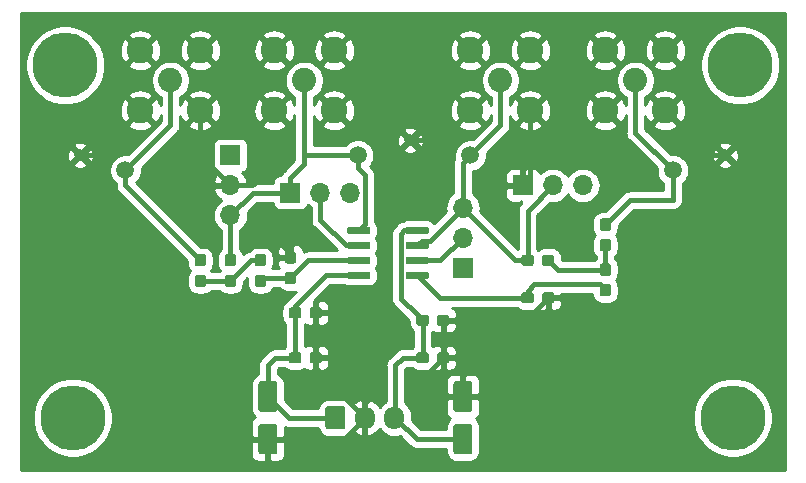
<source format=gbr>
G04 #@! TF.GenerationSoftware,KiCad,Pcbnew,(5.1.2)-2*
G04 #@! TF.CreationDate,2019-07-08T09:46:09+08:00*
G04 #@! TF.ProjectId,active_filter,61637469-7665-45f6-9669-6c7465722e6b,rev?*
G04 #@! TF.SameCoordinates,Original*
G04 #@! TF.FileFunction,Copper,L1,Top*
G04 #@! TF.FilePolarity,Positive*
%FSLAX46Y46*%
G04 Gerber Fmt 4.6, Leading zero omitted, Abs format (unit mm)*
G04 Created by KiCad (PCBNEW (5.1.2)-2) date 2019-07-08 09:46:09*
%MOMM*%
%LPD*%
G04 APERTURE LIST*
%ADD10O,1.700000X1.950000*%
%ADD11C,0.100000*%
%ADD12C,1.700000*%
%ADD13O,1.700000X1.700000*%
%ADD14R,1.700000X1.700000*%
%ADD15C,1.000000*%
%ADD16C,1.500000*%
%ADD17C,5.500000*%
%ADD18C,0.950000*%
%ADD19C,1.600000*%
%ADD20C,2.050000*%
%ADD21C,2.250000*%
%ADD22C,0.600000*%
%ADD23C,0.800000*%
%ADD24C,0.400000*%
%ADD25C,0.254000*%
G04 APERTURE END LIST*
D10*
X142160000Y-106680000D03*
X139660000Y-106680000D03*
D11*
G36*
X137784594Y-105706203D02*
G01*
X137808853Y-105709802D01*
X137832642Y-105715761D01*
X137855733Y-105724023D01*
X137877902Y-105734508D01*
X137898937Y-105747116D01*
X137918635Y-105761725D01*
X137936806Y-105778194D01*
X137953275Y-105796365D01*
X137967884Y-105816063D01*
X137980492Y-105837098D01*
X137990977Y-105859267D01*
X137999239Y-105882358D01*
X138005198Y-105906147D01*
X138008797Y-105930406D01*
X138010000Y-105954900D01*
X138010000Y-107405100D01*
X138008797Y-107429594D01*
X138005198Y-107453853D01*
X137999239Y-107477642D01*
X137990977Y-107500733D01*
X137980492Y-107522902D01*
X137967884Y-107543937D01*
X137953275Y-107563635D01*
X137936806Y-107581806D01*
X137918635Y-107598275D01*
X137898937Y-107612884D01*
X137877902Y-107625492D01*
X137855733Y-107635977D01*
X137832642Y-107644239D01*
X137808853Y-107650198D01*
X137784594Y-107653797D01*
X137760100Y-107655000D01*
X136559900Y-107655000D01*
X136535406Y-107653797D01*
X136511147Y-107650198D01*
X136487358Y-107644239D01*
X136464267Y-107635977D01*
X136442098Y-107625492D01*
X136421063Y-107612884D01*
X136401365Y-107598275D01*
X136383194Y-107581806D01*
X136366725Y-107563635D01*
X136352116Y-107543937D01*
X136339508Y-107522902D01*
X136329023Y-107500733D01*
X136320761Y-107477642D01*
X136314802Y-107453853D01*
X136311203Y-107429594D01*
X136310000Y-107405100D01*
X136310000Y-105954900D01*
X136311203Y-105930406D01*
X136314802Y-105906147D01*
X136320761Y-105882358D01*
X136329023Y-105859267D01*
X136339508Y-105837098D01*
X136352116Y-105816063D01*
X136366725Y-105796365D01*
X136383194Y-105778194D01*
X136401365Y-105761725D01*
X136421063Y-105747116D01*
X136442098Y-105734508D01*
X136464267Y-105724023D01*
X136487358Y-105715761D01*
X136511147Y-105709802D01*
X136535406Y-105706203D01*
X136559900Y-105705000D01*
X137760100Y-105705000D01*
X137784594Y-105706203D01*
X137784594Y-105706203D01*
G37*
D12*
X137160000Y-106680000D03*
D13*
X138430000Y-87630000D03*
X135890000Y-87630000D03*
D14*
X133350000Y-87630000D03*
D13*
X128270000Y-89535000D03*
X128270000Y-86995000D03*
D14*
X128270000Y-84455000D03*
D13*
X147955000Y-88900000D03*
X147955000Y-91440000D03*
D14*
X147955000Y-93980000D03*
D13*
X158115000Y-86995000D03*
X155575000Y-86995000D03*
D14*
X153035000Y-86995000D03*
D15*
X143510000Y-83185000D03*
X170180000Y-84455000D03*
X115570000Y-84455000D03*
D16*
X148590000Y-84455000D03*
X139065000Y-84455000D03*
X165735000Y-85725000D03*
X119380000Y-85725000D03*
D17*
X170815000Y-106680000D03*
X114935000Y-106680000D03*
X171450000Y-76835000D03*
X114300000Y-76835000D03*
D11*
G36*
X135805779Y-97316144D02*
G01*
X135828834Y-97319563D01*
X135851443Y-97325227D01*
X135873387Y-97333079D01*
X135894457Y-97343044D01*
X135914448Y-97355026D01*
X135933168Y-97368910D01*
X135950438Y-97384562D01*
X135966090Y-97401832D01*
X135979974Y-97420552D01*
X135991956Y-97440543D01*
X136001921Y-97461613D01*
X136009773Y-97483557D01*
X136015437Y-97506166D01*
X136018856Y-97529221D01*
X136020000Y-97552500D01*
X136020000Y-98027500D01*
X136018856Y-98050779D01*
X136015437Y-98073834D01*
X136009773Y-98096443D01*
X136001921Y-98118387D01*
X135991956Y-98139457D01*
X135979974Y-98159448D01*
X135966090Y-98178168D01*
X135950438Y-98195438D01*
X135933168Y-98211090D01*
X135914448Y-98224974D01*
X135894457Y-98236956D01*
X135873387Y-98246921D01*
X135851443Y-98254773D01*
X135828834Y-98260437D01*
X135805779Y-98263856D01*
X135782500Y-98265000D01*
X135207500Y-98265000D01*
X135184221Y-98263856D01*
X135161166Y-98260437D01*
X135138557Y-98254773D01*
X135116613Y-98246921D01*
X135095543Y-98236956D01*
X135075552Y-98224974D01*
X135056832Y-98211090D01*
X135039562Y-98195438D01*
X135023910Y-98178168D01*
X135010026Y-98159448D01*
X134998044Y-98139457D01*
X134988079Y-98118387D01*
X134980227Y-98096443D01*
X134974563Y-98073834D01*
X134971144Y-98050779D01*
X134970000Y-98027500D01*
X134970000Y-97552500D01*
X134971144Y-97529221D01*
X134974563Y-97506166D01*
X134980227Y-97483557D01*
X134988079Y-97461613D01*
X134998044Y-97440543D01*
X135010026Y-97420552D01*
X135023910Y-97401832D01*
X135039562Y-97384562D01*
X135056832Y-97368910D01*
X135075552Y-97355026D01*
X135095543Y-97343044D01*
X135116613Y-97333079D01*
X135138557Y-97325227D01*
X135161166Y-97319563D01*
X135184221Y-97316144D01*
X135207500Y-97315000D01*
X135782500Y-97315000D01*
X135805779Y-97316144D01*
X135805779Y-97316144D01*
G37*
D18*
X135495000Y-97790000D03*
D11*
G36*
X134055779Y-97316144D02*
G01*
X134078834Y-97319563D01*
X134101443Y-97325227D01*
X134123387Y-97333079D01*
X134144457Y-97343044D01*
X134164448Y-97355026D01*
X134183168Y-97368910D01*
X134200438Y-97384562D01*
X134216090Y-97401832D01*
X134229974Y-97420552D01*
X134241956Y-97440543D01*
X134251921Y-97461613D01*
X134259773Y-97483557D01*
X134265437Y-97506166D01*
X134268856Y-97529221D01*
X134270000Y-97552500D01*
X134270000Y-98027500D01*
X134268856Y-98050779D01*
X134265437Y-98073834D01*
X134259773Y-98096443D01*
X134251921Y-98118387D01*
X134241956Y-98139457D01*
X134229974Y-98159448D01*
X134216090Y-98178168D01*
X134200438Y-98195438D01*
X134183168Y-98211090D01*
X134164448Y-98224974D01*
X134144457Y-98236956D01*
X134123387Y-98246921D01*
X134101443Y-98254773D01*
X134078834Y-98260437D01*
X134055779Y-98263856D01*
X134032500Y-98265000D01*
X133457500Y-98265000D01*
X133434221Y-98263856D01*
X133411166Y-98260437D01*
X133388557Y-98254773D01*
X133366613Y-98246921D01*
X133345543Y-98236956D01*
X133325552Y-98224974D01*
X133306832Y-98211090D01*
X133289562Y-98195438D01*
X133273910Y-98178168D01*
X133260026Y-98159448D01*
X133248044Y-98139457D01*
X133238079Y-98118387D01*
X133230227Y-98096443D01*
X133224563Y-98073834D01*
X133221144Y-98050779D01*
X133220000Y-98027500D01*
X133220000Y-97552500D01*
X133221144Y-97529221D01*
X133224563Y-97506166D01*
X133230227Y-97483557D01*
X133238079Y-97461613D01*
X133248044Y-97440543D01*
X133260026Y-97420552D01*
X133273910Y-97401832D01*
X133289562Y-97384562D01*
X133306832Y-97368910D01*
X133325552Y-97355026D01*
X133345543Y-97343044D01*
X133366613Y-97333079D01*
X133388557Y-97325227D01*
X133411166Y-97319563D01*
X133434221Y-97316144D01*
X133457500Y-97315000D01*
X134032500Y-97315000D01*
X134055779Y-97316144D01*
X134055779Y-97316144D01*
G37*
D18*
X133745000Y-97790000D03*
D11*
G36*
X134055779Y-101126144D02*
G01*
X134078834Y-101129563D01*
X134101443Y-101135227D01*
X134123387Y-101143079D01*
X134144457Y-101153044D01*
X134164448Y-101165026D01*
X134183168Y-101178910D01*
X134200438Y-101194562D01*
X134216090Y-101211832D01*
X134229974Y-101230552D01*
X134241956Y-101250543D01*
X134251921Y-101271613D01*
X134259773Y-101293557D01*
X134265437Y-101316166D01*
X134268856Y-101339221D01*
X134270000Y-101362500D01*
X134270000Y-101837500D01*
X134268856Y-101860779D01*
X134265437Y-101883834D01*
X134259773Y-101906443D01*
X134251921Y-101928387D01*
X134241956Y-101949457D01*
X134229974Y-101969448D01*
X134216090Y-101988168D01*
X134200438Y-102005438D01*
X134183168Y-102021090D01*
X134164448Y-102034974D01*
X134144457Y-102046956D01*
X134123387Y-102056921D01*
X134101443Y-102064773D01*
X134078834Y-102070437D01*
X134055779Y-102073856D01*
X134032500Y-102075000D01*
X133457500Y-102075000D01*
X133434221Y-102073856D01*
X133411166Y-102070437D01*
X133388557Y-102064773D01*
X133366613Y-102056921D01*
X133345543Y-102046956D01*
X133325552Y-102034974D01*
X133306832Y-102021090D01*
X133289562Y-102005438D01*
X133273910Y-101988168D01*
X133260026Y-101969448D01*
X133248044Y-101949457D01*
X133238079Y-101928387D01*
X133230227Y-101906443D01*
X133224563Y-101883834D01*
X133221144Y-101860779D01*
X133220000Y-101837500D01*
X133220000Y-101362500D01*
X133221144Y-101339221D01*
X133224563Y-101316166D01*
X133230227Y-101293557D01*
X133238079Y-101271613D01*
X133248044Y-101250543D01*
X133260026Y-101230552D01*
X133273910Y-101211832D01*
X133289562Y-101194562D01*
X133306832Y-101178910D01*
X133325552Y-101165026D01*
X133345543Y-101153044D01*
X133366613Y-101143079D01*
X133388557Y-101135227D01*
X133411166Y-101129563D01*
X133434221Y-101126144D01*
X133457500Y-101125000D01*
X134032500Y-101125000D01*
X134055779Y-101126144D01*
X134055779Y-101126144D01*
G37*
D18*
X133745000Y-101600000D03*
D11*
G36*
X135805779Y-101126144D02*
G01*
X135828834Y-101129563D01*
X135851443Y-101135227D01*
X135873387Y-101143079D01*
X135894457Y-101153044D01*
X135914448Y-101165026D01*
X135933168Y-101178910D01*
X135950438Y-101194562D01*
X135966090Y-101211832D01*
X135979974Y-101230552D01*
X135991956Y-101250543D01*
X136001921Y-101271613D01*
X136009773Y-101293557D01*
X136015437Y-101316166D01*
X136018856Y-101339221D01*
X136020000Y-101362500D01*
X136020000Y-101837500D01*
X136018856Y-101860779D01*
X136015437Y-101883834D01*
X136009773Y-101906443D01*
X136001921Y-101928387D01*
X135991956Y-101949457D01*
X135979974Y-101969448D01*
X135966090Y-101988168D01*
X135950438Y-102005438D01*
X135933168Y-102021090D01*
X135914448Y-102034974D01*
X135894457Y-102046956D01*
X135873387Y-102056921D01*
X135851443Y-102064773D01*
X135828834Y-102070437D01*
X135805779Y-102073856D01*
X135782500Y-102075000D01*
X135207500Y-102075000D01*
X135184221Y-102073856D01*
X135161166Y-102070437D01*
X135138557Y-102064773D01*
X135116613Y-102056921D01*
X135095543Y-102046956D01*
X135075552Y-102034974D01*
X135056832Y-102021090D01*
X135039562Y-102005438D01*
X135023910Y-101988168D01*
X135010026Y-101969448D01*
X134998044Y-101949457D01*
X134988079Y-101928387D01*
X134980227Y-101906443D01*
X134974563Y-101883834D01*
X134971144Y-101860779D01*
X134970000Y-101837500D01*
X134970000Y-101362500D01*
X134971144Y-101339221D01*
X134974563Y-101316166D01*
X134980227Y-101293557D01*
X134988079Y-101271613D01*
X134998044Y-101250543D01*
X135010026Y-101230552D01*
X135023910Y-101211832D01*
X135039562Y-101194562D01*
X135056832Y-101178910D01*
X135075552Y-101165026D01*
X135095543Y-101153044D01*
X135116613Y-101143079D01*
X135138557Y-101135227D01*
X135161166Y-101129563D01*
X135184221Y-101126144D01*
X135207500Y-101125000D01*
X135782500Y-101125000D01*
X135805779Y-101126144D01*
X135805779Y-101126144D01*
G37*
D18*
X135495000Y-101600000D03*
D11*
G36*
X133610779Y-94331144D02*
G01*
X133633834Y-94334563D01*
X133656443Y-94340227D01*
X133678387Y-94348079D01*
X133699457Y-94358044D01*
X133719448Y-94370026D01*
X133738168Y-94383910D01*
X133755438Y-94399562D01*
X133771090Y-94416832D01*
X133784974Y-94435552D01*
X133796956Y-94455543D01*
X133806921Y-94476613D01*
X133814773Y-94498557D01*
X133820437Y-94521166D01*
X133823856Y-94544221D01*
X133825000Y-94567500D01*
X133825000Y-95142500D01*
X133823856Y-95165779D01*
X133820437Y-95188834D01*
X133814773Y-95211443D01*
X133806921Y-95233387D01*
X133796956Y-95254457D01*
X133784974Y-95274448D01*
X133771090Y-95293168D01*
X133755438Y-95310438D01*
X133738168Y-95326090D01*
X133719448Y-95339974D01*
X133699457Y-95351956D01*
X133678387Y-95361921D01*
X133656443Y-95369773D01*
X133633834Y-95375437D01*
X133610779Y-95378856D01*
X133587500Y-95380000D01*
X133112500Y-95380000D01*
X133089221Y-95378856D01*
X133066166Y-95375437D01*
X133043557Y-95369773D01*
X133021613Y-95361921D01*
X133000543Y-95351956D01*
X132980552Y-95339974D01*
X132961832Y-95326090D01*
X132944562Y-95310438D01*
X132928910Y-95293168D01*
X132915026Y-95274448D01*
X132903044Y-95254457D01*
X132893079Y-95233387D01*
X132885227Y-95211443D01*
X132879563Y-95188834D01*
X132876144Y-95165779D01*
X132875000Y-95142500D01*
X132875000Y-94567500D01*
X132876144Y-94544221D01*
X132879563Y-94521166D01*
X132885227Y-94498557D01*
X132893079Y-94476613D01*
X132903044Y-94455543D01*
X132915026Y-94435552D01*
X132928910Y-94416832D01*
X132944562Y-94399562D01*
X132961832Y-94383910D01*
X132980552Y-94370026D01*
X133000543Y-94358044D01*
X133021613Y-94348079D01*
X133043557Y-94340227D01*
X133066166Y-94334563D01*
X133089221Y-94331144D01*
X133112500Y-94330000D01*
X133587500Y-94330000D01*
X133610779Y-94331144D01*
X133610779Y-94331144D01*
G37*
D18*
X133350000Y-94855000D03*
D11*
G36*
X133610779Y-92581144D02*
G01*
X133633834Y-92584563D01*
X133656443Y-92590227D01*
X133678387Y-92598079D01*
X133699457Y-92608044D01*
X133719448Y-92620026D01*
X133738168Y-92633910D01*
X133755438Y-92649562D01*
X133771090Y-92666832D01*
X133784974Y-92685552D01*
X133796956Y-92705543D01*
X133806921Y-92726613D01*
X133814773Y-92748557D01*
X133820437Y-92771166D01*
X133823856Y-92794221D01*
X133825000Y-92817500D01*
X133825000Y-93392500D01*
X133823856Y-93415779D01*
X133820437Y-93438834D01*
X133814773Y-93461443D01*
X133806921Y-93483387D01*
X133796956Y-93504457D01*
X133784974Y-93524448D01*
X133771090Y-93543168D01*
X133755438Y-93560438D01*
X133738168Y-93576090D01*
X133719448Y-93589974D01*
X133699457Y-93601956D01*
X133678387Y-93611921D01*
X133656443Y-93619773D01*
X133633834Y-93625437D01*
X133610779Y-93628856D01*
X133587500Y-93630000D01*
X133112500Y-93630000D01*
X133089221Y-93628856D01*
X133066166Y-93625437D01*
X133043557Y-93619773D01*
X133021613Y-93611921D01*
X133000543Y-93601956D01*
X132980552Y-93589974D01*
X132961832Y-93576090D01*
X132944562Y-93560438D01*
X132928910Y-93543168D01*
X132915026Y-93524448D01*
X132903044Y-93504457D01*
X132893079Y-93483387D01*
X132885227Y-93461443D01*
X132879563Y-93438834D01*
X132876144Y-93415779D01*
X132875000Y-93392500D01*
X132875000Y-92817500D01*
X132876144Y-92794221D01*
X132879563Y-92771166D01*
X132885227Y-92748557D01*
X132893079Y-92726613D01*
X132903044Y-92705543D01*
X132915026Y-92685552D01*
X132928910Y-92666832D01*
X132944562Y-92649562D01*
X132961832Y-92633910D01*
X132980552Y-92620026D01*
X133000543Y-92608044D01*
X133021613Y-92598079D01*
X133043557Y-92590227D01*
X133066166Y-92584563D01*
X133089221Y-92581144D01*
X133112500Y-92580000D01*
X133587500Y-92580000D01*
X133610779Y-92581144D01*
X133610779Y-92581144D01*
G37*
D18*
X133350000Y-93105000D03*
D11*
G36*
X132019504Y-103581204D02*
G01*
X132043773Y-103584804D01*
X132067571Y-103590765D01*
X132090671Y-103599030D01*
X132112849Y-103609520D01*
X132133893Y-103622133D01*
X132153598Y-103636747D01*
X132171777Y-103653223D01*
X132188253Y-103671402D01*
X132202867Y-103691107D01*
X132215480Y-103712151D01*
X132225970Y-103734329D01*
X132234235Y-103757429D01*
X132240196Y-103781227D01*
X132243796Y-103805496D01*
X132245000Y-103830000D01*
X132245000Y-105930000D01*
X132243796Y-105954504D01*
X132240196Y-105978773D01*
X132234235Y-106002571D01*
X132225970Y-106025671D01*
X132215480Y-106047849D01*
X132202867Y-106068893D01*
X132188253Y-106088598D01*
X132171777Y-106106777D01*
X132153598Y-106123253D01*
X132133893Y-106137867D01*
X132112849Y-106150480D01*
X132090671Y-106160970D01*
X132067571Y-106169235D01*
X132043773Y-106175196D01*
X132019504Y-106178796D01*
X131995000Y-106180000D01*
X130895000Y-106180000D01*
X130870496Y-106178796D01*
X130846227Y-106175196D01*
X130822429Y-106169235D01*
X130799329Y-106160970D01*
X130777151Y-106150480D01*
X130756107Y-106137867D01*
X130736402Y-106123253D01*
X130718223Y-106106777D01*
X130701747Y-106088598D01*
X130687133Y-106068893D01*
X130674520Y-106047849D01*
X130664030Y-106025671D01*
X130655765Y-106002571D01*
X130649804Y-105978773D01*
X130646204Y-105954504D01*
X130645000Y-105930000D01*
X130645000Y-103830000D01*
X130646204Y-103805496D01*
X130649804Y-103781227D01*
X130655765Y-103757429D01*
X130664030Y-103734329D01*
X130674520Y-103712151D01*
X130687133Y-103691107D01*
X130701747Y-103671402D01*
X130718223Y-103653223D01*
X130736402Y-103636747D01*
X130756107Y-103622133D01*
X130777151Y-103609520D01*
X130799329Y-103599030D01*
X130822429Y-103590765D01*
X130846227Y-103584804D01*
X130870496Y-103581204D01*
X130895000Y-103580000D01*
X131995000Y-103580000D01*
X132019504Y-103581204D01*
X132019504Y-103581204D01*
G37*
D19*
X131445000Y-104880000D03*
D11*
G36*
X132019504Y-107181204D02*
G01*
X132043773Y-107184804D01*
X132067571Y-107190765D01*
X132090671Y-107199030D01*
X132112849Y-107209520D01*
X132133893Y-107222133D01*
X132153598Y-107236747D01*
X132171777Y-107253223D01*
X132188253Y-107271402D01*
X132202867Y-107291107D01*
X132215480Y-107312151D01*
X132225970Y-107334329D01*
X132234235Y-107357429D01*
X132240196Y-107381227D01*
X132243796Y-107405496D01*
X132245000Y-107430000D01*
X132245000Y-109530000D01*
X132243796Y-109554504D01*
X132240196Y-109578773D01*
X132234235Y-109602571D01*
X132225970Y-109625671D01*
X132215480Y-109647849D01*
X132202867Y-109668893D01*
X132188253Y-109688598D01*
X132171777Y-109706777D01*
X132153598Y-109723253D01*
X132133893Y-109737867D01*
X132112849Y-109750480D01*
X132090671Y-109760970D01*
X132067571Y-109769235D01*
X132043773Y-109775196D01*
X132019504Y-109778796D01*
X131995000Y-109780000D01*
X130895000Y-109780000D01*
X130870496Y-109778796D01*
X130846227Y-109775196D01*
X130822429Y-109769235D01*
X130799329Y-109760970D01*
X130777151Y-109750480D01*
X130756107Y-109737867D01*
X130736402Y-109723253D01*
X130718223Y-109706777D01*
X130701747Y-109688598D01*
X130687133Y-109668893D01*
X130674520Y-109647849D01*
X130664030Y-109625671D01*
X130655765Y-109602571D01*
X130649804Y-109578773D01*
X130646204Y-109554504D01*
X130645000Y-109530000D01*
X130645000Y-107430000D01*
X130646204Y-107405496D01*
X130649804Y-107381227D01*
X130655765Y-107357429D01*
X130664030Y-107334329D01*
X130674520Y-107312151D01*
X130687133Y-107291107D01*
X130701747Y-107271402D01*
X130718223Y-107253223D01*
X130736402Y-107236747D01*
X130756107Y-107222133D01*
X130777151Y-107209520D01*
X130799329Y-107199030D01*
X130822429Y-107190765D01*
X130846227Y-107184804D01*
X130870496Y-107181204D01*
X130895000Y-107180000D01*
X131995000Y-107180000D01*
X132019504Y-107181204D01*
X132019504Y-107181204D01*
G37*
D19*
X131445000Y-108480000D03*
D11*
G36*
X153740779Y-96046144D02*
G01*
X153763834Y-96049563D01*
X153786443Y-96055227D01*
X153808387Y-96063079D01*
X153829457Y-96073044D01*
X153849448Y-96085026D01*
X153868168Y-96098910D01*
X153885438Y-96114562D01*
X153901090Y-96131832D01*
X153914974Y-96150552D01*
X153926956Y-96170543D01*
X153936921Y-96191613D01*
X153944773Y-96213557D01*
X153950437Y-96236166D01*
X153953856Y-96259221D01*
X153955000Y-96282500D01*
X153955000Y-96757500D01*
X153953856Y-96780779D01*
X153950437Y-96803834D01*
X153944773Y-96826443D01*
X153936921Y-96848387D01*
X153926956Y-96869457D01*
X153914974Y-96889448D01*
X153901090Y-96908168D01*
X153885438Y-96925438D01*
X153868168Y-96941090D01*
X153849448Y-96954974D01*
X153829457Y-96966956D01*
X153808387Y-96976921D01*
X153786443Y-96984773D01*
X153763834Y-96990437D01*
X153740779Y-96993856D01*
X153717500Y-96995000D01*
X153142500Y-96995000D01*
X153119221Y-96993856D01*
X153096166Y-96990437D01*
X153073557Y-96984773D01*
X153051613Y-96976921D01*
X153030543Y-96966956D01*
X153010552Y-96954974D01*
X152991832Y-96941090D01*
X152974562Y-96925438D01*
X152958910Y-96908168D01*
X152945026Y-96889448D01*
X152933044Y-96869457D01*
X152923079Y-96848387D01*
X152915227Y-96826443D01*
X152909563Y-96803834D01*
X152906144Y-96780779D01*
X152905000Y-96757500D01*
X152905000Y-96282500D01*
X152906144Y-96259221D01*
X152909563Y-96236166D01*
X152915227Y-96213557D01*
X152923079Y-96191613D01*
X152933044Y-96170543D01*
X152945026Y-96150552D01*
X152958910Y-96131832D01*
X152974562Y-96114562D01*
X152991832Y-96098910D01*
X153010552Y-96085026D01*
X153030543Y-96073044D01*
X153051613Y-96063079D01*
X153073557Y-96055227D01*
X153096166Y-96049563D01*
X153119221Y-96046144D01*
X153142500Y-96045000D01*
X153717500Y-96045000D01*
X153740779Y-96046144D01*
X153740779Y-96046144D01*
G37*
D18*
X153430000Y-96520000D03*
D11*
G36*
X155490779Y-96046144D02*
G01*
X155513834Y-96049563D01*
X155536443Y-96055227D01*
X155558387Y-96063079D01*
X155579457Y-96073044D01*
X155599448Y-96085026D01*
X155618168Y-96098910D01*
X155635438Y-96114562D01*
X155651090Y-96131832D01*
X155664974Y-96150552D01*
X155676956Y-96170543D01*
X155686921Y-96191613D01*
X155694773Y-96213557D01*
X155700437Y-96236166D01*
X155703856Y-96259221D01*
X155705000Y-96282500D01*
X155705000Y-96757500D01*
X155703856Y-96780779D01*
X155700437Y-96803834D01*
X155694773Y-96826443D01*
X155686921Y-96848387D01*
X155676956Y-96869457D01*
X155664974Y-96889448D01*
X155651090Y-96908168D01*
X155635438Y-96925438D01*
X155618168Y-96941090D01*
X155599448Y-96954974D01*
X155579457Y-96966956D01*
X155558387Y-96976921D01*
X155536443Y-96984773D01*
X155513834Y-96990437D01*
X155490779Y-96993856D01*
X155467500Y-96995000D01*
X154892500Y-96995000D01*
X154869221Y-96993856D01*
X154846166Y-96990437D01*
X154823557Y-96984773D01*
X154801613Y-96976921D01*
X154780543Y-96966956D01*
X154760552Y-96954974D01*
X154741832Y-96941090D01*
X154724562Y-96925438D01*
X154708910Y-96908168D01*
X154695026Y-96889448D01*
X154683044Y-96869457D01*
X154673079Y-96848387D01*
X154665227Y-96826443D01*
X154659563Y-96803834D01*
X154656144Y-96780779D01*
X154655000Y-96757500D01*
X154655000Y-96282500D01*
X154656144Y-96259221D01*
X154659563Y-96236166D01*
X154665227Y-96213557D01*
X154673079Y-96191613D01*
X154683044Y-96170543D01*
X154695026Y-96150552D01*
X154708910Y-96131832D01*
X154724562Y-96114562D01*
X154741832Y-96098910D01*
X154760552Y-96085026D01*
X154780543Y-96073044D01*
X154801613Y-96063079D01*
X154823557Y-96055227D01*
X154846166Y-96049563D01*
X154869221Y-96046144D01*
X154892500Y-96045000D01*
X155467500Y-96045000D01*
X155490779Y-96046144D01*
X155490779Y-96046144D01*
G37*
D18*
X155180000Y-96520000D03*
D11*
G36*
X128530779Y-94571144D02*
G01*
X128553834Y-94574563D01*
X128576443Y-94580227D01*
X128598387Y-94588079D01*
X128619457Y-94598044D01*
X128639448Y-94610026D01*
X128658168Y-94623910D01*
X128675438Y-94639562D01*
X128691090Y-94656832D01*
X128704974Y-94675552D01*
X128716956Y-94695543D01*
X128726921Y-94716613D01*
X128734773Y-94738557D01*
X128740437Y-94761166D01*
X128743856Y-94784221D01*
X128745000Y-94807500D01*
X128745000Y-95382500D01*
X128743856Y-95405779D01*
X128740437Y-95428834D01*
X128734773Y-95451443D01*
X128726921Y-95473387D01*
X128716956Y-95494457D01*
X128704974Y-95514448D01*
X128691090Y-95533168D01*
X128675438Y-95550438D01*
X128658168Y-95566090D01*
X128639448Y-95579974D01*
X128619457Y-95591956D01*
X128598387Y-95601921D01*
X128576443Y-95609773D01*
X128553834Y-95615437D01*
X128530779Y-95618856D01*
X128507500Y-95620000D01*
X128032500Y-95620000D01*
X128009221Y-95618856D01*
X127986166Y-95615437D01*
X127963557Y-95609773D01*
X127941613Y-95601921D01*
X127920543Y-95591956D01*
X127900552Y-95579974D01*
X127881832Y-95566090D01*
X127864562Y-95550438D01*
X127848910Y-95533168D01*
X127835026Y-95514448D01*
X127823044Y-95494457D01*
X127813079Y-95473387D01*
X127805227Y-95451443D01*
X127799563Y-95428834D01*
X127796144Y-95405779D01*
X127795000Y-95382500D01*
X127795000Y-94807500D01*
X127796144Y-94784221D01*
X127799563Y-94761166D01*
X127805227Y-94738557D01*
X127813079Y-94716613D01*
X127823044Y-94695543D01*
X127835026Y-94675552D01*
X127848910Y-94656832D01*
X127864562Y-94639562D01*
X127881832Y-94623910D01*
X127900552Y-94610026D01*
X127920543Y-94598044D01*
X127941613Y-94588079D01*
X127963557Y-94580227D01*
X127986166Y-94574563D01*
X128009221Y-94571144D01*
X128032500Y-94570000D01*
X128507500Y-94570000D01*
X128530779Y-94571144D01*
X128530779Y-94571144D01*
G37*
D18*
X128270000Y-95095000D03*
D11*
G36*
X128530779Y-92821144D02*
G01*
X128553834Y-92824563D01*
X128576443Y-92830227D01*
X128598387Y-92838079D01*
X128619457Y-92848044D01*
X128639448Y-92860026D01*
X128658168Y-92873910D01*
X128675438Y-92889562D01*
X128691090Y-92906832D01*
X128704974Y-92925552D01*
X128716956Y-92945543D01*
X128726921Y-92966613D01*
X128734773Y-92988557D01*
X128740437Y-93011166D01*
X128743856Y-93034221D01*
X128745000Y-93057500D01*
X128745000Y-93632500D01*
X128743856Y-93655779D01*
X128740437Y-93678834D01*
X128734773Y-93701443D01*
X128726921Y-93723387D01*
X128716956Y-93744457D01*
X128704974Y-93764448D01*
X128691090Y-93783168D01*
X128675438Y-93800438D01*
X128658168Y-93816090D01*
X128639448Y-93829974D01*
X128619457Y-93841956D01*
X128598387Y-93851921D01*
X128576443Y-93859773D01*
X128553834Y-93865437D01*
X128530779Y-93868856D01*
X128507500Y-93870000D01*
X128032500Y-93870000D01*
X128009221Y-93868856D01*
X127986166Y-93865437D01*
X127963557Y-93859773D01*
X127941613Y-93851921D01*
X127920543Y-93841956D01*
X127900552Y-93829974D01*
X127881832Y-93816090D01*
X127864562Y-93800438D01*
X127848910Y-93783168D01*
X127835026Y-93764448D01*
X127823044Y-93744457D01*
X127813079Y-93723387D01*
X127805227Y-93701443D01*
X127799563Y-93678834D01*
X127796144Y-93655779D01*
X127795000Y-93632500D01*
X127795000Y-93057500D01*
X127796144Y-93034221D01*
X127799563Y-93011166D01*
X127805227Y-92988557D01*
X127813079Y-92966613D01*
X127823044Y-92945543D01*
X127835026Y-92925552D01*
X127848910Y-92906832D01*
X127864562Y-92889562D01*
X127881832Y-92873910D01*
X127900552Y-92860026D01*
X127920543Y-92848044D01*
X127941613Y-92838079D01*
X127963557Y-92830227D01*
X127986166Y-92824563D01*
X128009221Y-92821144D01*
X128032500Y-92820000D01*
X128507500Y-92820000D01*
X128530779Y-92821144D01*
X128530779Y-92821144D01*
G37*
D18*
X128270000Y-93345000D03*
D11*
G36*
X155490779Y-92871144D02*
G01*
X155513834Y-92874563D01*
X155536443Y-92880227D01*
X155558387Y-92888079D01*
X155579457Y-92898044D01*
X155599448Y-92910026D01*
X155618168Y-92923910D01*
X155635438Y-92939562D01*
X155651090Y-92956832D01*
X155664974Y-92975552D01*
X155676956Y-92995543D01*
X155686921Y-93016613D01*
X155694773Y-93038557D01*
X155700437Y-93061166D01*
X155703856Y-93084221D01*
X155705000Y-93107500D01*
X155705000Y-93582500D01*
X155703856Y-93605779D01*
X155700437Y-93628834D01*
X155694773Y-93651443D01*
X155686921Y-93673387D01*
X155676956Y-93694457D01*
X155664974Y-93714448D01*
X155651090Y-93733168D01*
X155635438Y-93750438D01*
X155618168Y-93766090D01*
X155599448Y-93779974D01*
X155579457Y-93791956D01*
X155558387Y-93801921D01*
X155536443Y-93809773D01*
X155513834Y-93815437D01*
X155490779Y-93818856D01*
X155467500Y-93820000D01*
X154892500Y-93820000D01*
X154869221Y-93818856D01*
X154846166Y-93815437D01*
X154823557Y-93809773D01*
X154801613Y-93801921D01*
X154780543Y-93791956D01*
X154760552Y-93779974D01*
X154741832Y-93766090D01*
X154724562Y-93750438D01*
X154708910Y-93733168D01*
X154695026Y-93714448D01*
X154683044Y-93694457D01*
X154673079Y-93673387D01*
X154665227Y-93651443D01*
X154659563Y-93628834D01*
X154656144Y-93605779D01*
X154655000Y-93582500D01*
X154655000Y-93107500D01*
X154656144Y-93084221D01*
X154659563Y-93061166D01*
X154665227Y-93038557D01*
X154673079Y-93016613D01*
X154683044Y-92995543D01*
X154695026Y-92975552D01*
X154708910Y-92956832D01*
X154724562Y-92939562D01*
X154741832Y-92923910D01*
X154760552Y-92910026D01*
X154780543Y-92898044D01*
X154801613Y-92888079D01*
X154823557Y-92880227D01*
X154846166Y-92874563D01*
X154869221Y-92871144D01*
X154892500Y-92870000D01*
X155467500Y-92870000D01*
X155490779Y-92871144D01*
X155490779Y-92871144D01*
G37*
D18*
X155180000Y-93345000D03*
D11*
G36*
X153740779Y-92871144D02*
G01*
X153763834Y-92874563D01*
X153786443Y-92880227D01*
X153808387Y-92888079D01*
X153829457Y-92898044D01*
X153849448Y-92910026D01*
X153868168Y-92923910D01*
X153885438Y-92939562D01*
X153901090Y-92956832D01*
X153914974Y-92975552D01*
X153926956Y-92995543D01*
X153936921Y-93016613D01*
X153944773Y-93038557D01*
X153950437Y-93061166D01*
X153953856Y-93084221D01*
X153955000Y-93107500D01*
X153955000Y-93582500D01*
X153953856Y-93605779D01*
X153950437Y-93628834D01*
X153944773Y-93651443D01*
X153936921Y-93673387D01*
X153926956Y-93694457D01*
X153914974Y-93714448D01*
X153901090Y-93733168D01*
X153885438Y-93750438D01*
X153868168Y-93766090D01*
X153849448Y-93779974D01*
X153829457Y-93791956D01*
X153808387Y-93801921D01*
X153786443Y-93809773D01*
X153763834Y-93815437D01*
X153740779Y-93818856D01*
X153717500Y-93820000D01*
X153142500Y-93820000D01*
X153119221Y-93818856D01*
X153096166Y-93815437D01*
X153073557Y-93809773D01*
X153051613Y-93801921D01*
X153030543Y-93791956D01*
X153010552Y-93779974D01*
X152991832Y-93766090D01*
X152974562Y-93750438D01*
X152958910Y-93733168D01*
X152945026Y-93714448D01*
X152933044Y-93694457D01*
X152923079Y-93673387D01*
X152915227Y-93651443D01*
X152909563Y-93628834D01*
X152906144Y-93605779D01*
X152905000Y-93582500D01*
X152905000Y-93107500D01*
X152906144Y-93084221D01*
X152909563Y-93061166D01*
X152915227Y-93038557D01*
X152923079Y-93016613D01*
X152933044Y-92995543D01*
X152945026Y-92975552D01*
X152958910Y-92956832D01*
X152974562Y-92939562D01*
X152991832Y-92923910D01*
X153010552Y-92910026D01*
X153030543Y-92898044D01*
X153051613Y-92888079D01*
X153073557Y-92880227D01*
X153096166Y-92874563D01*
X153119221Y-92871144D01*
X153142500Y-92870000D01*
X153717500Y-92870000D01*
X153740779Y-92871144D01*
X153740779Y-92871144D01*
G37*
D18*
X153430000Y-93345000D03*
D11*
G36*
X148529504Y-107181204D02*
G01*
X148553773Y-107184804D01*
X148577571Y-107190765D01*
X148600671Y-107199030D01*
X148622849Y-107209520D01*
X148643893Y-107222133D01*
X148663598Y-107236747D01*
X148681777Y-107253223D01*
X148698253Y-107271402D01*
X148712867Y-107291107D01*
X148725480Y-107312151D01*
X148735970Y-107334329D01*
X148744235Y-107357429D01*
X148750196Y-107381227D01*
X148753796Y-107405496D01*
X148755000Y-107430000D01*
X148755000Y-109530000D01*
X148753796Y-109554504D01*
X148750196Y-109578773D01*
X148744235Y-109602571D01*
X148735970Y-109625671D01*
X148725480Y-109647849D01*
X148712867Y-109668893D01*
X148698253Y-109688598D01*
X148681777Y-109706777D01*
X148663598Y-109723253D01*
X148643893Y-109737867D01*
X148622849Y-109750480D01*
X148600671Y-109760970D01*
X148577571Y-109769235D01*
X148553773Y-109775196D01*
X148529504Y-109778796D01*
X148505000Y-109780000D01*
X147405000Y-109780000D01*
X147380496Y-109778796D01*
X147356227Y-109775196D01*
X147332429Y-109769235D01*
X147309329Y-109760970D01*
X147287151Y-109750480D01*
X147266107Y-109737867D01*
X147246402Y-109723253D01*
X147228223Y-109706777D01*
X147211747Y-109688598D01*
X147197133Y-109668893D01*
X147184520Y-109647849D01*
X147174030Y-109625671D01*
X147165765Y-109602571D01*
X147159804Y-109578773D01*
X147156204Y-109554504D01*
X147155000Y-109530000D01*
X147155000Y-107430000D01*
X147156204Y-107405496D01*
X147159804Y-107381227D01*
X147165765Y-107357429D01*
X147174030Y-107334329D01*
X147184520Y-107312151D01*
X147197133Y-107291107D01*
X147211747Y-107271402D01*
X147228223Y-107253223D01*
X147246402Y-107236747D01*
X147266107Y-107222133D01*
X147287151Y-107209520D01*
X147309329Y-107199030D01*
X147332429Y-107190765D01*
X147356227Y-107184804D01*
X147380496Y-107181204D01*
X147405000Y-107180000D01*
X148505000Y-107180000D01*
X148529504Y-107181204D01*
X148529504Y-107181204D01*
G37*
D19*
X147955000Y-108480000D03*
D11*
G36*
X148529504Y-103581204D02*
G01*
X148553773Y-103584804D01*
X148577571Y-103590765D01*
X148600671Y-103599030D01*
X148622849Y-103609520D01*
X148643893Y-103622133D01*
X148663598Y-103636747D01*
X148681777Y-103653223D01*
X148698253Y-103671402D01*
X148712867Y-103691107D01*
X148725480Y-103712151D01*
X148735970Y-103734329D01*
X148744235Y-103757429D01*
X148750196Y-103781227D01*
X148753796Y-103805496D01*
X148755000Y-103830000D01*
X148755000Y-105930000D01*
X148753796Y-105954504D01*
X148750196Y-105978773D01*
X148744235Y-106002571D01*
X148735970Y-106025671D01*
X148725480Y-106047849D01*
X148712867Y-106068893D01*
X148698253Y-106088598D01*
X148681777Y-106106777D01*
X148663598Y-106123253D01*
X148643893Y-106137867D01*
X148622849Y-106150480D01*
X148600671Y-106160970D01*
X148577571Y-106169235D01*
X148553773Y-106175196D01*
X148529504Y-106178796D01*
X148505000Y-106180000D01*
X147405000Y-106180000D01*
X147380496Y-106178796D01*
X147356227Y-106175196D01*
X147332429Y-106169235D01*
X147309329Y-106160970D01*
X147287151Y-106150480D01*
X147266107Y-106137867D01*
X147246402Y-106123253D01*
X147228223Y-106106777D01*
X147211747Y-106088598D01*
X147197133Y-106068893D01*
X147184520Y-106047849D01*
X147174030Y-106025671D01*
X147165765Y-106002571D01*
X147159804Y-105978773D01*
X147156204Y-105954504D01*
X147155000Y-105930000D01*
X147155000Y-103830000D01*
X147156204Y-103805496D01*
X147159804Y-103781227D01*
X147165765Y-103757429D01*
X147174030Y-103734329D01*
X147184520Y-103712151D01*
X147197133Y-103691107D01*
X147211747Y-103671402D01*
X147228223Y-103653223D01*
X147246402Y-103636747D01*
X147266107Y-103622133D01*
X147287151Y-103609520D01*
X147309329Y-103599030D01*
X147332429Y-103590765D01*
X147356227Y-103584804D01*
X147380496Y-103581204D01*
X147405000Y-103580000D01*
X148505000Y-103580000D01*
X148529504Y-103581204D01*
X148529504Y-103581204D01*
G37*
D19*
X147955000Y-104880000D03*
D11*
G36*
X144850779Y-97951144D02*
G01*
X144873834Y-97954563D01*
X144896443Y-97960227D01*
X144918387Y-97968079D01*
X144939457Y-97978044D01*
X144959448Y-97990026D01*
X144978168Y-98003910D01*
X144995438Y-98019562D01*
X145011090Y-98036832D01*
X145024974Y-98055552D01*
X145036956Y-98075543D01*
X145046921Y-98096613D01*
X145054773Y-98118557D01*
X145060437Y-98141166D01*
X145063856Y-98164221D01*
X145065000Y-98187500D01*
X145065000Y-98662500D01*
X145063856Y-98685779D01*
X145060437Y-98708834D01*
X145054773Y-98731443D01*
X145046921Y-98753387D01*
X145036956Y-98774457D01*
X145024974Y-98794448D01*
X145011090Y-98813168D01*
X144995438Y-98830438D01*
X144978168Y-98846090D01*
X144959448Y-98859974D01*
X144939457Y-98871956D01*
X144918387Y-98881921D01*
X144896443Y-98889773D01*
X144873834Y-98895437D01*
X144850779Y-98898856D01*
X144827500Y-98900000D01*
X144252500Y-98900000D01*
X144229221Y-98898856D01*
X144206166Y-98895437D01*
X144183557Y-98889773D01*
X144161613Y-98881921D01*
X144140543Y-98871956D01*
X144120552Y-98859974D01*
X144101832Y-98846090D01*
X144084562Y-98830438D01*
X144068910Y-98813168D01*
X144055026Y-98794448D01*
X144043044Y-98774457D01*
X144033079Y-98753387D01*
X144025227Y-98731443D01*
X144019563Y-98708834D01*
X144016144Y-98685779D01*
X144015000Y-98662500D01*
X144015000Y-98187500D01*
X144016144Y-98164221D01*
X144019563Y-98141166D01*
X144025227Y-98118557D01*
X144033079Y-98096613D01*
X144043044Y-98075543D01*
X144055026Y-98055552D01*
X144068910Y-98036832D01*
X144084562Y-98019562D01*
X144101832Y-98003910D01*
X144120552Y-97990026D01*
X144140543Y-97978044D01*
X144161613Y-97968079D01*
X144183557Y-97960227D01*
X144206166Y-97954563D01*
X144229221Y-97951144D01*
X144252500Y-97950000D01*
X144827500Y-97950000D01*
X144850779Y-97951144D01*
X144850779Y-97951144D01*
G37*
D18*
X144540000Y-98425000D03*
D11*
G36*
X146600779Y-97951144D02*
G01*
X146623834Y-97954563D01*
X146646443Y-97960227D01*
X146668387Y-97968079D01*
X146689457Y-97978044D01*
X146709448Y-97990026D01*
X146728168Y-98003910D01*
X146745438Y-98019562D01*
X146761090Y-98036832D01*
X146774974Y-98055552D01*
X146786956Y-98075543D01*
X146796921Y-98096613D01*
X146804773Y-98118557D01*
X146810437Y-98141166D01*
X146813856Y-98164221D01*
X146815000Y-98187500D01*
X146815000Y-98662500D01*
X146813856Y-98685779D01*
X146810437Y-98708834D01*
X146804773Y-98731443D01*
X146796921Y-98753387D01*
X146786956Y-98774457D01*
X146774974Y-98794448D01*
X146761090Y-98813168D01*
X146745438Y-98830438D01*
X146728168Y-98846090D01*
X146709448Y-98859974D01*
X146689457Y-98871956D01*
X146668387Y-98881921D01*
X146646443Y-98889773D01*
X146623834Y-98895437D01*
X146600779Y-98898856D01*
X146577500Y-98900000D01*
X146002500Y-98900000D01*
X145979221Y-98898856D01*
X145956166Y-98895437D01*
X145933557Y-98889773D01*
X145911613Y-98881921D01*
X145890543Y-98871956D01*
X145870552Y-98859974D01*
X145851832Y-98846090D01*
X145834562Y-98830438D01*
X145818910Y-98813168D01*
X145805026Y-98794448D01*
X145793044Y-98774457D01*
X145783079Y-98753387D01*
X145775227Y-98731443D01*
X145769563Y-98708834D01*
X145766144Y-98685779D01*
X145765000Y-98662500D01*
X145765000Y-98187500D01*
X145766144Y-98164221D01*
X145769563Y-98141166D01*
X145775227Y-98118557D01*
X145783079Y-98096613D01*
X145793044Y-98075543D01*
X145805026Y-98055552D01*
X145818910Y-98036832D01*
X145834562Y-98019562D01*
X145851832Y-98003910D01*
X145870552Y-97990026D01*
X145890543Y-97978044D01*
X145911613Y-97968079D01*
X145933557Y-97960227D01*
X145956166Y-97954563D01*
X145979221Y-97951144D01*
X146002500Y-97950000D01*
X146577500Y-97950000D01*
X146600779Y-97951144D01*
X146600779Y-97951144D01*
G37*
D18*
X146290000Y-98425000D03*
D11*
G36*
X146600779Y-101126144D02*
G01*
X146623834Y-101129563D01*
X146646443Y-101135227D01*
X146668387Y-101143079D01*
X146689457Y-101153044D01*
X146709448Y-101165026D01*
X146728168Y-101178910D01*
X146745438Y-101194562D01*
X146761090Y-101211832D01*
X146774974Y-101230552D01*
X146786956Y-101250543D01*
X146796921Y-101271613D01*
X146804773Y-101293557D01*
X146810437Y-101316166D01*
X146813856Y-101339221D01*
X146815000Y-101362500D01*
X146815000Y-101837500D01*
X146813856Y-101860779D01*
X146810437Y-101883834D01*
X146804773Y-101906443D01*
X146796921Y-101928387D01*
X146786956Y-101949457D01*
X146774974Y-101969448D01*
X146761090Y-101988168D01*
X146745438Y-102005438D01*
X146728168Y-102021090D01*
X146709448Y-102034974D01*
X146689457Y-102046956D01*
X146668387Y-102056921D01*
X146646443Y-102064773D01*
X146623834Y-102070437D01*
X146600779Y-102073856D01*
X146577500Y-102075000D01*
X146002500Y-102075000D01*
X145979221Y-102073856D01*
X145956166Y-102070437D01*
X145933557Y-102064773D01*
X145911613Y-102056921D01*
X145890543Y-102046956D01*
X145870552Y-102034974D01*
X145851832Y-102021090D01*
X145834562Y-102005438D01*
X145818910Y-101988168D01*
X145805026Y-101969448D01*
X145793044Y-101949457D01*
X145783079Y-101928387D01*
X145775227Y-101906443D01*
X145769563Y-101883834D01*
X145766144Y-101860779D01*
X145765000Y-101837500D01*
X145765000Y-101362500D01*
X145766144Y-101339221D01*
X145769563Y-101316166D01*
X145775227Y-101293557D01*
X145783079Y-101271613D01*
X145793044Y-101250543D01*
X145805026Y-101230552D01*
X145818910Y-101211832D01*
X145834562Y-101194562D01*
X145851832Y-101178910D01*
X145870552Y-101165026D01*
X145890543Y-101153044D01*
X145911613Y-101143079D01*
X145933557Y-101135227D01*
X145956166Y-101129563D01*
X145979221Y-101126144D01*
X146002500Y-101125000D01*
X146577500Y-101125000D01*
X146600779Y-101126144D01*
X146600779Y-101126144D01*
G37*
D18*
X146290000Y-101600000D03*
D11*
G36*
X144850779Y-101126144D02*
G01*
X144873834Y-101129563D01*
X144896443Y-101135227D01*
X144918387Y-101143079D01*
X144939457Y-101153044D01*
X144959448Y-101165026D01*
X144978168Y-101178910D01*
X144995438Y-101194562D01*
X145011090Y-101211832D01*
X145024974Y-101230552D01*
X145036956Y-101250543D01*
X145046921Y-101271613D01*
X145054773Y-101293557D01*
X145060437Y-101316166D01*
X145063856Y-101339221D01*
X145065000Y-101362500D01*
X145065000Y-101837500D01*
X145063856Y-101860779D01*
X145060437Y-101883834D01*
X145054773Y-101906443D01*
X145046921Y-101928387D01*
X145036956Y-101949457D01*
X145024974Y-101969448D01*
X145011090Y-101988168D01*
X144995438Y-102005438D01*
X144978168Y-102021090D01*
X144959448Y-102034974D01*
X144939457Y-102046956D01*
X144918387Y-102056921D01*
X144896443Y-102064773D01*
X144873834Y-102070437D01*
X144850779Y-102073856D01*
X144827500Y-102075000D01*
X144252500Y-102075000D01*
X144229221Y-102073856D01*
X144206166Y-102070437D01*
X144183557Y-102064773D01*
X144161613Y-102056921D01*
X144140543Y-102046956D01*
X144120552Y-102034974D01*
X144101832Y-102021090D01*
X144084562Y-102005438D01*
X144068910Y-101988168D01*
X144055026Y-101969448D01*
X144043044Y-101949457D01*
X144033079Y-101928387D01*
X144025227Y-101906443D01*
X144019563Y-101883834D01*
X144016144Y-101860779D01*
X144015000Y-101837500D01*
X144015000Y-101362500D01*
X144016144Y-101339221D01*
X144019563Y-101316166D01*
X144025227Y-101293557D01*
X144033079Y-101271613D01*
X144043044Y-101250543D01*
X144055026Y-101230552D01*
X144068910Y-101211832D01*
X144084562Y-101194562D01*
X144101832Y-101178910D01*
X144120552Y-101165026D01*
X144140543Y-101153044D01*
X144161613Y-101143079D01*
X144183557Y-101135227D01*
X144206166Y-101129563D01*
X144229221Y-101126144D01*
X144252500Y-101125000D01*
X144827500Y-101125000D01*
X144850779Y-101126144D01*
X144850779Y-101126144D01*
G37*
D18*
X144540000Y-101600000D03*
D20*
X123190000Y-78105000D03*
D21*
X125730000Y-80645000D03*
X125730000Y-75565000D03*
X120650000Y-75565000D03*
X120650000Y-80645000D03*
X160020000Y-80645000D03*
X160020000Y-75565000D03*
X165100000Y-75565000D03*
X165100000Y-80645000D03*
D20*
X162560000Y-78105000D03*
D21*
X131985001Y-80645000D03*
X131985001Y-75565000D03*
X137065001Y-75565000D03*
X137065001Y-80645000D03*
D20*
X134525001Y-78105000D03*
X151130000Y-78105000D03*
D21*
X153670000Y-80645000D03*
X153670000Y-75565000D03*
X148590000Y-75565000D03*
X148590000Y-80645000D03*
D11*
G36*
X125990779Y-94571144D02*
G01*
X126013834Y-94574563D01*
X126036443Y-94580227D01*
X126058387Y-94588079D01*
X126079457Y-94598044D01*
X126099448Y-94610026D01*
X126118168Y-94623910D01*
X126135438Y-94639562D01*
X126151090Y-94656832D01*
X126164974Y-94675552D01*
X126176956Y-94695543D01*
X126186921Y-94716613D01*
X126194773Y-94738557D01*
X126200437Y-94761166D01*
X126203856Y-94784221D01*
X126205000Y-94807500D01*
X126205000Y-95382500D01*
X126203856Y-95405779D01*
X126200437Y-95428834D01*
X126194773Y-95451443D01*
X126186921Y-95473387D01*
X126176956Y-95494457D01*
X126164974Y-95514448D01*
X126151090Y-95533168D01*
X126135438Y-95550438D01*
X126118168Y-95566090D01*
X126099448Y-95579974D01*
X126079457Y-95591956D01*
X126058387Y-95601921D01*
X126036443Y-95609773D01*
X126013834Y-95615437D01*
X125990779Y-95618856D01*
X125967500Y-95620000D01*
X125492500Y-95620000D01*
X125469221Y-95618856D01*
X125446166Y-95615437D01*
X125423557Y-95609773D01*
X125401613Y-95601921D01*
X125380543Y-95591956D01*
X125360552Y-95579974D01*
X125341832Y-95566090D01*
X125324562Y-95550438D01*
X125308910Y-95533168D01*
X125295026Y-95514448D01*
X125283044Y-95494457D01*
X125273079Y-95473387D01*
X125265227Y-95451443D01*
X125259563Y-95428834D01*
X125256144Y-95405779D01*
X125255000Y-95382500D01*
X125255000Y-94807500D01*
X125256144Y-94784221D01*
X125259563Y-94761166D01*
X125265227Y-94738557D01*
X125273079Y-94716613D01*
X125283044Y-94695543D01*
X125295026Y-94675552D01*
X125308910Y-94656832D01*
X125324562Y-94639562D01*
X125341832Y-94623910D01*
X125360552Y-94610026D01*
X125380543Y-94598044D01*
X125401613Y-94588079D01*
X125423557Y-94580227D01*
X125446166Y-94574563D01*
X125469221Y-94571144D01*
X125492500Y-94570000D01*
X125967500Y-94570000D01*
X125990779Y-94571144D01*
X125990779Y-94571144D01*
G37*
D18*
X125730000Y-95095000D03*
D11*
G36*
X125990779Y-92821144D02*
G01*
X126013834Y-92824563D01*
X126036443Y-92830227D01*
X126058387Y-92838079D01*
X126079457Y-92848044D01*
X126099448Y-92860026D01*
X126118168Y-92873910D01*
X126135438Y-92889562D01*
X126151090Y-92906832D01*
X126164974Y-92925552D01*
X126176956Y-92945543D01*
X126186921Y-92966613D01*
X126194773Y-92988557D01*
X126200437Y-93011166D01*
X126203856Y-93034221D01*
X126205000Y-93057500D01*
X126205000Y-93632500D01*
X126203856Y-93655779D01*
X126200437Y-93678834D01*
X126194773Y-93701443D01*
X126186921Y-93723387D01*
X126176956Y-93744457D01*
X126164974Y-93764448D01*
X126151090Y-93783168D01*
X126135438Y-93800438D01*
X126118168Y-93816090D01*
X126099448Y-93829974D01*
X126079457Y-93841956D01*
X126058387Y-93851921D01*
X126036443Y-93859773D01*
X126013834Y-93865437D01*
X125990779Y-93868856D01*
X125967500Y-93870000D01*
X125492500Y-93870000D01*
X125469221Y-93868856D01*
X125446166Y-93865437D01*
X125423557Y-93859773D01*
X125401613Y-93851921D01*
X125380543Y-93841956D01*
X125360552Y-93829974D01*
X125341832Y-93816090D01*
X125324562Y-93800438D01*
X125308910Y-93783168D01*
X125295026Y-93764448D01*
X125283044Y-93744457D01*
X125273079Y-93723387D01*
X125265227Y-93701443D01*
X125259563Y-93678834D01*
X125256144Y-93655779D01*
X125255000Y-93632500D01*
X125255000Y-93057500D01*
X125256144Y-93034221D01*
X125259563Y-93011166D01*
X125265227Y-92988557D01*
X125273079Y-92966613D01*
X125283044Y-92945543D01*
X125295026Y-92925552D01*
X125308910Y-92906832D01*
X125324562Y-92889562D01*
X125341832Y-92873910D01*
X125360552Y-92860026D01*
X125380543Y-92848044D01*
X125401613Y-92838079D01*
X125423557Y-92830227D01*
X125446166Y-92824563D01*
X125469221Y-92821144D01*
X125492500Y-92820000D01*
X125967500Y-92820000D01*
X125990779Y-92821144D01*
X125990779Y-92821144D01*
G37*
D18*
X125730000Y-93345000D03*
D11*
G36*
X160280779Y-91551144D02*
G01*
X160303834Y-91554563D01*
X160326443Y-91560227D01*
X160348387Y-91568079D01*
X160369457Y-91578044D01*
X160389448Y-91590026D01*
X160408168Y-91603910D01*
X160425438Y-91619562D01*
X160441090Y-91636832D01*
X160454974Y-91655552D01*
X160466956Y-91675543D01*
X160476921Y-91696613D01*
X160484773Y-91718557D01*
X160490437Y-91741166D01*
X160493856Y-91764221D01*
X160495000Y-91787500D01*
X160495000Y-92362500D01*
X160493856Y-92385779D01*
X160490437Y-92408834D01*
X160484773Y-92431443D01*
X160476921Y-92453387D01*
X160466956Y-92474457D01*
X160454974Y-92494448D01*
X160441090Y-92513168D01*
X160425438Y-92530438D01*
X160408168Y-92546090D01*
X160389448Y-92559974D01*
X160369457Y-92571956D01*
X160348387Y-92581921D01*
X160326443Y-92589773D01*
X160303834Y-92595437D01*
X160280779Y-92598856D01*
X160257500Y-92600000D01*
X159782500Y-92600000D01*
X159759221Y-92598856D01*
X159736166Y-92595437D01*
X159713557Y-92589773D01*
X159691613Y-92581921D01*
X159670543Y-92571956D01*
X159650552Y-92559974D01*
X159631832Y-92546090D01*
X159614562Y-92530438D01*
X159598910Y-92513168D01*
X159585026Y-92494448D01*
X159573044Y-92474457D01*
X159563079Y-92453387D01*
X159555227Y-92431443D01*
X159549563Y-92408834D01*
X159546144Y-92385779D01*
X159545000Y-92362500D01*
X159545000Y-91787500D01*
X159546144Y-91764221D01*
X159549563Y-91741166D01*
X159555227Y-91718557D01*
X159563079Y-91696613D01*
X159573044Y-91675543D01*
X159585026Y-91655552D01*
X159598910Y-91636832D01*
X159614562Y-91619562D01*
X159631832Y-91603910D01*
X159650552Y-91590026D01*
X159670543Y-91578044D01*
X159691613Y-91568079D01*
X159713557Y-91560227D01*
X159736166Y-91554563D01*
X159759221Y-91551144D01*
X159782500Y-91550000D01*
X160257500Y-91550000D01*
X160280779Y-91551144D01*
X160280779Y-91551144D01*
G37*
D18*
X160020000Y-92075000D03*
D11*
G36*
X160280779Y-89801144D02*
G01*
X160303834Y-89804563D01*
X160326443Y-89810227D01*
X160348387Y-89818079D01*
X160369457Y-89828044D01*
X160389448Y-89840026D01*
X160408168Y-89853910D01*
X160425438Y-89869562D01*
X160441090Y-89886832D01*
X160454974Y-89905552D01*
X160466956Y-89925543D01*
X160476921Y-89946613D01*
X160484773Y-89968557D01*
X160490437Y-89991166D01*
X160493856Y-90014221D01*
X160495000Y-90037500D01*
X160495000Y-90612500D01*
X160493856Y-90635779D01*
X160490437Y-90658834D01*
X160484773Y-90681443D01*
X160476921Y-90703387D01*
X160466956Y-90724457D01*
X160454974Y-90744448D01*
X160441090Y-90763168D01*
X160425438Y-90780438D01*
X160408168Y-90796090D01*
X160389448Y-90809974D01*
X160369457Y-90821956D01*
X160348387Y-90831921D01*
X160326443Y-90839773D01*
X160303834Y-90845437D01*
X160280779Y-90848856D01*
X160257500Y-90850000D01*
X159782500Y-90850000D01*
X159759221Y-90848856D01*
X159736166Y-90845437D01*
X159713557Y-90839773D01*
X159691613Y-90831921D01*
X159670543Y-90821956D01*
X159650552Y-90809974D01*
X159631832Y-90796090D01*
X159614562Y-90780438D01*
X159598910Y-90763168D01*
X159585026Y-90744448D01*
X159573044Y-90724457D01*
X159563079Y-90703387D01*
X159555227Y-90681443D01*
X159549563Y-90658834D01*
X159546144Y-90635779D01*
X159545000Y-90612500D01*
X159545000Y-90037500D01*
X159546144Y-90014221D01*
X159549563Y-89991166D01*
X159555227Y-89968557D01*
X159563079Y-89946613D01*
X159573044Y-89925543D01*
X159585026Y-89905552D01*
X159598910Y-89886832D01*
X159614562Y-89869562D01*
X159631832Y-89853910D01*
X159650552Y-89840026D01*
X159670543Y-89828044D01*
X159691613Y-89818079D01*
X159713557Y-89810227D01*
X159736166Y-89804563D01*
X159759221Y-89801144D01*
X159782500Y-89800000D01*
X160257500Y-89800000D01*
X160280779Y-89801144D01*
X160280779Y-89801144D01*
G37*
D18*
X160020000Y-90325000D03*
D11*
G36*
X131070779Y-92821144D02*
G01*
X131093834Y-92824563D01*
X131116443Y-92830227D01*
X131138387Y-92838079D01*
X131159457Y-92848044D01*
X131179448Y-92860026D01*
X131198168Y-92873910D01*
X131215438Y-92889562D01*
X131231090Y-92906832D01*
X131244974Y-92925552D01*
X131256956Y-92945543D01*
X131266921Y-92966613D01*
X131274773Y-92988557D01*
X131280437Y-93011166D01*
X131283856Y-93034221D01*
X131285000Y-93057500D01*
X131285000Y-93632500D01*
X131283856Y-93655779D01*
X131280437Y-93678834D01*
X131274773Y-93701443D01*
X131266921Y-93723387D01*
X131256956Y-93744457D01*
X131244974Y-93764448D01*
X131231090Y-93783168D01*
X131215438Y-93800438D01*
X131198168Y-93816090D01*
X131179448Y-93829974D01*
X131159457Y-93841956D01*
X131138387Y-93851921D01*
X131116443Y-93859773D01*
X131093834Y-93865437D01*
X131070779Y-93868856D01*
X131047500Y-93870000D01*
X130572500Y-93870000D01*
X130549221Y-93868856D01*
X130526166Y-93865437D01*
X130503557Y-93859773D01*
X130481613Y-93851921D01*
X130460543Y-93841956D01*
X130440552Y-93829974D01*
X130421832Y-93816090D01*
X130404562Y-93800438D01*
X130388910Y-93783168D01*
X130375026Y-93764448D01*
X130363044Y-93744457D01*
X130353079Y-93723387D01*
X130345227Y-93701443D01*
X130339563Y-93678834D01*
X130336144Y-93655779D01*
X130335000Y-93632500D01*
X130335000Y-93057500D01*
X130336144Y-93034221D01*
X130339563Y-93011166D01*
X130345227Y-92988557D01*
X130353079Y-92966613D01*
X130363044Y-92945543D01*
X130375026Y-92925552D01*
X130388910Y-92906832D01*
X130404562Y-92889562D01*
X130421832Y-92873910D01*
X130440552Y-92860026D01*
X130460543Y-92848044D01*
X130481613Y-92838079D01*
X130503557Y-92830227D01*
X130526166Y-92824563D01*
X130549221Y-92821144D01*
X130572500Y-92820000D01*
X131047500Y-92820000D01*
X131070779Y-92821144D01*
X131070779Y-92821144D01*
G37*
D18*
X130810000Y-93345000D03*
D11*
G36*
X131070779Y-94571144D02*
G01*
X131093834Y-94574563D01*
X131116443Y-94580227D01*
X131138387Y-94588079D01*
X131159457Y-94598044D01*
X131179448Y-94610026D01*
X131198168Y-94623910D01*
X131215438Y-94639562D01*
X131231090Y-94656832D01*
X131244974Y-94675552D01*
X131256956Y-94695543D01*
X131266921Y-94716613D01*
X131274773Y-94738557D01*
X131280437Y-94761166D01*
X131283856Y-94784221D01*
X131285000Y-94807500D01*
X131285000Y-95382500D01*
X131283856Y-95405779D01*
X131280437Y-95428834D01*
X131274773Y-95451443D01*
X131266921Y-95473387D01*
X131256956Y-95494457D01*
X131244974Y-95514448D01*
X131231090Y-95533168D01*
X131215438Y-95550438D01*
X131198168Y-95566090D01*
X131179448Y-95579974D01*
X131159457Y-95591956D01*
X131138387Y-95601921D01*
X131116443Y-95609773D01*
X131093834Y-95615437D01*
X131070779Y-95618856D01*
X131047500Y-95620000D01*
X130572500Y-95620000D01*
X130549221Y-95618856D01*
X130526166Y-95615437D01*
X130503557Y-95609773D01*
X130481613Y-95601921D01*
X130460543Y-95591956D01*
X130440552Y-95579974D01*
X130421832Y-95566090D01*
X130404562Y-95550438D01*
X130388910Y-95533168D01*
X130375026Y-95514448D01*
X130363044Y-95494457D01*
X130353079Y-95473387D01*
X130345227Y-95451443D01*
X130339563Y-95428834D01*
X130336144Y-95405779D01*
X130335000Y-95382500D01*
X130335000Y-94807500D01*
X130336144Y-94784221D01*
X130339563Y-94761166D01*
X130345227Y-94738557D01*
X130353079Y-94716613D01*
X130363044Y-94695543D01*
X130375026Y-94675552D01*
X130388910Y-94656832D01*
X130404562Y-94639562D01*
X130421832Y-94623910D01*
X130440552Y-94610026D01*
X130460543Y-94598044D01*
X130481613Y-94588079D01*
X130503557Y-94580227D01*
X130526166Y-94574563D01*
X130549221Y-94571144D01*
X130572500Y-94570000D01*
X131047500Y-94570000D01*
X131070779Y-94571144D01*
X131070779Y-94571144D01*
G37*
D18*
X130810000Y-95095000D03*
D11*
G36*
X160280779Y-93611144D02*
G01*
X160303834Y-93614563D01*
X160326443Y-93620227D01*
X160348387Y-93628079D01*
X160369457Y-93638044D01*
X160389448Y-93650026D01*
X160408168Y-93663910D01*
X160425438Y-93679562D01*
X160441090Y-93696832D01*
X160454974Y-93715552D01*
X160466956Y-93735543D01*
X160476921Y-93756613D01*
X160484773Y-93778557D01*
X160490437Y-93801166D01*
X160493856Y-93824221D01*
X160495000Y-93847500D01*
X160495000Y-94422500D01*
X160493856Y-94445779D01*
X160490437Y-94468834D01*
X160484773Y-94491443D01*
X160476921Y-94513387D01*
X160466956Y-94534457D01*
X160454974Y-94554448D01*
X160441090Y-94573168D01*
X160425438Y-94590438D01*
X160408168Y-94606090D01*
X160389448Y-94619974D01*
X160369457Y-94631956D01*
X160348387Y-94641921D01*
X160326443Y-94649773D01*
X160303834Y-94655437D01*
X160280779Y-94658856D01*
X160257500Y-94660000D01*
X159782500Y-94660000D01*
X159759221Y-94658856D01*
X159736166Y-94655437D01*
X159713557Y-94649773D01*
X159691613Y-94641921D01*
X159670543Y-94631956D01*
X159650552Y-94619974D01*
X159631832Y-94606090D01*
X159614562Y-94590438D01*
X159598910Y-94573168D01*
X159585026Y-94554448D01*
X159573044Y-94534457D01*
X159563079Y-94513387D01*
X159555227Y-94491443D01*
X159549563Y-94468834D01*
X159546144Y-94445779D01*
X159545000Y-94422500D01*
X159545000Y-93847500D01*
X159546144Y-93824221D01*
X159549563Y-93801166D01*
X159555227Y-93778557D01*
X159563079Y-93756613D01*
X159573044Y-93735543D01*
X159585026Y-93715552D01*
X159598910Y-93696832D01*
X159614562Y-93679562D01*
X159631832Y-93663910D01*
X159650552Y-93650026D01*
X159670543Y-93638044D01*
X159691613Y-93628079D01*
X159713557Y-93620227D01*
X159736166Y-93614563D01*
X159759221Y-93611144D01*
X159782500Y-93610000D01*
X160257500Y-93610000D01*
X160280779Y-93611144D01*
X160280779Y-93611144D01*
G37*
D18*
X160020000Y-94135000D03*
D11*
G36*
X160280779Y-95361144D02*
G01*
X160303834Y-95364563D01*
X160326443Y-95370227D01*
X160348387Y-95378079D01*
X160369457Y-95388044D01*
X160389448Y-95400026D01*
X160408168Y-95413910D01*
X160425438Y-95429562D01*
X160441090Y-95446832D01*
X160454974Y-95465552D01*
X160466956Y-95485543D01*
X160476921Y-95506613D01*
X160484773Y-95528557D01*
X160490437Y-95551166D01*
X160493856Y-95574221D01*
X160495000Y-95597500D01*
X160495000Y-96172500D01*
X160493856Y-96195779D01*
X160490437Y-96218834D01*
X160484773Y-96241443D01*
X160476921Y-96263387D01*
X160466956Y-96284457D01*
X160454974Y-96304448D01*
X160441090Y-96323168D01*
X160425438Y-96340438D01*
X160408168Y-96356090D01*
X160389448Y-96369974D01*
X160369457Y-96381956D01*
X160348387Y-96391921D01*
X160326443Y-96399773D01*
X160303834Y-96405437D01*
X160280779Y-96408856D01*
X160257500Y-96410000D01*
X159782500Y-96410000D01*
X159759221Y-96408856D01*
X159736166Y-96405437D01*
X159713557Y-96399773D01*
X159691613Y-96391921D01*
X159670543Y-96381956D01*
X159650552Y-96369974D01*
X159631832Y-96356090D01*
X159614562Y-96340438D01*
X159598910Y-96323168D01*
X159585026Y-96304448D01*
X159573044Y-96284457D01*
X159563079Y-96263387D01*
X159555227Y-96241443D01*
X159549563Y-96218834D01*
X159546144Y-96195779D01*
X159545000Y-96172500D01*
X159545000Y-95597500D01*
X159546144Y-95574221D01*
X159549563Y-95551166D01*
X159555227Y-95528557D01*
X159563079Y-95506613D01*
X159573044Y-95485543D01*
X159585026Y-95465552D01*
X159598910Y-95446832D01*
X159614562Y-95429562D01*
X159631832Y-95413910D01*
X159650552Y-95400026D01*
X159670543Y-95388044D01*
X159691613Y-95378079D01*
X159713557Y-95370227D01*
X159736166Y-95364563D01*
X159759221Y-95361144D01*
X159782500Y-95360000D01*
X160257500Y-95360000D01*
X160280779Y-95361144D01*
X160280779Y-95361144D01*
G37*
D18*
X160020000Y-95885000D03*
D11*
G36*
X139969703Y-90505722D02*
G01*
X139984264Y-90507882D01*
X139998543Y-90511459D01*
X140012403Y-90516418D01*
X140025710Y-90522712D01*
X140038336Y-90530280D01*
X140050159Y-90539048D01*
X140061066Y-90548934D01*
X140070952Y-90559841D01*
X140079720Y-90571664D01*
X140087288Y-90584290D01*
X140093582Y-90597597D01*
X140098541Y-90611457D01*
X140102118Y-90625736D01*
X140104278Y-90640297D01*
X140105000Y-90655000D01*
X140105000Y-90955000D01*
X140104278Y-90969703D01*
X140102118Y-90984264D01*
X140098541Y-90998543D01*
X140093582Y-91012403D01*
X140087288Y-91025710D01*
X140079720Y-91038336D01*
X140070952Y-91050159D01*
X140061066Y-91061066D01*
X140050159Y-91070952D01*
X140038336Y-91079720D01*
X140025710Y-91087288D01*
X140012403Y-91093582D01*
X139998543Y-91098541D01*
X139984264Y-91102118D01*
X139969703Y-91104278D01*
X139955000Y-91105000D01*
X138305000Y-91105000D01*
X138290297Y-91104278D01*
X138275736Y-91102118D01*
X138261457Y-91098541D01*
X138247597Y-91093582D01*
X138234290Y-91087288D01*
X138221664Y-91079720D01*
X138209841Y-91070952D01*
X138198934Y-91061066D01*
X138189048Y-91050159D01*
X138180280Y-91038336D01*
X138172712Y-91025710D01*
X138166418Y-91012403D01*
X138161459Y-90998543D01*
X138157882Y-90984264D01*
X138155722Y-90969703D01*
X138155000Y-90955000D01*
X138155000Y-90655000D01*
X138155722Y-90640297D01*
X138157882Y-90625736D01*
X138161459Y-90611457D01*
X138166418Y-90597597D01*
X138172712Y-90584290D01*
X138180280Y-90571664D01*
X138189048Y-90559841D01*
X138198934Y-90548934D01*
X138209841Y-90539048D01*
X138221664Y-90530280D01*
X138234290Y-90522712D01*
X138247597Y-90516418D01*
X138261457Y-90511459D01*
X138275736Y-90507882D01*
X138290297Y-90505722D01*
X138305000Y-90505000D01*
X139955000Y-90505000D01*
X139969703Y-90505722D01*
X139969703Y-90505722D01*
G37*
D22*
X139130000Y-90805000D03*
D11*
G36*
X139969703Y-91775722D02*
G01*
X139984264Y-91777882D01*
X139998543Y-91781459D01*
X140012403Y-91786418D01*
X140025710Y-91792712D01*
X140038336Y-91800280D01*
X140050159Y-91809048D01*
X140061066Y-91818934D01*
X140070952Y-91829841D01*
X140079720Y-91841664D01*
X140087288Y-91854290D01*
X140093582Y-91867597D01*
X140098541Y-91881457D01*
X140102118Y-91895736D01*
X140104278Y-91910297D01*
X140105000Y-91925000D01*
X140105000Y-92225000D01*
X140104278Y-92239703D01*
X140102118Y-92254264D01*
X140098541Y-92268543D01*
X140093582Y-92282403D01*
X140087288Y-92295710D01*
X140079720Y-92308336D01*
X140070952Y-92320159D01*
X140061066Y-92331066D01*
X140050159Y-92340952D01*
X140038336Y-92349720D01*
X140025710Y-92357288D01*
X140012403Y-92363582D01*
X139998543Y-92368541D01*
X139984264Y-92372118D01*
X139969703Y-92374278D01*
X139955000Y-92375000D01*
X138305000Y-92375000D01*
X138290297Y-92374278D01*
X138275736Y-92372118D01*
X138261457Y-92368541D01*
X138247597Y-92363582D01*
X138234290Y-92357288D01*
X138221664Y-92349720D01*
X138209841Y-92340952D01*
X138198934Y-92331066D01*
X138189048Y-92320159D01*
X138180280Y-92308336D01*
X138172712Y-92295710D01*
X138166418Y-92282403D01*
X138161459Y-92268543D01*
X138157882Y-92254264D01*
X138155722Y-92239703D01*
X138155000Y-92225000D01*
X138155000Y-91925000D01*
X138155722Y-91910297D01*
X138157882Y-91895736D01*
X138161459Y-91881457D01*
X138166418Y-91867597D01*
X138172712Y-91854290D01*
X138180280Y-91841664D01*
X138189048Y-91829841D01*
X138198934Y-91818934D01*
X138209841Y-91809048D01*
X138221664Y-91800280D01*
X138234290Y-91792712D01*
X138247597Y-91786418D01*
X138261457Y-91781459D01*
X138275736Y-91777882D01*
X138290297Y-91775722D01*
X138305000Y-91775000D01*
X139955000Y-91775000D01*
X139969703Y-91775722D01*
X139969703Y-91775722D01*
G37*
D22*
X139130000Y-92075000D03*
D11*
G36*
X139969703Y-93045722D02*
G01*
X139984264Y-93047882D01*
X139998543Y-93051459D01*
X140012403Y-93056418D01*
X140025710Y-93062712D01*
X140038336Y-93070280D01*
X140050159Y-93079048D01*
X140061066Y-93088934D01*
X140070952Y-93099841D01*
X140079720Y-93111664D01*
X140087288Y-93124290D01*
X140093582Y-93137597D01*
X140098541Y-93151457D01*
X140102118Y-93165736D01*
X140104278Y-93180297D01*
X140105000Y-93195000D01*
X140105000Y-93495000D01*
X140104278Y-93509703D01*
X140102118Y-93524264D01*
X140098541Y-93538543D01*
X140093582Y-93552403D01*
X140087288Y-93565710D01*
X140079720Y-93578336D01*
X140070952Y-93590159D01*
X140061066Y-93601066D01*
X140050159Y-93610952D01*
X140038336Y-93619720D01*
X140025710Y-93627288D01*
X140012403Y-93633582D01*
X139998543Y-93638541D01*
X139984264Y-93642118D01*
X139969703Y-93644278D01*
X139955000Y-93645000D01*
X138305000Y-93645000D01*
X138290297Y-93644278D01*
X138275736Y-93642118D01*
X138261457Y-93638541D01*
X138247597Y-93633582D01*
X138234290Y-93627288D01*
X138221664Y-93619720D01*
X138209841Y-93610952D01*
X138198934Y-93601066D01*
X138189048Y-93590159D01*
X138180280Y-93578336D01*
X138172712Y-93565710D01*
X138166418Y-93552403D01*
X138161459Y-93538543D01*
X138157882Y-93524264D01*
X138155722Y-93509703D01*
X138155000Y-93495000D01*
X138155000Y-93195000D01*
X138155722Y-93180297D01*
X138157882Y-93165736D01*
X138161459Y-93151457D01*
X138166418Y-93137597D01*
X138172712Y-93124290D01*
X138180280Y-93111664D01*
X138189048Y-93099841D01*
X138198934Y-93088934D01*
X138209841Y-93079048D01*
X138221664Y-93070280D01*
X138234290Y-93062712D01*
X138247597Y-93056418D01*
X138261457Y-93051459D01*
X138275736Y-93047882D01*
X138290297Y-93045722D01*
X138305000Y-93045000D01*
X139955000Y-93045000D01*
X139969703Y-93045722D01*
X139969703Y-93045722D01*
G37*
D22*
X139130000Y-93345000D03*
D11*
G36*
X139969703Y-94315722D02*
G01*
X139984264Y-94317882D01*
X139998543Y-94321459D01*
X140012403Y-94326418D01*
X140025710Y-94332712D01*
X140038336Y-94340280D01*
X140050159Y-94349048D01*
X140061066Y-94358934D01*
X140070952Y-94369841D01*
X140079720Y-94381664D01*
X140087288Y-94394290D01*
X140093582Y-94407597D01*
X140098541Y-94421457D01*
X140102118Y-94435736D01*
X140104278Y-94450297D01*
X140105000Y-94465000D01*
X140105000Y-94765000D01*
X140104278Y-94779703D01*
X140102118Y-94794264D01*
X140098541Y-94808543D01*
X140093582Y-94822403D01*
X140087288Y-94835710D01*
X140079720Y-94848336D01*
X140070952Y-94860159D01*
X140061066Y-94871066D01*
X140050159Y-94880952D01*
X140038336Y-94889720D01*
X140025710Y-94897288D01*
X140012403Y-94903582D01*
X139998543Y-94908541D01*
X139984264Y-94912118D01*
X139969703Y-94914278D01*
X139955000Y-94915000D01*
X138305000Y-94915000D01*
X138290297Y-94914278D01*
X138275736Y-94912118D01*
X138261457Y-94908541D01*
X138247597Y-94903582D01*
X138234290Y-94897288D01*
X138221664Y-94889720D01*
X138209841Y-94880952D01*
X138198934Y-94871066D01*
X138189048Y-94860159D01*
X138180280Y-94848336D01*
X138172712Y-94835710D01*
X138166418Y-94822403D01*
X138161459Y-94808543D01*
X138157882Y-94794264D01*
X138155722Y-94779703D01*
X138155000Y-94765000D01*
X138155000Y-94465000D01*
X138155722Y-94450297D01*
X138157882Y-94435736D01*
X138161459Y-94421457D01*
X138166418Y-94407597D01*
X138172712Y-94394290D01*
X138180280Y-94381664D01*
X138189048Y-94369841D01*
X138198934Y-94358934D01*
X138209841Y-94349048D01*
X138221664Y-94340280D01*
X138234290Y-94332712D01*
X138247597Y-94326418D01*
X138261457Y-94321459D01*
X138275736Y-94317882D01*
X138290297Y-94315722D01*
X138305000Y-94315000D01*
X139955000Y-94315000D01*
X139969703Y-94315722D01*
X139969703Y-94315722D01*
G37*
D22*
X139130000Y-94615000D03*
D11*
G36*
X144919703Y-94315722D02*
G01*
X144934264Y-94317882D01*
X144948543Y-94321459D01*
X144962403Y-94326418D01*
X144975710Y-94332712D01*
X144988336Y-94340280D01*
X145000159Y-94349048D01*
X145011066Y-94358934D01*
X145020952Y-94369841D01*
X145029720Y-94381664D01*
X145037288Y-94394290D01*
X145043582Y-94407597D01*
X145048541Y-94421457D01*
X145052118Y-94435736D01*
X145054278Y-94450297D01*
X145055000Y-94465000D01*
X145055000Y-94765000D01*
X145054278Y-94779703D01*
X145052118Y-94794264D01*
X145048541Y-94808543D01*
X145043582Y-94822403D01*
X145037288Y-94835710D01*
X145029720Y-94848336D01*
X145020952Y-94860159D01*
X145011066Y-94871066D01*
X145000159Y-94880952D01*
X144988336Y-94889720D01*
X144975710Y-94897288D01*
X144962403Y-94903582D01*
X144948543Y-94908541D01*
X144934264Y-94912118D01*
X144919703Y-94914278D01*
X144905000Y-94915000D01*
X143255000Y-94915000D01*
X143240297Y-94914278D01*
X143225736Y-94912118D01*
X143211457Y-94908541D01*
X143197597Y-94903582D01*
X143184290Y-94897288D01*
X143171664Y-94889720D01*
X143159841Y-94880952D01*
X143148934Y-94871066D01*
X143139048Y-94860159D01*
X143130280Y-94848336D01*
X143122712Y-94835710D01*
X143116418Y-94822403D01*
X143111459Y-94808543D01*
X143107882Y-94794264D01*
X143105722Y-94779703D01*
X143105000Y-94765000D01*
X143105000Y-94465000D01*
X143105722Y-94450297D01*
X143107882Y-94435736D01*
X143111459Y-94421457D01*
X143116418Y-94407597D01*
X143122712Y-94394290D01*
X143130280Y-94381664D01*
X143139048Y-94369841D01*
X143148934Y-94358934D01*
X143159841Y-94349048D01*
X143171664Y-94340280D01*
X143184290Y-94332712D01*
X143197597Y-94326418D01*
X143211457Y-94321459D01*
X143225736Y-94317882D01*
X143240297Y-94315722D01*
X143255000Y-94315000D01*
X144905000Y-94315000D01*
X144919703Y-94315722D01*
X144919703Y-94315722D01*
G37*
D22*
X144080000Y-94615000D03*
D11*
G36*
X144919703Y-93045722D02*
G01*
X144934264Y-93047882D01*
X144948543Y-93051459D01*
X144962403Y-93056418D01*
X144975710Y-93062712D01*
X144988336Y-93070280D01*
X145000159Y-93079048D01*
X145011066Y-93088934D01*
X145020952Y-93099841D01*
X145029720Y-93111664D01*
X145037288Y-93124290D01*
X145043582Y-93137597D01*
X145048541Y-93151457D01*
X145052118Y-93165736D01*
X145054278Y-93180297D01*
X145055000Y-93195000D01*
X145055000Y-93495000D01*
X145054278Y-93509703D01*
X145052118Y-93524264D01*
X145048541Y-93538543D01*
X145043582Y-93552403D01*
X145037288Y-93565710D01*
X145029720Y-93578336D01*
X145020952Y-93590159D01*
X145011066Y-93601066D01*
X145000159Y-93610952D01*
X144988336Y-93619720D01*
X144975710Y-93627288D01*
X144962403Y-93633582D01*
X144948543Y-93638541D01*
X144934264Y-93642118D01*
X144919703Y-93644278D01*
X144905000Y-93645000D01*
X143255000Y-93645000D01*
X143240297Y-93644278D01*
X143225736Y-93642118D01*
X143211457Y-93638541D01*
X143197597Y-93633582D01*
X143184290Y-93627288D01*
X143171664Y-93619720D01*
X143159841Y-93610952D01*
X143148934Y-93601066D01*
X143139048Y-93590159D01*
X143130280Y-93578336D01*
X143122712Y-93565710D01*
X143116418Y-93552403D01*
X143111459Y-93538543D01*
X143107882Y-93524264D01*
X143105722Y-93509703D01*
X143105000Y-93495000D01*
X143105000Y-93195000D01*
X143105722Y-93180297D01*
X143107882Y-93165736D01*
X143111459Y-93151457D01*
X143116418Y-93137597D01*
X143122712Y-93124290D01*
X143130280Y-93111664D01*
X143139048Y-93099841D01*
X143148934Y-93088934D01*
X143159841Y-93079048D01*
X143171664Y-93070280D01*
X143184290Y-93062712D01*
X143197597Y-93056418D01*
X143211457Y-93051459D01*
X143225736Y-93047882D01*
X143240297Y-93045722D01*
X143255000Y-93045000D01*
X144905000Y-93045000D01*
X144919703Y-93045722D01*
X144919703Y-93045722D01*
G37*
D22*
X144080000Y-93345000D03*
D11*
G36*
X144919703Y-91775722D02*
G01*
X144934264Y-91777882D01*
X144948543Y-91781459D01*
X144962403Y-91786418D01*
X144975710Y-91792712D01*
X144988336Y-91800280D01*
X145000159Y-91809048D01*
X145011066Y-91818934D01*
X145020952Y-91829841D01*
X145029720Y-91841664D01*
X145037288Y-91854290D01*
X145043582Y-91867597D01*
X145048541Y-91881457D01*
X145052118Y-91895736D01*
X145054278Y-91910297D01*
X145055000Y-91925000D01*
X145055000Y-92225000D01*
X145054278Y-92239703D01*
X145052118Y-92254264D01*
X145048541Y-92268543D01*
X145043582Y-92282403D01*
X145037288Y-92295710D01*
X145029720Y-92308336D01*
X145020952Y-92320159D01*
X145011066Y-92331066D01*
X145000159Y-92340952D01*
X144988336Y-92349720D01*
X144975710Y-92357288D01*
X144962403Y-92363582D01*
X144948543Y-92368541D01*
X144934264Y-92372118D01*
X144919703Y-92374278D01*
X144905000Y-92375000D01*
X143255000Y-92375000D01*
X143240297Y-92374278D01*
X143225736Y-92372118D01*
X143211457Y-92368541D01*
X143197597Y-92363582D01*
X143184290Y-92357288D01*
X143171664Y-92349720D01*
X143159841Y-92340952D01*
X143148934Y-92331066D01*
X143139048Y-92320159D01*
X143130280Y-92308336D01*
X143122712Y-92295710D01*
X143116418Y-92282403D01*
X143111459Y-92268543D01*
X143107882Y-92254264D01*
X143105722Y-92239703D01*
X143105000Y-92225000D01*
X143105000Y-91925000D01*
X143105722Y-91910297D01*
X143107882Y-91895736D01*
X143111459Y-91881457D01*
X143116418Y-91867597D01*
X143122712Y-91854290D01*
X143130280Y-91841664D01*
X143139048Y-91829841D01*
X143148934Y-91818934D01*
X143159841Y-91809048D01*
X143171664Y-91800280D01*
X143184290Y-91792712D01*
X143197597Y-91786418D01*
X143211457Y-91781459D01*
X143225736Y-91777882D01*
X143240297Y-91775722D01*
X143255000Y-91775000D01*
X144905000Y-91775000D01*
X144919703Y-91775722D01*
X144919703Y-91775722D01*
G37*
D22*
X144080000Y-92075000D03*
D11*
G36*
X144919703Y-90505722D02*
G01*
X144934264Y-90507882D01*
X144948543Y-90511459D01*
X144962403Y-90516418D01*
X144975710Y-90522712D01*
X144988336Y-90530280D01*
X145000159Y-90539048D01*
X145011066Y-90548934D01*
X145020952Y-90559841D01*
X145029720Y-90571664D01*
X145037288Y-90584290D01*
X145043582Y-90597597D01*
X145048541Y-90611457D01*
X145052118Y-90625736D01*
X145054278Y-90640297D01*
X145055000Y-90655000D01*
X145055000Y-90955000D01*
X145054278Y-90969703D01*
X145052118Y-90984264D01*
X145048541Y-90998543D01*
X145043582Y-91012403D01*
X145037288Y-91025710D01*
X145029720Y-91038336D01*
X145020952Y-91050159D01*
X145011066Y-91061066D01*
X145000159Y-91070952D01*
X144988336Y-91079720D01*
X144975710Y-91087288D01*
X144962403Y-91093582D01*
X144948543Y-91098541D01*
X144934264Y-91102118D01*
X144919703Y-91104278D01*
X144905000Y-91105000D01*
X143255000Y-91105000D01*
X143240297Y-91104278D01*
X143225736Y-91102118D01*
X143211457Y-91098541D01*
X143197597Y-91093582D01*
X143184290Y-91087288D01*
X143171664Y-91079720D01*
X143159841Y-91070952D01*
X143148934Y-91061066D01*
X143139048Y-91050159D01*
X143130280Y-91038336D01*
X143122712Y-91025710D01*
X143116418Y-91012403D01*
X143111459Y-90998543D01*
X143107882Y-90984264D01*
X143105722Y-90969703D01*
X143105000Y-90955000D01*
X143105000Y-90655000D01*
X143105722Y-90640297D01*
X143107882Y-90625736D01*
X143111459Y-90611457D01*
X143116418Y-90597597D01*
X143122712Y-90584290D01*
X143130280Y-90571664D01*
X143139048Y-90559841D01*
X143148934Y-90548934D01*
X143159841Y-90539048D01*
X143171664Y-90530280D01*
X143184290Y-90522712D01*
X143197597Y-90516418D01*
X143211457Y-90511459D01*
X143225736Y-90507882D01*
X143240297Y-90505722D01*
X143255000Y-90505000D01*
X144905000Y-90505000D01*
X144919703Y-90505722D01*
X144919703Y-90505722D01*
G37*
D22*
X144080000Y-90805000D03*
D23*
X140970000Y-104140000D03*
X143510000Y-104140000D03*
X130175000Y-86830000D03*
X131445000Y-90805000D03*
D24*
X133245000Y-106680000D02*
X131445000Y-104880000D01*
X137160000Y-106680000D02*
X133245000Y-106680000D01*
X132080000Y-101600000D02*
X133745000Y-101600000D01*
X131445000Y-104880000D02*
X131445000Y-102235000D01*
X131445000Y-102235000D02*
X132080000Y-101600000D01*
X133745000Y-101600000D02*
X133745000Y-97790000D01*
X138055000Y-94615000D02*
X139130000Y-94615000D01*
X136345000Y-94615000D02*
X138055000Y-94615000D01*
X133745000Y-97215000D02*
X136345000Y-94615000D01*
X133745000Y-97790000D02*
X133745000Y-97215000D01*
X134860000Y-93345000D02*
X133350000Y-94855000D01*
X139130000Y-93345000D02*
X134860000Y-93345000D01*
X131050000Y-94855000D02*
X130810000Y-95095000D01*
X133350000Y-94855000D02*
X131050000Y-94855000D01*
X135495000Y-97790000D02*
X135495000Y-101600000D01*
X135495000Y-102475000D02*
X139700000Y-106680000D01*
X135495000Y-101600000D02*
X135495000Y-102475000D01*
X137900000Y-108480000D02*
X131445000Y-108480000D01*
X139700000Y-106680000D02*
X137900000Y-108480000D01*
X146290000Y-98425000D02*
X146290000Y-101600000D01*
X146290000Y-101600000D02*
X147320000Y-101600000D01*
X147955000Y-102235000D02*
X147955000Y-104880000D01*
X147320000Y-101600000D02*
X147955000Y-102235000D01*
X139700000Y-106680000D02*
X139700000Y-105410000D01*
X139700000Y-105410000D02*
X140970000Y-104140000D01*
X143750000Y-104140000D02*
X146290000Y-101600000D01*
X143510000Y-104140000D02*
X143750000Y-104140000D01*
X168910000Y-84455000D02*
X170180000Y-84455000D01*
X165100000Y-80645000D02*
X168910000Y-84455000D01*
X116840000Y-84455000D02*
X115570000Y-84455000D01*
X120650000Y-80645000D02*
X116840000Y-84455000D01*
X146050000Y-83185000D02*
X148590000Y-80645000D01*
X143510000Y-83185000D02*
X146050000Y-83185000D01*
X153275000Y-98425000D02*
X155180000Y-96520000D01*
X146290000Y-98425000D02*
X153275000Y-98425000D01*
X153670000Y-86360000D02*
X153035000Y-86995000D01*
X153670000Y-80645000D02*
X153670000Y-86360000D01*
X125730000Y-84455000D02*
X128270000Y-86995000D01*
X125730000Y-80645000D02*
X125730000Y-84455000D01*
X128270000Y-86995000D02*
X130010000Y-86995000D01*
X130010000Y-86995000D02*
X130175000Y-86830000D01*
X133350000Y-92710000D02*
X131445000Y-90805000D01*
X133350000Y-93105000D02*
X133350000Y-92710000D01*
X159520928Y-95385928D02*
X160020000Y-95885000D01*
X153989072Y-95385928D02*
X159520928Y-95385928D01*
X153430000Y-95945000D02*
X153989072Y-95385928D01*
X153430000Y-96520000D02*
X153430000Y-95945000D01*
X144080000Y-94615000D02*
X145985000Y-96520000D01*
X145985000Y-96520000D02*
X153430000Y-96520000D01*
X130020000Y-93345000D02*
X128270000Y-95095000D01*
X130810000Y-93345000D02*
X130020000Y-93345000D01*
X128270000Y-95095000D02*
X125730000Y-95095000D01*
X139065000Y-85515660D02*
X139065000Y-84455000D01*
X139680001Y-86130661D02*
X139065000Y-85515660D01*
X139680001Y-90254999D02*
X139680001Y-86130661D01*
X139130000Y-90805000D02*
X139680001Y-90254999D01*
X128270000Y-93345000D02*
X128270000Y-89535000D01*
X130175000Y-87630000D02*
X133350000Y-87630000D01*
X128270000Y-89535000D02*
X130175000Y-87630000D01*
X134525001Y-79554568D02*
X134525001Y-78105000D01*
X133350000Y-86380000D02*
X134525001Y-85204999D01*
X133350000Y-87630000D02*
X133350000Y-86380000D01*
X134620000Y-84455000D02*
X134525001Y-84549999D01*
X139065000Y-84455000D02*
X134620000Y-84455000D01*
X134525001Y-85204999D02*
X134525001Y-84549999D01*
X134525001Y-84549999D02*
X134525001Y-79554568D01*
X160020000Y-92075000D02*
X160020000Y-94135000D01*
X155970000Y-94135000D02*
X155180000Y-93345000D01*
X160020000Y-94135000D02*
X155970000Y-94135000D01*
X147105001Y-89749999D02*
X147955000Y-88900000D01*
X145150710Y-91704290D02*
X147105001Y-89749999D01*
X144450710Y-91704290D02*
X145150710Y-91704290D01*
X144080000Y-92075000D02*
X144450710Y-91704290D01*
X152400000Y-93345000D02*
X153430000Y-93345000D01*
X147955000Y-88900000D02*
X152400000Y-93345000D01*
X153430000Y-89140000D02*
X153430000Y-93345000D01*
X155575000Y-86995000D02*
X153430000Y-89140000D01*
X147955000Y-85090000D02*
X148590000Y-84455000D01*
X147955000Y-88900000D02*
X147955000Y-85090000D01*
X151130000Y-81915000D02*
X151130000Y-78105000D01*
X148590000Y-84455000D02*
X151130000Y-81915000D01*
X144040000Y-108480000D02*
X147955000Y-108480000D01*
X142240000Y-106680000D02*
X144040000Y-108480000D01*
X142875000Y-101600000D02*
X144540000Y-101600000D01*
X142240000Y-106680000D02*
X142240000Y-102235000D01*
X142240000Y-102235000D02*
X142875000Y-101600000D01*
X144540000Y-101600000D02*
X144540000Y-98425000D01*
X144040928Y-97925928D02*
X144540000Y-98425000D01*
X142704990Y-96589990D02*
X144040928Y-97925928D01*
X142704990Y-91105010D02*
X142704990Y-96589990D01*
X143005000Y-90805000D02*
X142704990Y-91105010D01*
X144080000Y-90805000D02*
X143005000Y-90805000D01*
X123190000Y-81915000D02*
X119380000Y-85725000D01*
X123190000Y-78105000D02*
X123190000Y-81915000D01*
X119380000Y-86995000D02*
X125730000Y-93345000D01*
X119380000Y-85725000D02*
X119380000Y-86995000D01*
X162560000Y-82550000D02*
X165735000Y-85725000D01*
X162560000Y-78105000D02*
X162560000Y-82550000D01*
X165735000Y-85725000D02*
X165735000Y-88265000D01*
X162080000Y-88265000D02*
X160020000Y-90325000D01*
X165735000Y-88265000D02*
X162080000Y-88265000D01*
X135890000Y-88832081D02*
X135890000Y-87630000D01*
X135890000Y-89910000D02*
X135890000Y-88832081D01*
X138055000Y-92075000D02*
X135890000Y-89910000D01*
X139130000Y-92075000D02*
X138055000Y-92075000D01*
X146050000Y-93345000D02*
X147955000Y-91440000D01*
X144080000Y-93345000D02*
X146050000Y-93345000D01*
D25*
G36*
X175235000Y-111100000D02*
G01*
X110515000Y-111100000D01*
X110515000Y-106346607D01*
X111550000Y-106346607D01*
X111550000Y-107013393D01*
X111680083Y-107667368D01*
X111935252Y-108283399D01*
X112305698Y-108837812D01*
X112777188Y-109309302D01*
X113331601Y-109679748D01*
X113947632Y-109934917D01*
X114601607Y-110065000D01*
X115268393Y-110065000D01*
X115922368Y-109934917D01*
X116296369Y-109780000D01*
X130006928Y-109780000D01*
X130019188Y-109904482D01*
X130055498Y-110024180D01*
X130114463Y-110134494D01*
X130193815Y-110231185D01*
X130290506Y-110310537D01*
X130400820Y-110369502D01*
X130520518Y-110405812D01*
X130645000Y-110418072D01*
X131159250Y-110415000D01*
X131318000Y-110256250D01*
X131318000Y-108607000D01*
X131572000Y-108607000D01*
X131572000Y-110256250D01*
X131730750Y-110415000D01*
X132245000Y-110418072D01*
X132369482Y-110405812D01*
X132489180Y-110369502D01*
X132599494Y-110310537D01*
X132696185Y-110231185D01*
X132775537Y-110134494D01*
X132834502Y-110024180D01*
X132870812Y-109904482D01*
X132883072Y-109780000D01*
X132880000Y-108765750D01*
X132721250Y-108607000D01*
X131572000Y-108607000D01*
X131318000Y-108607000D01*
X130168750Y-108607000D01*
X130010000Y-108765750D01*
X130006928Y-109780000D01*
X116296369Y-109780000D01*
X116538399Y-109679748D01*
X117092812Y-109309302D01*
X117564302Y-108837812D01*
X117934748Y-108283399D01*
X118189917Y-107667368D01*
X118320000Y-107013393D01*
X118320000Y-106346607D01*
X118189917Y-105692632D01*
X117934748Y-105076601D01*
X117564302Y-104522188D01*
X117092812Y-104050698D01*
X116538399Y-103680252D01*
X115922368Y-103425083D01*
X115268393Y-103295000D01*
X114601607Y-103295000D01*
X113947632Y-103425083D01*
X113331601Y-103680252D01*
X112777188Y-104050698D01*
X112305698Y-104522188D01*
X111935252Y-105076601D01*
X111680083Y-105692632D01*
X111550000Y-106346607D01*
X110515000Y-106346607D01*
X110515000Y-85233166D01*
X114971439Y-85233166D01*
X115006550Y-85446588D01*
X115210826Y-85537458D01*
X115428905Y-85586731D01*
X115652406Y-85592511D01*
X115675186Y-85588589D01*
X117995000Y-85588589D01*
X117995000Y-85861411D01*
X118048225Y-86128989D01*
X118152629Y-86381043D01*
X118304201Y-86607886D01*
X118497114Y-86800799D01*
X118545001Y-86832796D01*
X118545001Y-86953972D01*
X118540960Y-86995000D01*
X118557082Y-87158688D01*
X118604828Y-87316086D01*
X118682364Y-87461145D01*
X118705904Y-87489828D01*
X118786710Y-87588291D01*
X118818574Y-87614441D01*
X124616928Y-93412796D01*
X124616928Y-93632500D01*
X124633752Y-93803316D01*
X124683577Y-93967567D01*
X124764488Y-94118942D01*
X124847425Y-94220000D01*
X124764488Y-94321058D01*
X124683577Y-94472433D01*
X124633752Y-94636684D01*
X124616928Y-94807500D01*
X124616928Y-95382500D01*
X124633752Y-95553316D01*
X124683577Y-95717567D01*
X124764488Y-95868942D01*
X124873377Y-96001623D01*
X125006058Y-96110512D01*
X125157433Y-96191423D01*
X125321684Y-96241248D01*
X125492500Y-96258072D01*
X125967500Y-96258072D01*
X126138316Y-96241248D01*
X126302567Y-96191423D01*
X126453942Y-96110512D01*
X126586623Y-96001623D01*
X126645403Y-95930000D01*
X127354597Y-95930000D01*
X127413377Y-96001623D01*
X127546058Y-96110512D01*
X127697433Y-96191423D01*
X127861684Y-96241248D01*
X128032500Y-96258072D01*
X128507500Y-96258072D01*
X128678316Y-96241248D01*
X128842567Y-96191423D01*
X128993942Y-96110512D01*
X129126623Y-96001623D01*
X129235512Y-95868942D01*
X129316423Y-95717567D01*
X129366248Y-95553316D01*
X129383072Y-95382500D01*
X129383072Y-95162796D01*
X129696928Y-94848940D01*
X129696928Y-95382500D01*
X129713752Y-95553316D01*
X129763577Y-95717567D01*
X129844488Y-95868942D01*
X129953377Y-96001623D01*
X130086058Y-96110512D01*
X130237433Y-96191423D01*
X130401684Y-96241248D01*
X130572500Y-96258072D01*
X131047500Y-96258072D01*
X131218316Y-96241248D01*
X131382567Y-96191423D01*
X131533942Y-96110512D01*
X131666623Y-96001623D01*
X131775512Y-95868942D01*
X131856423Y-95717567D01*
X131864785Y-95690000D01*
X132434597Y-95690000D01*
X132493377Y-95761623D01*
X132626058Y-95870512D01*
X132777433Y-95951423D01*
X132941684Y-96001248D01*
X133112500Y-96018072D01*
X133587500Y-96018072D01*
X133758316Y-96001248D01*
X133786406Y-95992727D01*
X133183574Y-96595559D01*
X133151710Y-96621709D01*
X133096332Y-96689188D01*
X133047364Y-96748855D01*
X133037175Y-96767918D01*
X133021288Y-96797640D01*
X132971058Y-96824488D01*
X132838377Y-96933377D01*
X132729488Y-97066058D01*
X132648577Y-97217433D01*
X132598752Y-97381684D01*
X132581928Y-97552500D01*
X132581928Y-98027500D01*
X132598752Y-98198316D01*
X132648577Y-98362567D01*
X132729488Y-98513942D01*
X132838377Y-98646623D01*
X132910001Y-98705403D01*
X132910000Y-100684597D01*
X132838377Y-100743377D01*
X132820631Y-100765000D01*
X132121018Y-100765000D01*
X132080000Y-100760960D01*
X132038982Y-100765000D01*
X132038981Y-100765000D01*
X131916311Y-100777082D01*
X131758913Y-100824828D01*
X131613854Y-100902364D01*
X131486709Y-101006709D01*
X131460562Y-101038569D01*
X130883573Y-101615559D01*
X130851710Y-101641709D01*
X130825562Y-101673571D01*
X130747364Y-101768855D01*
X130669828Y-101913914D01*
X130622082Y-102071312D01*
X130605960Y-102235000D01*
X130610001Y-102276028D01*
X130610001Y-102992889D01*
X130555150Y-103009528D01*
X130401614Y-103091595D01*
X130267038Y-103202038D01*
X130156595Y-103336614D01*
X130074528Y-103490150D01*
X130023992Y-103656746D01*
X130006928Y-103830000D01*
X130006928Y-105930000D01*
X130023992Y-106103254D01*
X130074528Y-106269850D01*
X130156595Y-106423386D01*
X130267038Y-106557962D01*
X130343813Y-106620969D01*
X130290506Y-106649463D01*
X130193815Y-106728815D01*
X130114463Y-106825506D01*
X130055498Y-106935820D01*
X130019188Y-107055518D01*
X130006928Y-107180000D01*
X130010000Y-108194250D01*
X130168750Y-108353000D01*
X131318000Y-108353000D01*
X131318000Y-108333000D01*
X131572000Y-108333000D01*
X131572000Y-108353000D01*
X132721250Y-108353000D01*
X132880000Y-108194250D01*
X132882306Y-107432932D01*
X132923913Y-107455172D01*
X133081311Y-107502918D01*
X133203981Y-107515000D01*
X133203991Y-107515000D01*
X133244999Y-107519039D01*
X133286007Y-107515000D01*
X135682752Y-107515000D01*
X135688990Y-107578335D01*
X135739521Y-107744912D01*
X135821578Y-107898431D01*
X135932009Y-108032991D01*
X136066569Y-108143422D01*
X136220088Y-108225479D01*
X136386665Y-108276010D01*
X136559900Y-108293072D01*
X137760100Y-108293072D01*
X137933335Y-108276010D01*
X138099912Y-108225479D01*
X138253431Y-108143422D01*
X138387991Y-108032991D01*
X138498422Y-107898431D01*
X138554738Y-107793071D01*
X138570951Y-107814429D01*
X138788807Y-108007496D01*
X139040142Y-108154352D01*
X139303110Y-108246476D01*
X139533000Y-108125155D01*
X139533000Y-106807000D01*
X139513000Y-106807000D01*
X139513000Y-106553000D01*
X139533000Y-106553000D01*
X139533000Y-105234845D01*
X139787000Y-105234845D01*
X139787000Y-106553000D01*
X139807000Y-106553000D01*
X139807000Y-106807000D01*
X139787000Y-106807000D01*
X139787000Y-108125155D01*
X140016890Y-108246476D01*
X140279858Y-108154352D01*
X140531193Y-108007496D01*
X140749049Y-107814429D01*
X140905538Y-107608278D01*
X140919294Y-107634014D01*
X141104866Y-107860134D01*
X141330987Y-108045706D01*
X141588967Y-108183599D01*
X141868890Y-108268513D01*
X142160000Y-108297185D01*
X142451111Y-108268513D01*
X142601903Y-108222771D01*
X143420559Y-109041427D01*
X143446709Y-109073291D01*
X143573854Y-109177636D01*
X143718913Y-109255172D01*
X143876311Y-109302918D01*
X143998981Y-109315000D01*
X143998991Y-109315000D01*
X144039999Y-109319039D01*
X144081007Y-109315000D01*
X146516928Y-109315000D01*
X146516928Y-109530000D01*
X146533992Y-109703254D01*
X146584528Y-109869850D01*
X146666595Y-110023386D01*
X146777038Y-110157962D01*
X146911614Y-110268405D01*
X147065150Y-110350472D01*
X147231746Y-110401008D01*
X147405000Y-110418072D01*
X148505000Y-110418072D01*
X148678254Y-110401008D01*
X148844850Y-110350472D01*
X148998386Y-110268405D01*
X149132962Y-110157962D01*
X149243405Y-110023386D01*
X149325472Y-109869850D01*
X149376008Y-109703254D01*
X149393072Y-109530000D01*
X149393072Y-107430000D01*
X149376008Y-107256746D01*
X149325472Y-107090150D01*
X149243405Y-106936614D01*
X149132962Y-106802038D01*
X149056187Y-106739031D01*
X149109494Y-106710537D01*
X149206185Y-106631185D01*
X149285537Y-106534494D01*
X149344502Y-106424180D01*
X149368033Y-106346607D01*
X167430000Y-106346607D01*
X167430000Y-107013393D01*
X167560083Y-107667368D01*
X167815252Y-108283399D01*
X168185698Y-108837812D01*
X168657188Y-109309302D01*
X169211601Y-109679748D01*
X169827632Y-109934917D01*
X170481607Y-110065000D01*
X171148393Y-110065000D01*
X171802368Y-109934917D01*
X172418399Y-109679748D01*
X172972812Y-109309302D01*
X173444302Y-108837812D01*
X173814748Y-108283399D01*
X174069917Y-107667368D01*
X174200000Y-107013393D01*
X174200000Y-106346607D01*
X174069917Y-105692632D01*
X173814748Y-105076601D01*
X173444302Y-104522188D01*
X172972812Y-104050698D01*
X172418399Y-103680252D01*
X171802368Y-103425083D01*
X171148393Y-103295000D01*
X170481607Y-103295000D01*
X169827632Y-103425083D01*
X169211601Y-103680252D01*
X168657188Y-104050698D01*
X168185698Y-104522188D01*
X167815252Y-105076601D01*
X167560083Y-105692632D01*
X167430000Y-106346607D01*
X149368033Y-106346607D01*
X149380812Y-106304482D01*
X149393072Y-106180000D01*
X149390000Y-105165750D01*
X149231250Y-105007000D01*
X148082000Y-105007000D01*
X148082000Y-105027000D01*
X147828000Y-105027000D01*
X147828000Y-105007000D01*
X146678750Y-105007000D01*
X146520000Y-105165750D01*
X146516928Y-106180000D01*
X146529188Y-106304482D01*
X146565498Y-106424180D01*
X146624463Y-106534494D01*
X146703815Y-106631185D01*
X146800506Y-106710537D01*
X146853813Y-106739031D01*
X146777038Y-106802038D01*
X146666595Y-106936614D01*
X146584528Y-107090150D01*
X146533992Y-107256746D01*
X146516928Y-107430000D01*
X146516928Y-107645000D01*
X144385868Y-107645000D01*
X143642652Y-106901785D01*
X143645000Y-106877949D01*
X143645000Y-106482050D01*
X143623513Y-106263889D01*
X143538599Y-105983966D01*
X143400706Y-105725986D01*
X143215134Y-105499866D01*
X143075000Y-105384861D01*
X143075000Y-103580000D01*
X146516928Y-103580000D01*
X146520000Y-104594250D01*
X146678750Y-104753000D01*
X147828000Y-104753000D01*
X147828000Y-103103750D01*
X148082000Y-103103750D01*
X148082000Y-104753000D01*
X149231250Y-104753000D01*
X149390000Y-104594250D01*
X149393072Y-103580000D01*
X149380812Y-103455518D01*
X149344502Y-103335820D01*
X149285537Y-103225506D01*
X149206185Y-103128815D01*
X149109494Y-103049463D01*
X148999180Y-102990498D01*
X148879482Y-102954188D01*
X148755000Y-102941928D01*
X148240750Y-102945000D01*
X148082000Y-103103750D01*
X147828000Y-103103750D01*
X147669250Y-102945000D01*
X147155000Y-102941928D01*
X147030518Y-102954188D01*
X146910820Y-102990498D01*
X146800506Y-103049463D01*
X146703815Y-103128815D01*
X146624463Y-103225506D01*
X146565498Y-103335820D01*
X146529188Y-103455518D01*
X146516928Y-103580000D01*
X143075000Y-103580000D01*
X143075000Y-102580868D01*
X143220868Y-102435000D01*
X143615631Y-102435000D01*
X143633377Y-102456623D01*
X143766058Y-102565512D01*
X143917433Y-102646423D01*
X144081684Y-102696248D01*
X144252500Y-102713072D01*
X144827500Y-102713072D01*
X144998316Y-102696248D01*
X145162567Y-102646423D01*
X145313942Y-102565512D01*
X145337839Y-102545901D01*
X145410506Y-102605537D01*
X145520820Y-102664502D01*
X145640518Y-102700812D01*
X145765000Y-102713072D01*
X146004250Y-102710000D01*
X146163000Y-102551250D01*
X146163000Y-101727000D01*
X146417000Y-101727000D01*
X146417000Y-102551250D01*
X146575750Y-102710000D01*
X146815000Y-102713072D01*
X146939482Y-102700812D01*
X147059180Y-102664502D01*
X147169494Y-102605537D01*
X147266185Y-102526185D01*
X147345537Y-102429494D01*
X147404502Y-102319180D01*
X147440812Y-102199482D01*
X147453072Y-102075000D01*
X147450000Y-101885750D01*
X147291250Y-101727000D01*
X146417000Y-101727000D01*
X146163000Y-101727000D01*
X146143000Y-101727000D01*
X146143000Y-101473000D01*
X146163000Y-101473000D01*
X146163000Y-100648750D01*
X146417000Y-100648750D01*
X146417000Y-101473000D01*
X147291250Y-101473000D01*
X147450000Y-101314250D01*
X147453072Y-101125000D01*
X147440812Y-101000518D01*
X147404502Y-100880820D01*
X147345537Y-100770506D01*
X147266185Y-100673815D01*
X147169494Y-100594463D01*
X147059180Y-100535498D01*
X146939482Y-100499188D01*
X146815000Y-100486928D01*
X146575750Y-100490000D01*
X146417000Y-100648750D01*
X146163000Y-100648750D01*
X146004250Y-100490000D01*
X145765000Y-100486928D01*
X145640518Y-100499188D01*
X145520820Y-100535498D01*
X145410506Y-100594463D01*
X145375000Y-100623602D01*
X145375000Y-99401398D01*
X145410506Y-99430537D01*
X145520820Y-99489502D01*
X145640518Y-99525812D01*
X145765000Y-99538072D01*
X146004250Y-99535000D01*
X146163000Y-99376250D01*
X146163000Y-98552000D01*
X146417000Y-98552000D01*
X146417000Y-99376250D01*
X146575750Y-99535000D01*
X146815000Y-99538072D01*
X146939482Y-99525812D01*
X147059180Y-99489502D01*
X147169494Y-99430537D01*
X147266185Y-99351185D01*
X147345537Y-99254494D01*
X147404502Y-99144180D01*
X147440812Y-99024482D01*
X147453072Y-98900000D01*
X147450000Y-98710750D01*
X147291250Y-98552000D01*
X146417000Y-98552000D01*
X146163000Y-98552000D01*
X146143000Y-98552000D01*
X146143000Y-98298000D01*
X146163000Y-98298000D01*
X146163000Y-98278000D01*
X146417000Y-98278000D01*
X146417000Y-98298000D01*
X147291250Y-98298000D01*
X147450000Y-98139250D01*
X147453072Y-97950000D01*
X147440812Y-97825518D01*
X147404502Y-97705820D01*
X147345537Y-97595506D01*
X147266185Y-97498815D01*
X147169494Y-97419463D01*
X147059180Y-97360498D01*
X147041056Y-97355000D01*
X152505631Y-97355000D01*
X152523377Y-97376623D01*
X152656058Y-97485512D01*
X152807433Y-97566423D01*
X152971684Y-97616248D01*
X153142500Y-97633072D01*
X153717500Y-97633072D01*
X153888316Y-97616248D01*
X154052567Y-97566423D01*
X154203942Y-97485512D01*
X154227839Y-97465901D01*
X154300506Y-97525537D01*
X154410820Y-97584502D01*
X154530518Y-97620812D01*
X154655000Y-97633072D01*
X154894250Y-97630000D01*
X155053000Y-97471250D01*
X155053000Y-96647000D01*
X155307000Y-96647000D01*
X155307000Y-97471250D01*
X155465750Y-97630000D01*
X155705000Y-97633072D01*
X155829482Y-97620812D01*
X155949180Y-97584502D01*
X156059494Y-97525537D01*
X156156185Y-97446185D01*
X156235537Y-97349494D01*
X156294502Y-97239180D01*
X156330812Y-97119482D01*
X156343072Y-96995000D01*
X156340000Y-96805750D01*
X156181250Y-96647000D01*
X155307000Y-96647000D01*
X155053000Y-96647000D01*
X155033000Y-96647000D01*
X155033000Y-96393000D01*
X155053000Y-96393000D01*
X155053000Y-96373000D01*
X155307000Y-96373000D01*
X155307000Y-96393000D01*
X156181250Y-96393000D01*
X156340000Y-96234250D01*
X156340216Y-96220928D01*
X158911698Y-96220928D01*
X158923752Y-96343316D01*
X158973577Y-96507567D01*
X159054488Y-96658942D01*
X159163377Y-96791623D01*
X159296058Y-96900512D01*
X159447433Y-96981423D01*
X159611684Y-97031248D01*
X159782500Y-97048072D01*
X160257500Y-97048072D01*
X160428316Y-97031248D01*
X160592567Y-96981423D01*
X160743942Y-96900512D01*
X160876623Y-96791623D01*
X160985512Y-96658942D01*
X161066423Y-96507567D01*
X161116248Y-96343316D01*
X161133072Y-96172500D01*
X161133072Y-95597500D01*
X161116248Y-95426684D01*
X161066423Y-95262433D01*
X160985512Y-95111058D01*
X160902575Y-95010000D01*
X160985512Y-94908942D01*
X161066423Y-94757567D01*
X161116248Y-94593316D01*
X161133072Y-94422500D01*
X161133072Y-93847500D01*
X161116248Y-93676684D01*
X161066423Y-93512433D01*
X160985512Y-93361058D01*
X160876623Y-93228377D01*
X160855000Y-93210631D01*
X160855000Y-92999369D01*
X160876623Y-92981623D01*
X160985512Y-92848942D01*
X161066423Y-92697567D01*
X161116248Y-92533316D01*
X161133072Y-92362500D01*
X161133072Y-91787500D01*
X161116248Y-91616684D01*
X161066423Y-91452433D01*
X160985512Y-91301058D01*
X160902575Y-91200000D01*
X160985512Y-91098942D01*
X161066423Y-90947567D01*
X161116248Y-90783316D01*
X161133072Y-90612500D01*
X161133072Y-90392796D01*
X162425869Y-89100000D01*
X165693982Y-89100000D01*
X165735000Y-89104040D01*
X165898689Y-89087918D01*
X166056087Y-89040172D01*
X166201146Y-88962636D01*
X166328291Y-88858291D01*
X166432636Y-88731146D01*
X166510172Y-88586087D01*
X166557918Y-88428689D01*
X166570000Y-88306019D01*
X166574040Y-88265000D01*
X166570000Y-88223981D01*
X166570000Y-86832795D01*
X166617886Y-86800799D01*
X166810799Y-86607886D01*
X166962371Y-86381043D01*
X167066775Y-86128989D01*
X167120000Y-85861411D01*
X167120000Y-85588589D01*
X167066775Y-85321011D01*
X167030389Y-85233166D01*
X169581439Y-85233166D01*
X169616550Y-85446588D01*
X169820826Y-85537458D01*
X170038905Y-85586731D01*
X170262406Y-85592511D01*
X170482740Y-85554577D01*
X170691440Y-85474387D01*
X170743450Y-85446588D01*
X170778561Y-85233166D01*
X170180000Y-84634605D01*
X169581439Y-85233166D01*
X167030389Y-85233166D01*
X166962371Y-85068957D01*
X166810799Y-84842114D01*
X166617886Y-84649201D01*
X166450574Y-84537406D01*
X169042489Y-84537406D01*
X169080423Y-84757740D01*
X169160613Y-84966440D01*
X169188412Y-85018450D01*
X169401834Y-85053561D01*
X170000395Y-84455000D01*
X170359605Y-84455000D01*
X170958166Y-85053561D01*
X171171588Y-85018450D01*
X171262458Y-84814174D01*
X171311731Y-84596095D01*
X171317511Y-84372594D01*
X171279577Y-84152260D01*
X171199387Y-83943560D01*
X171171588Y-83891550D01*
X170958166Y-83856439D01*
X170359605Y-84455000D01*
X170000395Y-84455000D01*
X169401834Y-83856439D01*
X169188412Y-83891550D01*
X169097542Y-84095826D01*
X169048269Y-84313905D01*
X169042489Y-84537406D01*
X166450574Y-84537406D01*
X166391043Y-84497629D01*
X166138989Y-84393225D01*
X165871411Y-84340000D01*
X165598589Y-84340000D01*
X165542104Y-84351236D01*
X164867702Y-83676834D01*
X169581439Y-83676834D01*
X170180000Y-84275395D01*
X170778561Y-83676834D01*
X170743450Y-83463412D01*
X170539174Y-83372542D01*
X170321095Y-83323269D01*
X170097594Y-83317489D01*
X169877260Y-83355423D01*
X169668560Y-83435613D01*
X169616550Y-83463412D01*
X169581439Y-83676834D01*
X164867702Y-83676834D01*
X163395000Y-82204133D01*
X163395000Y-81869531D01*
X164055074Y-81869531D01*
X164165921Y-82146714D01*
X164476840Y-82300089D01*
X164811705Y-82389860D01*
X165157650Y-82412576D01*
X165501380Y-82367366D01*
X165829685Y-82255966D01*
X166034079Y-82146714D01*
X166144926Y-81869531D01*
X165100000Y-80824605D01*
X164055074Y-81869531D01*
X163395000Y-81869531D01*
X163395000Y-81097559D01*
X163489034Y-81374685D01*
X163598286Y-81579079D01*
X163875469Y-81689926D01*
X164920395Y-80645000D01*
X165279605Y-80645000D01*
X166324531Y-81689926D01*
X166601714Y-81579079D01*
X166755089Y-81268160D01*
X166844860Y-80933295D01*
X166867576Y-80587350D01*
X166822366Y-80243620D01*
X166710966Y-79915315D01*
X166601714Y-79710921D01*
X166324531Y-79600074D01*
X165279605Y-80645000D01*
X164920395Y-80645000D01*
X163875469Y-79600074D01*
X163598286Y-79710921D01*
X163444911Y-80021840D01*
X163395000Y-80208019D01*
X163395000Y-79543536D01*
X163579182Y-79420469D01*
X164055074Y-79420469D01*
X165100000Y-80465395D01*
X166144926Y-79420469D01*
X166034079Y-79143286D01*
X165723160Y-78989911D01*
X165388295Y-78900140D01*
X165042350Y-78877424D01*
X164698620Y-78922634D01*
X164370315Y-79034034D01*
X164165921Y-79143286D01*
X164055074Y-79420469D01*
X163579182Y-79420469D01*
X163618188Y-79394406D01*
X163849406Y-79163188D01*
X164031073Y-78891305D01*
X164156207Y-78589204D01*
X164220000Y-78268496D01*
X164220000Y-77941504D01*
X164156207Y-77620796D01*
X164031073Y-77318695D01*
X163849406Y-77046812D01*
X163618188Y-76815594D01*
X163579183Y-76789531D01*
X164055074Y-76789531D01*
X164165921Y-77066714D01*
X164476840Y-77220089D01*
X164811705Y-77309860D01*
X165157650Y-77332576D01*
X165501380Y-77287366D01*
X165829685Y-77175966D01*
X166034079Y-77066714D01*
X166144926Y-76789531D01*
X165100000Y-75744605D01*
X164055074Y-76789531D01*
X163579183Y-76789531D01*
X163346305Y-76633927D01*
X163044204Y-76508793D01*
X162723496Y-76445000D01*
X162396504Y-76445000D01*
X162075796Y-76508793D01*
X161773695Y-76633927D01*
X161501812Y-76815594D01*
X161270594Y-77046812D01*
X161088927Y-77318695D01*
X160963793Y-77620796D01*
X160900000Y-77941504D01*
X160900000Y-78268496D01*
X160963793Y-78589204D01*
X161088927Y-78891305D01*
X161270594Y-79163188D01*
X161501812Y-79394406D01*
X161725000Y-79543536D01*
X161725000Y-80192442D01*
X161630966Y-79915315D01*
X161521714Y-79710921D01*
X161244531Y-79600074D01*
X160199605Y-80645000D01*
X161244531Y-81689926D01*
X161521714Y-81579079D01*
X161675089Y-81268160D01*
X161725001Y-81081980D01*
X161725001Y-82508972D01*
X161720960Y-82550000D01*
X161737082Y-82713688D01*
X161784828Y-82871086D01*
X161862364Y-83016145D01*
X161862365Y-83016146D01*
X161966710Y-83143291D01*
X161998574Y-83169441D01*
X164361236Y-85532104D01*
X164350000Y-85588589D01*
X164350000Y-85861411D01*
X164403225Y-86128989D01*
X164507629Y-86381043D01*
X164659201Y-86607886D01*
X164852114Y-86800799D01*
X164900000Y-86832796D01*
X164900001Y-87430000D01*
X162121018Y-87430000D01*
X162080000Y-87425960D01*
X161916311Y-87442082D01*
X161758913Y-87489828D01*
X161613854Y-87567364D01*
X161537532Y-87630000D01*
X161486709Y-87671709D01*
X161460563Y-87703568D01*
X160002204Y-89161928D01*
X159782500Y-89161928D01*
X159611684Y-89178752D01*
X159447433Y-89228577D01*
X159296058Y-89309488D01*
X159163377Y-89418377D01*
X159054488Y-89551058D01*
X158973577Y-89702433D01*
X158923752Y-89866684D01*
X158906928Y-90037500D01*
X158906928Y-90612500D01*
X158923752Y-90783316D01*
X158973577Y-90947567D01*
X159054488Y-91098942D01*
X159137425Y-91200000D01*
X159054488Y-91301058D01*
X158973577Y-91452433D01*
X158923752Y-91616684D01*
X158906928Y-91787500D01*
X158906928Y-92362500D01*
X158923752Y-92533316D01*
X158973577Y-92697567D01*
X159054488Y-92848942D01*
X159163377Y-92981623D01*
X159185000Y-92999369D01*
X159185001Y-93210631D01*
X159163377Y-93228377D01*
X159104597Y-93300000D01*
X156343072Y-93300000D01*
X156343072Y-93107500D01*
X156326248Y-92936684D01*
X156276423Y-92772433D01*
X156195512Y-92621058D01*
X156086623Y-92488377D01*
X155953942Y-92379488D01*
X155802567Y-92298577D01*
X155638316Y-92248752D01*
X155467500Y-92231928D01*
X154892500Y-92231928D01*
X154721684Y-92248752D01*
X154557433Y-92298577D01*
X154406058Y-92379488D01*
X154305000Y-92462425D01*
X154265000Y-92429597D01*
X154265000Y-89485867D01*
X155291596Y-88459272D01*
X155502050Y-88480000D01*
X155647950Y-88480000D01*
X155866111Y-88458513D01*
X156146034Y-88373599D01*
X156404014Y-88235706D01*
X156630134Y-88050134D01*
X156815706Y-87824014D01*
X156845000Y-87769209D01*
X156874294Y-87824014D01*
X157059866Y-88050134D01*
X157285986Y-88235706D01*
X157543966Y-88373599D01*
X157823889Y-88458513D01*
X158042050Y-88480000D01*
X158187950Y-88480000D01*
X158406111Y-88458513D01*
X158686034Y-88373599D01*
X158944014Y-88235706D01*
X159170134Y-88050134D01*
X159355706Y-87824014D01*
X159493599Y-87566034D01*
X159578513Y-87286111D01*
X159607185Y-86995000D01*
X159578513Y-86703889D01*
X159493599Y-86423966D01*
X159355706Y-86165986D01*
X159170134Y-85939866D01*
X158944014Y-85754294D01*
X158686034Y-85616401D01*
X158406111Y-85531487D01*
X158187950Y-85510000D01*
X158042050Y-85510000D01*
X157823889Y-85531487D01*
X157543966Y-85616401D01*
X157285986Y-85754294D01*
X157059866Y-85939866D01*
X156874294Y-86165986D01*
X156845000Y-86220791D01*
X156815706Y-86165986D01*
X156630134Y-85939866D01*
X156404014Y-85754294D01*
X156146034Y-85616401D01*
X155866111Y-85531487D01*
X155647950Y-85510000D01*
X155502050Y-85510000D01*
X155283889Y-85531487D01*
X155003966Y-85616401D01*
X154745986Y-85754294D01*
X154519866Y-85939866D01*
X154495393Y-85969687D01*
X154474502Y-85900820D01*
X154415537Y-85790506D01*
X154336185Y-85693815D01*
X154239494Y-85614463D01*
X154129180Y-85555498D01*
X154009482Y-85519188D01*
X153885000Y-85506928D01*
X153320750Y-85510000D01*
X153162000Y-85668750D01*
X153162000Y-86868000D01*
X153182000Y-86868000D01*
X153182000Y-87122000D01*
X153162000Y-87122000D01*
X153162000Y-87142000D01*
X152908000Y-87142000D01*
X152908000Y-87122000D01*
X151708750Y-87122000D01*
X151550000Y-87280750D01*
X151546928Y-87845000D01*
X151559188Y-87969482D01*
X151595498Y-88089180D01*
X151654463Y-88199494D01*
X151733815Y-88296185D01*
X151830506Y-88375537D01*
X151940820Y-88434502D01*
X152060518Y-88470812D01*
X152185000Y-88483072D01*
X152749250Y-88480000D01*
X152907998Y-88321252D01*
X152907998Y-88480000D01*
X152909133Y-88480000D01*
X152868579Y-88520554D01*
X152836709Y-88546709D01*
X152736847Y-88668392D01*
X152732364Y-88673855D01*
X152654828Y-88818914D01*
X152607082Y-88976312D01*
X152590960Y-89140000D01*
X152595000Y-89181019D01*
X152595001Y-92359133D01*
X149419272Y-89183405D01*
X149447185Y-88900000D01*
X149418513Y-88608889D01*
X149333599Y-88328966D01*
X149195706Y-88070986D01*
X149010134Y-87844866D01*
X148790000Y-87664207D01*
X148790000Y-86145000D01*
X151546928Y-86145000D01*
X151550000Y-86709250D01*
X151708750Y-86868000D01*
X152908000Y-86868000D01*
X152908000Y-85668750D01*
X152749250Y-85510000D01*
X152185000Y-85506928D01*
X152060518Y-85519188D01*
X151940820Y-85555498D01*
X151830506Y-85614463D01*
X151733815Y-85693815D01*
X151654463Y-85790506D01*
X151595498Y-85900820D01*
X151559188Y-86020518D01*
X151546928Y-86145000D01*
X148790000Y-86145000D01*
X148790000Y-85827351D01*
X148993989Y-85786775D01*
X149246043Y-85682371D01*
X149472886Y-85530799D01*
X149665799Y-85337886D01*
X149817371Y-85111043D01*
X149921775Y-84858989D01*
X149975000Y-84591411D01*
X149975000Y-84318589D01*
X149963764Y-84262103D01*
X151691428Y-82534440D01*
X151723291Y-82508291D01*
X151827636Y-82381146D01*
X151905172Y-82236087D01*
X151952918Y-82078689D01*
X151965000Y-81956019D01*
X151965000Y-81956009D01*
X151969039Y-81915001D01*
X151965000Y-81873993D01*
X151965000Y-81869531D01*
X152625074Y-81869531D01*
X152735921Y-82146714D01*
X153046840Y-82300089D01*
X153381705Y-82389860D01*
X153727650Y-82412576D01*
X154071380Y-82367366D01*
X154399685Y-82255966D01*
X154604079Y-82146714D01*
X154714926Y-81869531D01*
X158975074Y-81869531D01*
X159085921Y-82146714D01*
X159396840Y-82300089D01*
X159731705Y-82389860D01*
X160077650Y-82412576D01*
X160421380Y-82367366D01*
X160749685Y-82255966D01*
X160954079Y-82146714D01*
X161064926Y-81869531D01*
X160020000Y-80824605D01*
X158975074Y-81869531D01*
X154714926Y-81869531D01*
X153670000Y-80824605D01*
X152625074Y-81869531D01*
X151965000Y-81869531D01*
X151965000Y-81097559D01*
X152059034Y-81374685D01*
X152168286Y-81579079D01*
X152445469Y-81689926D01*
X153490395Y-80645000D01*
X153849605Y-80645000D01*
X154894531Y-81689926D01*
X155171714Y-81579079D01*
X155325089Y-81268160D01*
X155414860Y-80933295D01*
X155430004Y-80702650D01*
X158252424Y-80702650D01*
X158297634Y-81046380D01*
X158409034Y-81374685D01*
X158518286Y-81579079D01*
X158795469Y-81689926D01*
X159840395Y-80645000D01*
X158795469Y-79600074D01*
X158518286Y-79710921D01*
X158364911Y-80021840D01*
X158275140Y-80356705D01*
X158252424Y-80702650D01*
X155430004Y-80702650D01*
X155437576Y-80587350D01*
X155392366Y-80243620D01*
X155280966Y-79915315D01*
X155171714Y-79710921D01*
X154894531Y-79600074D01*
X153849605Y-80645000D01*
X153490395Y-80645000D01*
X152445469Y-79600074D01*
X152168286Y-79710921D01*
X152014911Y-80021840D01*
X151965000Y-80208019D01*
X151965000Y-79543536D01*
X152149182Y-79420469D01*
X152625074Y-79420469D01*
X153670000Y-80465395D01*
X154714926Y-79420469D01*
X158975074Y-79420469D01*
X160020000Y-80465395D01*
X161064926Y-79420469D01*
X160954079Y-79143286D01*
X160643160Y-78989911D01*
X160308295Y-78900140D01*
X159962350Y-78877424D01*
X159618620Y-78922634D01*
X159290315Y-79034034D01*
X159085921Y-79143286D01*
X158975074Y-79420469D01*
X154714926Y-79420469D01*
X154604079Y-79143286D01*
X154293160Y-78989911D01*
X153958295Y-78900140D01*
X153612350Y-78877424D01*
X153268620Y-78922634D01*
X152940315Y-79034034D01*
X152735921Y-79143286D01*
X152625074Y-79420469D01*
X152149182Y-79420469D01*
X152188188Y-79394406D01*
X152419406Y-79163188D01*
X152601073Y-78891305D01*
X152726207Y-78589204D01*
X152790000Y-78268496D01*
X152790000Y-77941504D01*
X152726207Y-77620796D01*
X152601073Y-77318695D01*
X152419406Y-77046812D01*
X152188188Y-76815594D01*
X152149183Y-76789531D01*
X152625074Y-76789531D01*
X152735921Y-77066714D01*
X153046840Y-77220089D01*
X153381705Y-77309860D01*
X153727650Y-77332576D01*
X154071380Y-77287366D01*
X154399685Y-77175966D01*
X154604079Y-77066714D01*
X154714926Y-76789531D01*
X158975074Y-76789531D01*
X159085921Y-77066714D01*
X159396840Y-77220089D01*
X159731705Y-77309860D01*
X160077650Y-77332576D01*
X160421380Y-77287366D01*
X160749685Y-77175966D01*
X160954079Y-77066714D01*
X161064926Y-76789531D01*
X160020000Y-75744605D01*
X158975074Y-76789531D01*
X154714926Y-76789531D01*
X153670000Y-75744605D01*
X152625074Y-76789531D01*
X152149183Y-76789531D01*
X151916305Y-76633927D01*
X151614204Y-76508793D01*
X151293496Y-76445000D01*
X150966504Y-76445000D01*
X150645796Y-76508793D01*
X150343695Y-76633927D01*
X150071812Y-76815594D01*
X149840594Y-77046812D01*
X149658927Y-77318695D01*
X149533793Y-77620796D01*
X149470000Y-77941504D01*
X149470000Y-78268496D01*
X149533793Y-78589204D01*
X149658927Y-78891305D01*
X149840594Y-79163188D01*
X150071812Y-79394406D01*
X150295001Y-79543536D01*
X150295000Y-80192442D01*
X150200966Y-79915315D01*
X150091714Y-79710921D01*
X149814531Y-79600074D01*
X148769605Y-80645000D01*
X149814531Y-81689926D01*
X150091714Y-81579079D01*
X150245089Y-81268160D01*
X150295000Y-81081980D01*
X150295000Y-81569132D01*
X148782897Y-83081236D01*
X148726411Y-83070000D01*
X148453589Y-83070000D01*
X148186011Y-83123225D01*
X147933957Y-83227629D01*
X147707114Y-83379201D01*
X147514201Y-83572114D01*
X147362629Y-83798957D01*
X147258225Y-84051011D01*
X147205000Y-84318589D01*
X147205000Y-84591411D01*
X147223905Y-84686452D01*
X147179828Y-84768914D01*
X147132082Y-84926312D01*
X147115960Y-85090000D01*
X147120001Y-85131028D01*
X147120000Y-87664206D01*
X146899866Y-87844866D01*
X146714294Y-88070986D01*
X146576401Y-88328966D01*
X146491487Y-88608889D01*
X146462815Y-88900000D01*
X146490728Y-89183403D01*
X145513696Y-90160436D01*
X145462251Y-90097749D01*
X145342829Y-89999742D01*
X145206582Y-89926916D01*
X145058745Y-89882071D01*
X144905000Y-89866928D01*
X143255000Y-89866928D01*
X143101255Y-89882071D01*
X142953418Y-89926916D01*
X142852221Y-89981007D01*
X142841311Y-89982082D01*
X142683913Y-90029828D01*
X142538854Y-90107364D01*
X142411709Y-90211709D01*
X142385554Y-90243579D01*
X142143569Y-90485564D01*
X142111699Y-90511719D01*
X142028991Y-90612500D01*
X142007354Y-90638865D01*
X141929818Y-90783924D01*
X141882072Y-90941322D01*
X141865950Y-91105010D01*
X141869990Y-91146029D01*
X141869991Y-96548962D01*
X141865950Y-96589990D01*
X141882072Y-96753678D01*
X141929818Y-96911076D01*
X142007354Y-97056135D01*
X142007355Y-97056136D01*
X142111700Y-97183281D01*
X142143564Y-97209431D01*
X143376928Y-98442797D01*
X143376928Y-98662500D01*
X143393752Y-98833316D01*
X143443577Y-98997567D01*
X143524488Y-99148942D01*
X143633377Y-99281623D01*
X143705001Y-99340403D01*
X143705000Y-100684597D01*
X143633377Y-100743377D01*
X143615631Y-100765000D01*
X142916018Y-100765000D01*
X142875000Y-100760960D01*
X142833982Y-100765000D01*
X142833981Y-100765000D01*
X142711311Y-100777082D01*
X142553913Y-100824828D01*
X142408854Y-100902364D01*
X142281709Y-101006709D01*
X142255562Y-101038569D01*
X141678573Y-101615559D01*
X141646710Y-101641709D01*
X141620562Y-101673571D01*
X141542364Y-101768855D01*
X141464828Y-101913914D01*
X141417082Y-102071312D01*
X141400960Y-102235000D01*
X141405001Y-102276028D01*
X141405000Y-105274733D01*
X141330986Y-105314294D01*
X141104866Y-105499866D01*
X140919294Y-105725987D01*
X140905538Y-105751722D01*
X140749049Y-105545571D01*
X140531193Y-105352504D01*
X140279858Y-105205648D01*
X140016890Y-105113524D01*
X139787000Y-105234845D01*
X139533000Y-105234845D01*
X139303110Y-105113524D01*
X139040142Y-105205648D01*
X138788807Y-105352504D01*
X138570951Y-105545571D01*
X138554738Y-105566929D01*
X138498422Y-105461569D01*
X138387991Y-105327009D01*
X138253431Y-105216578D01*
X138099912Y-105134521D01*
X137933335Y-105083990D01*
X137760100Y-105066928D01*
X136559900Y-105066928D01*
X136386665Y-105083990D01*
X136220088Y-105134521D01*
X136066569Y-105216578D01*
X135932009Y-105327009D01*
X135821578Y-105461569D01*
X135739521Y-105615088D01*
X135688990Y-105781665D01*
X135682752Y-105845000D01*
X133590868Y-105845000D01*
X132883072Y-105137205D01*
X132883072Y-103830000D01*
X132866008Y-103656746D01*
X132815472Y-103490150D01*
X132733405Y-103336614D01*
X132622962Y-103202038D01*
X132488386Y-103091595D01*
X132334850Y-103009528D01*
X132280000Y-102992890D01*
X132280000Y-102580868D01*
X132425868Y-102435000D01*
X132820631Y-102435000D01*
X132838377Y-102456623D01*
X132971058Y-102565512D01*
X133122433Y-102646423D01*
X133286684Y-102696248D01*
X133457500Y-102713072D01*
X134032500Y-102713072D01*
X134203316Y-102696248D01*
X134367567Y-102646423D01*
X134518942Y-102565512D01*
X134542839Y-102545901D01*
X134615506Y-102605537D01*
X134725820Y-102664502D01*
X134845518Y-102700812D01*
X134970000Y-102713072D01*
X135209250Y-102710000D01*
X135368000Y-102551250D01*
X135368000Y-101727000D01*
X135622000Y-101727000D01*
X135622000Y-102551250D01*
X135780750Y-102710000D01*
X136020000Y-102713072D01*
X136144482Y-102700812D01*
X136264180Y-102664502D01*
X136374494Y-102605537D01*
X136471185Y-102526185D01*
X136550537Y-102429494D01*
X136609502Y-102319180D01*
X136645812Y-102199482D01*
X136658072Y-102075000D01*
X136655000Y-101885750D01*
X136496250Y-101727000D01*
X135622000Y-101727000D01*
X135368000Y-101727000D01*
X135348000Y-101727000D01*
X135348000Y-101473000D01*
X135368000Y-101473000D01*
X135368000Y-100648750D01*
X135622000Y-100648750D01*
X135622000Y-101473000D01*
X136496250Y-101473000D01*
X136655000Y-101314250D01*
X136658072Y-101125000D01*
X136645812Y-101000518D01*
X136609502Y-100880820D01*
X136550537Y-100770506D01*
X136471185Y-100673815D01*
X136374494Y-100594463D01*
X136264180Y-100535498D01*
X136144482Y-100499188D01*
X136020000Y-100486928D01*
X135780750Y-100490000D01*
X135622000Y-100648750D01*
X135368000Y-100648750D01*
X135209250Y-100490000D01*
X134970000Y-100486928D01*
X134845518Y-100499188D01*
X134725820Y-100535498D01*
X134615506Y-100594463D01*
X134580000Y-100623602D01*
X134580000Y-98766398D01*
X134615506Y-98795537D01*
X134725820Y-98854502D01*
X134845518Y-98890812D01*
X134970000Y-98903072D01*
X135209250Y-98900000D01*
X135368000Y-98741250D01*
X135368000Y-97917000D01*
X135622000Y-97917000D01*
X135622000Y-98741250D01*
X135780750Y-98900000D01*
X136020000Y-98903072D01*
X136144482Y-98890812D01*
X136264180Y-98854502D01*
X136374494Y-98795537D01*
X136471185Y-98716185D01*
X136550537Y-98619494D01*
X136609502Y-98509180D01*
X136645812Y-98389482D01*
X136658072Y-98265000D01*
X136655000Y-98075750D01*
X136496250Y-97917000D01*
X135622000Y-97917000D01*
X135368000Y-97917000D01*
X135348000Y-97917000D01*
X135348000Y-97663000D01*
X135368000Y-97663000D01*
X135368000Y-96838750D01*
X135622000Y-96838750D01*
X135622000Y-97663000D01*
X136496250Y-97663000D01*
X136655000Y-97504250D01*
X136658072Y-97315000D01*
X136645812Y-97190518D01*
X136609502Y-97070820D01*
X136550537Y-96960506D01*
X136471185Y-96863815D01*
X136374494Y-96784463D01*
X136264180Y-96725498D01*
X136144482Y-96689188D01*
X136020000Y-96676928D01*
X135780750Y-96680000D01*
X135622000Y-96838750D01*
X135368000Y-96838750D01*
X135335059Y-96805809D01*
X136690868Y-95450000D01*
X137922814Y-95450000D01*
X138003418Y-95493084D01*
X138151255Y-95537929D01*
X138305000Y-95553072D01*
X139955000Y-95553072D01*
X140108745Y-95537929D01*
X140256582Y-95493084D01*
X140392829Y-95420258D01*
X140512251Y-95322251D01*
X140610258Y-95202829D01*
X140683084Y-95066582D01*
X140727929Y-94918745D01*
X140743072Y-94765000D01*
X140743072Y-94465000D01*
X140727929Y-94311255D01*
X140683084Y-94163418D01*
X140610258Y-94027171D01*
X140571546Y-93980000D01*
X140610258Y-93932829D01*
X140683084Y-93796582D01*
X140727929Y-93648745D01*
X140743072Y-93495000D01*
X140743072Y-93195000D01*
X140727929Y-93041255D01*
X140683084Y-92893418D01*
X140610258Y-92757171D01*
X140571546Y-92710000D01*
X140610258Y-92662829D01*
X140683084Y-92526582D01*
X140727929Y-92378745D01*
X140743072Y-92225000D01*
X140743072Y-91925000D01*
X140727929Y-91771255D01*
X140683084Y-91623418D01*
X140610258Y-91487171D01*
X140571546Y-91440000D01*
X140610258Y-91392829D01*
X140683084Y-91256582D01*
X140727929Y-91108745D01*
X140743072Y-90955000D01*
X140743072Y-90655000D01*
X140727929Y-90501255D01*
X140683084Y-90353418D01*
X140610258Y-90217171D01*
X140515001Y-90101100D01*
X140515001Y-86171679D01*
X140519041Y-86130661D01*
X140513765Y-86077089D01*
X140502919Y-85966972D01*
X140455173Y-85809574D01*
X140377637Y-85664515D01*
X140338151Y-85616401D01*
X140299440Y-85569231D01*
X140299438Y-85569229D01*
X140273292Y-85537370D01*
X140241432Y-85511223D01*
X140104447Y-85374238D01*
X140140799Y-85337886D01*
X140292371Y-85111043D01*
X140396775Y-84858989D01*
X140450000Y-84591411D01*
X140450000Y-84318589D01*
X140396775Y-84051011D01*
X140360389Y-83963166D01*
X142911439Y-83963166D01*
X142946550Y-84176588D01*
X143150826Y-84267458D01*
X143368905Y-84316731D01*
X143592406Y-84322511D01*
X143812740Y-84284577D01*
X144021440Y-84204387D01*
X144073450Y-84176588D01*
X144108561Y-83963166D01*
X143510000Y-83364605D01*
X142911439Y-83963166D01*
X140360389Y-83963166D01*
X140292371Y-83798957D01*
X140140799Y-83572114D01*
X139947886Y-83379201D01*
X139780574Y-83267406D01*
X142372489Y-83267406D01*
X142410423Y-83487740D01*
X142490613Y-83696440D01*
X142518412Y-83748450D01*
X142731834Y-83783561D01*
X143330395Y-83185000D01*
X143689605Y-83185000D01*
X144288166Y-83783561D01*
X144501588Y-83748450D01*
X144592458Y-83544174D01*
X144641731Y-83326095D01*
X144647511Y-83102594D01*
X144609577Y-82882260D01*
X144529387Y-82673560D01*
X144501588Y-82621550D01*
X144288166Y-82586439D01*
X143689605Y-83185000D01*
X143330395Y-83185000D01*
X142731834Y-82586439D01*
X142518412Y-82621550D01*
X142427542Y-82825826D01*
X142378269Y-83043905D01*
X142372489Y-83267406D01*
X139780574Y-83267406D01*
X139721043Y-83227629D01*
X139468989Y-83123225D01*
X139201411Y-83070000D01*
X138928589Y-83070000D01*
X138661011Y-83123225D01*
X138408957Y-83227629D01*
X138182114Y-83379201D01*
X137989201Y-83572114D01*
X137957205Y-83620000D01*
X135360001Y-83620000D01*
X135360001Y-81869531D01*
X136020075Y-81869531D01*
X136130922Y-82146714D01*
X136441841Y-82300089D01*
X136776706Y-82389860D01*
X137122651Y-82412576D01*
X137166307Y-82406834D01*
X142911439Y-82406834D01*
X143510000Y-83005395D01*
X144108561Y-82406834D01*
X144073450Y-82193412D01*
X143869174Y-82102542D01*
X143651095Y-82053269D01*
X143427594Y-82047489D01*
X143207260Y-82085423D01*
X142998560Y-82165613D01*
X142946550Y-82193412D01*
X142911439Y-82406834D01*
X137166307Y-82406834D01*
X137466381Y-82367366D01*
X137794686Y-82255966D01*
X137999080Y-82146714D01*
X138109927Y-81869531D01*
X147545074Y-81869531D01*
X147655921Y-82146714D01*
X147966840Y-82300089D01*
X148301705Y-82389860D01*
X148647650Y-82412576D01*
X148991380Y-82367366D01*
X149319685Y-82255966D01*
X149524079Y-82146714D01*
X149634926Y-81869531D01*
X148590000Y-80824605D01*
X147545074Y-81869531D01*
X138109927Y-81869531D01*
X137065001Y-80824605D01*
X136020075Y-81869531D01*
X135360001Y-81869531D01*
X135360001Y-81097559D01*
X135454035Y-81374685D01*
X135563287Y-81579079D01*
X135840470Y-81689926D01*
X136885396Y-80645000D01*
X137244606Y-80645000D01*
X138289532Y-81689926D01*
X138566715Y-81579079D01*
X138720090Y-81268160D01*
X138809861Y-80933295D01*
X138825005Y-80702650D01*
X146822424Y-80702650D01*
X146867634Y-81046380D01*
X146979034Y-81374685D01*
X147088286Y-81579079D01*
X147365469Y-81689926D01*
X148410395Y-80645000D01*
X147365469Y-79600074D01*
X147088286Y-79710921D01*
X146934911Y-80021840D01*
X146845140Y-80356705D01*
X146822424Y-80702650D01*
X138825005Y-80702650D01*
X138832577Y-80587350D01*
X138787367Y-80243620D01*
X138675967Y-79915315D01*
X138566715Y-79710921D01*
X138289532Y-79600074D01*
X137244606Y-80645000D01*
X136885396Y-80645000D01*
X135840470Y-79600074D01*
X135563287Y-79710921D01*
X135409912Y-80021840D01*
X135360001Y-80208019D01*
X135360001Y-79543536D01*
X135544183Y-79420469D01*
X136020075Y-79420469D01*
X137065001Y-80465395D01*
X138109927Y-79420469D01*
X147545074Y-79420469D01*
X148590000Y-80465395D01*
X149634926Y-79420469D01*
X149524079Y-79143286D01*
X149213160Y-78989911D01*
X148878295Y-78900140D01*
X148532350Y-78877424D01*
X148188620Y-78922634D01*
X147860315Y-79034034D01*
X147655921Y-79143286D01*
X147545074Y-79420469D01*
X138109927Y-79420469D01*
X137999080Y-79143286D01*
X137688161Y-78989911D01*
X137353296Y-78900140D01*
X137007351Y-78877424D01*
X136663621Y-78922634D01*
X136335316Y-79034034D01*
X136130922Y-79143286D01*
X136020075Y-79420469D01*
X135544183Y-79420469D01*
X135583189Y-79394406D01*
X135814407Y-79163188D01*
X135996074Y-78891305D01*
X136121208Y-78589204D01*
X136185001Y-78268496D01*
X136185001Y-77941504D01*
X136121208Y-77620796D01*
X135996074Y-77318695D01*
X135814407Y-77046812D01*
X135583189Y-76815594D01*
X135544184Y-76789531D01*
X136020075Y-76789531D01*
X136130922Y-77066714D01*
X136441841Y-77220089D01*
X136776706Y-77309860D01*
X137122651Y-77332576D01*
X137466381Y-77287366D01*
X137794686Y-77175966D01*
X137999080Y-77066714D01*
X138109927Y-76789531D01*
X147545074Y-76789531D01*
X147655921Y-77066714D01*
X147966840Y-77220089D01*
X148301705Y-77309860D01*
X148647650Y-77332576D01*
X148991380Y-77287366D01*
X149319685Y-77175966D01*
X149524079Y-77066714D01*
X149634926Y-76789531D01*
X148590000Y-75744605D01*
X147545074Y-76789531D01*
X138109927Y-76789531D01*
X137065001Y-75744605D01*
X136020075Y-76789531D01*
X135544184Y-76789531D01*
X135311306Y-76633927D01*
X135009205Y-76508793D01*
X134688497Y-76445000D01*
X134361505Y-76445000D01*
X134040797Y-76508793D01*
X133738696Y-76633927D01*
X133466813Y-76815594D01*
X133235595Y-77046812D01*
X133053928Y-77318695D01*
X132928794Y-77620796D01*
X132865001Y-77941504D01*
X132865001Y-78268496D01*
X132928794Y-78589204D01*
X133053928Y-78891305D01*
X133235595Y-79163188D01*
X133466813Y-79394406D01*
X133690001Y-79543536D01*
X133690001Y-79595586D01*
X133690002Y-79595596D01*
X133690002Y-80192442D01*
X133595967Y-79915315D01*
X133486715Y-79710921D01*
X133209532Y-79600074D01*
X132164606Y-80645000D01*
X133209532Y-81689926D01*
X133486715Y-81579079D01*
X133640090Y-81268160D01*
X133690002Y-81081980D01*
X133690001Y-84508980D01*
X133685961Y-84549999D01*
X133690001Y-84591017D01*
X133690001Y-84859131D01*
X132788574Y-85760559D01*
X132756710Y-85786709D01*
X132695404Y-85861411D01*
X132652364Y-85913855D01*
X132574828Y-86058914D01*
X132549646Y-86141928D01*
X132500000Y-86141928D01*
X132375518Y-86154188D01*
X132255820Y-86190498D01*
X132145506Y-86249463D01*
X132048815Y-86328815D01*
X131969463Y-86425506D01*
X131910498Y-86535820D01*
X131874188Y-86655518D01*
X131861928Y-86780000D01*
X131861928Y-86795000D01*
X130216018Y-86795000D01*
X130175000Y-86790960D01*
X130133981Y-86795000D01*
X130011311Y-86807082D01*
X129853913Y-86854828D01*
X129755000Y-86907698D01*
X129755000Y-86867998D01*
X129590156Y-86867998D01*
X129711476Y-86638110D01*
X129666825Y-86490901D01*
X129541641Y-86228080D01*
X129367588Y-85994731D01*
X129283534Y-85918966D01*
X129364180Y-85894502D01*
X129474494Y-85835537D01*
X129571185Y-85756185D01*
X129650537Y-85659494D01*
X129709502Y-85549180D01*
X129745812Y-85429482D01*
X129758072Y-85305000D01*
X129758072Y-83605000D01*
X129745812Y-83480518D01*
X129709502Y-83360820D01*
X129650537Y-83250506D01*
X129571185Y-83153815D01*
X129474494Y-83074463D01*
X129364180Y-83015498D01*
X129244482Y-82979188D01*
X129120000Y-82966928D01*
X127420000Y-82966928D01*
X127295518Y-82979188D01*
X127175820Y-83015498D01*
X127065506Y-83074463D01*
X126968815Y-83153815D01*
X126889463Y-83250506D01*
X126830498Y-83360820D01*
X126794188Y-83480518D01*
X126781928Y-83605000D01*
X126781928Y-85305000D01*
X126794188Y-85429482D01*
X126830498Y-85549180D01*
X126889463Y-85659494D01*
X126968815Y-85756185D01*
X127065506Y-85835537D01*
X127175820Y-85894502D01*
X127256466Y-85918966D01*
X127172412Y-85994731D01*
X126998359Y-86228080D01*
X126873175Y-86490901D01*
X126828524Y-86638110D01*
X126949845Y-86868000D01*
X128143000Y-86868000D01*
X128143000Y-86848000D01*
X128397000Y-86848000D01*
X128397000Y-86868000D01*
X128417000Y-86868000D01*
X128417000Y-87122000D01*
X128397000Y-87122000D01*
X128397000Y-87142000D01*
X128143000Y-87142000D01*
X128143000Y-87122000D01*
X126949845Y-87122000D01*
X126828524Y-87351890D01*
X126873175Y-87499099D01*
X126998359Y-87761920D01*
X127172412Y-87995269D01*
X127388645Y-88190178D01*
X127505523Y-88259799D01*
X127440986Y-88294294D01*
X127214866Y-88479866D01*
X127029294Y-88705986D01*
X126891401Y-88963966D01*
X126806487Y-89243889D01*
X126777815Y-89535000D01*
X126806487Y-89826111D01*
X126891401Y-90106034D01*
X127029294Y-90364014D01*
X127214866Y-90590134D01*
X127435001Y-90770794D01*
X127435000Y-92420631D01*
X127413377Y-92438377D01*
X127304488Y-92571058D01*
X127223577Y-92722433D01*
X127173752Y-92886684D01*
X127156928Y-93057500D01*
X127156928Y-93632500D01*
X127173752Y-93803316D01*
X127223577Y-93967567D01*
X127304488Y-94118942D01*
X127387425Y-94220000D01*
X127354597Y-94260000D01*
X126645403Y-94260000D01*
X126612575Y-94220000D01*
X126695512Y-94118942D01*
X126776423Y-93967567D01*
X126826248Y-93803316D01*
X126843072Y-93632500D01*
X126843072Y-93057500D01*
X126826248Y-92886684D01*
X126776423Y-92722433D01*
X126695512Y-92571058D01*
X126586623Y-92438377D01*
X126453942Y-92329488D01*
X126302567Y-92248577D01*
X126138316Y-92198752D01*
X125967500Y-92181928D01*
X125747796Y-92181928D01*
X120314776Y-86748909D01*
X120455799Y-86607886D01*
X120607371Y-86381043D01*
X120711775Y-86128989D01*
X120765000Y-85861411D01*
X120765000Y-85588589D01*
X120753764Y-85532103D01*
X123751432Y-82534437D01*
X123783291Y-82508291D01*
X123866555Y-82406834D01*
X123887636Y-82381146D01*
X123965172Y-82236087D01*
X124012918Y-82078688D01*
X124029040Y-81915000D01*
X124025000Y-81873982D01*
X124025000Y-81869531D01*
X124685074Y-81869531D01*
X124795921Y-82146714D01*
X125106840Y-82300089D01*
X125441705Y-82389860D01*
X125787650Y-82412576D01*
X126131380Y-82367366D01*
X126459685Y-82255966D01*
X126664079Y-82146714D01*
X126774926Y-81869531D01*
X130940075Y-81869531D01*
X131050922Y-82146714D01*
X131361841Y-82300089D01*
X131696706Y-82389860D01*
X132042651Y-82412576D01*
X132386381Y-82367366D01*
X132714686Y-82255966D01*
X132919080Y-82146714D01*
X133029927Y-81869531D01*
X131985001Y-80824605D01*
X130940075Y-81869531D01*
X126774926Y-81869531D01*
X125730000Y-80824605D01*
X124685074Y-81869531D01*
X124025000Y-81869531D01*
X124025000Y-81097559D01*
X124119034Y-81374685D01*
X124228286Y-81579079D01*
X124505469Y-81689926D01*
X125550395Y-80645000D01*
X125909605Y-80645000D01*
X126954531Y-81689926D01*
X127231714Y-81579079D01*
X127385089Y-81268160D01*
X127474860Y-80933295D01*
X127490004Y-80702650D01*
X130217425Y-80702650D01*
X130262635Y-81046380D01*
X130374035Y-81374685D01*
X130483287Y-81579079D01*
X130760470Y-81689926D01*
X131805396Y-80645000D01*
X130760470Y-79600074D01*
X130483287Y-79710921D01*
X130329912Y-80021840D01*
X130240141Y-80356705D01*
X130217425Y-80702650D01*
X127490004Y-80702650D01*
X127497576Y-80587350D01*
X127452366Y-80243620D01*
X127340966Y-79915315D01*
X127231714Y-79710921D01*
X126954531Y-79600074D01*
X125909605Y-80645000D01*
X125550395Y-80645000D01*
X124505469Y-79600074D01*
X124228286Y-79710921D01*
X124074911Y-80021840D01*
X124025000Y-80208019D01*
X124025000Y-79543536D01*
X124209182Y-79420469D01*
X124685074Y-79420469D01*
X125730000Y-80465395D01*
X126774926Y-79420469D01*
X130940075Y-79420469D01*
X131985001Y-80465395D01*
X133029927Y-79420469D01*
X132919080Y-79143286D01*
X132608161Y-78989911D01*
X132273296Y-78900140D01*
X131927351Y-78877424D01*
X131583621Y-78922634D01*
X131255316Y-79034034D01*
X131050922Y-79143286D01*
X130940075Y-79420469D01*
X126774926Y-79420469D01*
X126664079Y-79143286D01*
X126353160Y-78989911D01*
X126018295Y-78900140D01*
X125672350Y-78877424D01*
X125328620Y-78922634D01*
X125000315Y-79034034D01*
X124795921Y-79143286D01*
X124685074Y-79420469D01*
X124209182Y-79420469D01*
X124248188Y-79394406D01*
X124479406Y-79163188D01*
X124661073Y-78891305D01*
X124786207Y-78589204D01*
X124850000Y-78268496D01*
X124850000Y-77941504D01*
X124786207Y-77620796D01*
X124661073Y-77318695D01*
X124479406Y-77046812D01*
X124248188Y-76815594D01*
X124209183Y-76789531D01*
X124685074Y-76789531D01*
X124795921Y-77066714D01*
X125106840Y-77220089D01*
X125441705Y-77309860D01*
X125787650Y-77332576D01*
X126131380Y-77287366D01*
X126459685Y-77175966D01*
X126664079Y-77066714D01*
X126774926Y-76789531D01*
X130940075Y-76789531D01*
X131050922Y-77066714D01*
X131361841Y-77220089D01*
X131696706Y-77309860D01*
X132042651Y-77332576D01*
X132386381Y-77287366D01*
X132714686Y-77175966D01*
X132919080Y-77066714D01*
X133029927Y-76789531D01*
X131985001Y-75744605D01*
X130940075Y-76789531D01*
X126774926Y-76789531D01*
X125730000Y-75744605D01*
X124685074Y-76789531D01*
X124209183Y-76789531D01*
X123976305Y-76633927D01*
X123674204Y-76508793D01*
X123353496Y-76445000D01*
X123026504Y-76445000D01*
X122705796Y-76508793D01*
X122403695Y-76633927D01*
X122131812Y-76815594D01*
X121900594Y-77046812D01*
X121718927Y-77318695D01*
X121593793Y-77620796D01*
X121530000Y-77941504D01*
X121530000Y-78268496D01*
X121593793Y-78589204D01*
X121718927Y-78891305D01*
X121900594Y-79163188D01*
X122131812Y-79394406D01*
X122355000Y-79543536D01*
X122355001Y-80192442D01*
X122260966Y-79915315D01*
X122151714Y-79710921D01*
X121874531Y-79600074D01*
X120829605Y-80645000D01*
X121874531Y-81689926D01*
X122151714Y-81579079D01*
X122305089Y-81268160D01*
X122355001Y-81081980D01*
X122355001Y-81569130D01*
X119572897Y-84351236D01*
X119516411Y-84340000D01*
X119243589Y-84340000D01*
X118976011Y-84393225D01*
X118723957Y-84497629D01*
X118497114Y-84649201D01*
X118304201Y-84842114D01*
X118152629Y-85068957D01*
X118048225Y-85321011D01*
X117995000Y-85588589D01*
X115675186Y-85588589D01*
X115872740Y-85554577D01*
X116081440Y-85474387D01*
X116133450Y-85446588D01*
X116168561Y-85233166D01*
X115570000Y-84634605D01*
X114971439Y-85233166D01*
X110515000Y-85233166D01*
X110515000Y-84537406D01*
X114432489Y-84537406D01*
X114470423Y-84757740D01*
X114550613Y-84966440D01*
X114578412Y-85018450D01*
X114791834Y-85053561D01*
X115390395Y-84455000D01*
X115749605Y-84455000D01*
X116348166Y-85053561D01*
X116561588Y-85018450D01*
X116652458Y-84814174D01*
X116701731Y-84596095D01*
X116707511Y-84372594D01*
X116669577Y-84152260D01*
X116589387Y-83943560D01*
X116561588Y-83891550D01*
X116348166Y-83856439D01*
X115749605Y-84455000D01*
X115390395Y-84455000D01*
X114791834Y-83856439D01*
X114578412Y-83891550D01*
X114487542Y-84095826D01*
X114438269Y-84313905D01*
X114432489Y-84537406D01*
X110515000Y-84537406D01*
X110515000Y-83676834D01*
X114971439Y-83676834D01*
X115570000Y-84275395D01*
X116168561Y-83676834D01*
X116133450Y-83463412D01*
X115929174Y-83372542D01*
X115711095Y-83323269D01*
X115487594Y-83317489D01*
X115267260Y-83355423D01*
X115058560Y-83435613D01*
X115006550Y-83463412D01*
X114971439Y-83676834D01*
X110515000Y-83676834D01*
X110515000Y-81869531D01*
X119605074Y-81869531D01*
X119715921Y-82146714D01*
X120026840Y-82300089D01*
X120361705Y-82389860D01*
X120707650Y-82412576D01*
X121051380Y-82367366D01*
X121379685Y-82255966D01*
X121584079Y-82146714D01*
X121694926Y-81869531D01*
X120650000Y-80824605D01*
X119605074Y-81869531D01*
X110515000Y-81869531D01*
X110515000Y-80702650D01*
X118882424Y-80702650D01*
X118927634Y-81046380D01*
X119039034Y-81374685D01*
X119148286Y-81579079D01*
X119425469Y-81689926D01*
X120470395Y-80645000D01*
X119425469Y-79600074D01*
X119148286Y-79710921D01*
X118994911Y-80021840D01*
X118905140Y-80356705D01*
X118882424Y-80702650D01*
X110515000Y-80702650D01*
X110515000Y-76501607D01*
X110915000Y-76501607D01*
X110915000Y-77168393D01*
X111045083Y-77822368D01*
X111300252Y-78438399D01*
X111670698Y-78992812D01*
X112142188Y-79464302D01*
X112696601Y-79834748D01*
X113312632Y-80089917D01*
X113966607Y-80220000D01*
X114633393Y-80220000D01*
X115287368Y-80089917D01*
X115903399Y-79834748D01*
X116457812Y-79464302D01*
X116501645Y-79420469D01*
X119605074Y-79420469D01*
X120650000Y-80465395D01*
X121694926Y-79420469D01*
X121584079Y-79143286D01*
X121273160Y-78989911D01*
X120938295Y-78900140D01*
X120592350Y-78877424D01*
X120248620Y-78922634D01*
X119920315Y-79034034D01*
X119715921Y-79143286D01*
X119605074Y-79420469D01*
X116501645Y-79420469D01*
X116929302Y-78992812D01*
X117299748Y-78438399D01*
X117554917Y-77822368D01*
X117685000Y-77168393D01*
X117685000Y-76789531D01*
X119605074Y-76789531D01*
X119715921Y-77066714D01*
X120026840Y-77220089D01*
X120361705Y-77309860D01*
X120707650Y-77332576D01*
X121051380Y-77287366D01*
X121379685Y-77175966D01*
X121584079Y-77066714D01*
X121694926Y-76789531D01*
X120650000Y-75744605D01*
X119605074Y-76789531D01*
X117685000Y-76789531D01*
X117685000Y-76501607D01*
X117554917Y-75847632D01*
X117461727Y-75622650D01*
X118882424Y-75622650D01*
X118927634Y-75966380D01*
X119039034Y-76294685D01*
X119148286Y-76499079D01*
X119425469Y-76609926D01*
X120470395Y-75565000D01*
X120829605Y-75565000D01*
X121874531Y-76609926D01*
X122151714Y-76499079D01*
X122305089Y-76188160D01*
X122394860Y-75853295D01*
X122410004Y-75622650D01*
X123962424Y-75622650D01*
X124007634Y-75966380D01*
X124119034Y-76294685D01*
X124228286Y-76499079D01*
X124505469Y-76609926D01*
X125550395Y-75565000D01*
X125909605Y-75565000D01*
X126954531Y-76609926D01*
X127231714Y-76499079D01*
X127385089Y-76188160D01*
X127474860Y-75853295D01*
X127490004Y-75622650D01*
X130217425Y-75622650D01*
X130262635Y-75966380D01*
X130374035Y-76294685D01*
X130483287Y-76499079D01*
X130760470Y-76609926D01*
X131805396Y-75565000D01*
X132164606Y-75565000D01*
X133209532Y-76609926D01*
X133486715Y-76499079D01*
X133640090Y-76188160D01*
X133729861Y-75853295D01*
X133745005Y-75622650D01*
X135297425Y-75622650D01*
X135342635Y-75966380D01*
X135454035Y-76294685D01*
X135563287Y-76499079D01*
X135840470Y-76609926D01*
X136885396Y-75565000D01*
X137244606Y-75565000D01*
X138289532Y-76609926D01*
X138566715Y-76499079D01*
X138720090Y-76188160D01*
X138809861Y-75853295D01*
X138825005Y-75622650D01*
X146822424Y-75622650D01*
X146867634Y-75966380D01*
X146979034Y-76294685D01*
X147088286Y-76499079D01*
X147365469Y-76609926D01*
X148410395Y-75565000D01*
X148769605Y-75565000D01*
X149814531Y-76609926D01*
X150091714Y-76499079D01*
X150245089Y-76188160D01*
X150334860Y-75853295D01*
X150350004Y-75622650D01*
X151902424Y-75622650D01*
X151947634Y-75966380D01*
X152059034Y-76294685D01*
X152168286Y-76499079D01*
X152445469Y-76609926D01*
X153490395Y-75565000D01*
X153849605Y-75565000D01*
X154894531Y-76609926D01*
X155171714Y-76499079D01*
X155325089Y-76188160D01*
X155414860Y-75853295D01*
X155430004Y-75622650D01*
X158252424Y-75622650D01*
X158297634Y-75966380D01*
X158409034Y-76294685D01*
X158518286Y-76499079D01*
X158795469Y-76609926D01*
X159840395Y-75565000D01*
X160199605Y-75565000D01*
X161244531Y-76609926D01*
X161521714Y-76499079D01*
X161675089Y-76188160D01*
X161764860Y-75853295D01*
X161780004Y-75622650D01*
X163332424Y-75622650D01*
X163377634Y-75966380D01*
X163489034Y-76294685D01*
X163598286Y-76499079D01*
X163875469Y-76609926D01*
X164920395Y-75565000D01*
X165279605Y-75565000D01*
X166324531Y-76609926D01*
X166595392Y-76501607D01*
X168065000Y-76501607D01*
X168065000Y-77168393D01*
X168195083Y-77822368D01*
X168450252Y-78438399D01*
X168820698Y-78992812D01*
X169292188Y-79464302D01*
X169846601Y-79834748D01*
X170462632Y-80089917D01*
X171116607Y-80220000D01*
X171783393Y-80220000D01*
X172437368Y-80089917D01*
X173053399Y-79834748D01*
X173607812Y-79464302D01*
X174079302Y-78992812D01*
X174449748Y-78438399D01*
X174704917Y-77822368D01*
X174835000Y-77168393D01*
X174835000Y-76501607D01*
X174704917Y-75847632D01*
X174449748Y-75231601D01*
X174079302Y-74677188D01*
X173607812Y-74205698D01*
X173053399Y-73835252D01*
X172437368Y-73580083D01*
X171783393Y-73450000D01*
X171116607Y-73450000D01*
X170462632Y-73580083D01*
X169846601Y-73835252D01*
X169292188Y-74205698D01*
X168820698Y-74677188D01*
X168450252Y-75231601D01*
X168195083Y-75847632D01*
X168065000Y-76501607D01*
X166595392Y-76501607D01*
X166601714Y-76499079D01*
X166755089Y-76188160D01*
X166844860Y-75853295D01*
X166867576Y-75507350D01*
X166822366Y-75163620D01*
X166710966Y-74835315D01*
X166601714Y-74630921D01*
X166324531Y-74520074D01*
X165279605Y-75565000D01*
X164920395Y-75565000D01*
X163875469Y-74520074D01*
X163598286Y-74630921D01*
X163444911Y-74941840D01*
X163355140Y-75276705D01*
X163332424Y-75622650D01*
X161780004Y-75622650D01*
X161787576Y-75507350D01*
X161742366Y-75163620D01*
X161630966Y-74835315D01*
X161521714Y-74630921D01*
X161244531Y-74520074D01*
X160199605Y-75565000D01*
X159840395Y-75565000D01*
X158795469Y-74520074D01*
X158518286Y-74630921D01*
X158364911Y-74941840D01*
X158275140Y-75276705D01*
X158252424Y-75622650D01*
X155430004Y-75622650D01*
X155437576Y-75507350D01*
X155392366Y-75163620D01*
X155280966Y-74835315D01*
X155171714Y-74630921D01*
X154894531Y-74520074D01*
X153849605Y-75565000D01*
X153490395Y-75565000D01*
X152445469Y-74520074D01*
X152168286Y-74630921D01*
X152014911Y-74941840D01*
X151925140Y-75276705D01*
X151902424Y-75622650D01*
X150350004Y-75622650D01*
X150357576Y-75507350D01*
X150312366Y-75163620D01*
X150200966Y-74835315D01*
X150091714Y-74630921D01*
X149814531Y-74520074D01*
X148769605Y-75565000D01*
X148410395Y-75565000D01*
X147365469Y-74520074D01*
X147088286Y-74630921D01*
X146934911Y-74941840D01*
X146845140Y-75276705D01*
X146822424Y-75622650D01*
X138825005Y-75622650D01*
X138832577Y-75507350D01*
X138787367Y-75163620D01*
X138675967Y-74835315D01*
X138566715Y-74630921D01*
X138289532Y-74520074D01*
X137244606Y-75565000D01*
X136885396Y-75565000D01*
X135840470Y-74520074D01*
X135563287Y-74630921D01*
X135409912Y-74941840D01*
X135320141Y-75276705D01*
X135297425Y-75622650D01*
X133745005Y-75622650D01*
X133752577Y-75507350D01*
X133707367Y-75163620D01*
X133595967Y-74835315D01*
X133486715Y-74630921D01*
X133209532Y-74520074D01*
X132164606Y-75565000D01*
X131805396Y-75565000D01*
X130760470Y-74520074D01*
X130483287Y-74630921D01*
X130329912Y-74941840D01*
X130240141Y-75276705D01*
X130217425Y-75622650D01*
X127490004Y-75622650D01*
X127497576Y-75507350D01*
X127452366Y-75163620D01*
X127340966Y-74835315D01*
X127231714Y-74630921D01*
X126954531Y-74520074D01*
X125909605Y-75565000D01*
X125550395Y-75565000D01*
X124505469Y-74520074D01*
X124228286Y-74630921D01*
X124074911Y-74941840D01*
X123985140Y-75276705D01*
X123962424Y-75622650D01*
X122410004Y-75622650D01*
X122417576Y-75507350D01*
X122372366Y-75163620D01*
X122260966Y-74835315D01*
X122151714Y-74630921D01*
X121874531Y-74520074D01*
X120829605Y-75565000D01*
X120470395Y-75565000D01*
X119425469Y-74520074D01*
X119148286Y-74630921D01*
X118994911Y-74941840D01*
X118905140Y-75276705D01*
X118882424Y-75622650D01*
X117461727Y-75622650D01*
X117299748Y-75231601D01*
X116929302Y-74677188D01*
X116592583Y-74340469D01*
X119605074Y-74340469D01*
X120650000Y-75385395D01*
X121694926Y-74340469D01*
X124685074Y-74340469D01*
X125730000Y-75385395D01*
X126774926Y-74340469D01*
X130940075Y-74340469D01*
X131985001Y-75385395D01*
X133029927Y-74340469D01*
X136020075Y-74340469D01*
X137065001Y-75385395D01*
X138109927Y-74340469D01*
X147545074Y-74340469D01*
X148590000Y-75385395D01*
X149634926Y-74340469D01*
X152625074Y-74340469D01*
X153670000Y-75385395D01*
X154714926Y-74340469D01*
X158975074Y-74340469D01*
X160020000Y-75385395D01*
X161064926Y-74340469D01*
X164055074Y-74340469D01*
X165100000Y-75385395D01*
X166144926Y-74340469D01*
X166034079Y-74063286D01*
X165723160Y-73909911D01*
X165388295Y-73820140D01*
X165042350Y-73797424D01*
X164698620Y-73842634D01*
X164370315Y-73954034D01*
X164165921Y-74063286D01*
X164055074Y-74340469D01*
X161064926Y-74340469D01*
X160954079Y-74063286D01*
X160643160Y-73909911D01*
X160308295Y-73820140D01*
X159962350Y-73797424D01*
X159618620Y-73842634D01*
X159290315Y-73954034D01*
X159085921Y-74063286D01*
X158975074Y-74340469D01*
X154714926Y-74340469D01*
X154604079Y-74063286D01*
X154293160Y-73909911D01*
X153958295Y-73820140D01*
X153612350Y-73797424D01*
X153268620Y-73842634D01*
X152940315Y-73954034D01*
X152735921Y-74063286D01*
X152625074Y-74340469D01*
X149634926Y-74340469D01*
X149524079Y-74063286D01*
X149213160Y-73909911D01*
X148878295Y-73820140D01*
X148532350Y-73797424D01*
X148188620Y-73842634D01*
X147860315Y-73954034D01*
X147655921Y-74063286D01*
X147545074Y-74340469D01*
X138109927Y-74340469D01*
X137999080Y-74063286D01*
X137688161Y-73909911D01*
X137353296Y-73820140D01*
X137007351Y-73797424D01*
X136663621Y-73842634D01*
X136335316Y-73954034D01*
X136130922Y-74063286D01*
X136020075Y-74340469D01*
X133029927Y-74340469D01*
X132919080Y-74063286D01*
X132608161Y-73909911D01*
X132273296Y-73820140D01*
X131927351Y-73797424D01*
X131583621Y-73842634D01*
X131255316Y-73954034D01*
X131050922Y-74063286D01*
X130940075Y-74340469D01*
X126774926Y-74340469D01*
X126664079Y-74063286D01*
X126353160Y-73909911D01*
X126018295Y-73820140D01*
X125672350Y-73797424D01*
X125328620Y-73842634D01*
X125000315Y-73954034D01*
X124795921Y-74063286D01*
X124685074Y-74340469D01*
X121694926Y-74340469D01*
X121584079Y-74063286D01*
X121273160Y-73909911D01*
X120938295Y-73820140D01*
X120592350Y-73797424D01*
X120248620Y-73842634D01*
X119920315Y-73954034D01*
X119715921Y-74063286D01*
X119605074Y-74340469D01*
X116592583Y-74340469D01*
X116457812Y-74205698D01*
X115903399Y-73835252D01*
X115287368Y-73580083D01*
X114633393Y-73450000D01*
X113966607Y-73450000D01*
X113312632Y-73580083D01*
X112696601Y-73835252D01*
X112142188Y-74205698D01*
X111670698Y-74677188D01*
X111300252Y-75231601D01*
X111045083Y-75847632D01*
X110915000Y-76501607D01*
X110515000Y-76501607D01*
X110515000Y-72415000D01*
X175235001Y-72415000D01*
X175235000Y-111100000D01*
X175235000Y-111100000D01*
G37*
X175235000Y-111100000D02*
X110515000Y-111100000D01*
X110515000Y-106346607D01*
X111550000Y-106346607D01*
X111550000Y-107013393D01*
X111680083Y-107667368D01*
X111935252Y-108283399D01*
X112305698Y-108837812D01*
X112777188Y-109309302D01*
X113331601Y-109679748D01*
X113947632Y-109934917D01*
X114601607Y-110065000D01*
X115268393Y-110065000D01*
X115922368Y-109934917D01*
X116296369Y-109780000D01*
X130006928Y-109780000D01*
X130019188Y-109904482D01*
X130055498Y-110024180D01*
X130114463Y-110134494D01*
X130193815Y-110231185D01*
X130290506Y-110310537D01*
X130400820Y-110369502D01*
X130520518Y-110405812D01*
X130645000Y-110418072D01*
X131159250Y-110415000D01*
X131318000Y-110256250D01*
X131318000Y-108607000D01*
X131572000Y-108607000D01*
X131572000Y-110256250D01*
X131730750Y-110415000D01*
X132245000Y-110418072D01*
X132369482Y-110405812D01*
X132489180Y-110369502D01*
X132599494Y-110310537D01*
X132696185Y-110231185D01*
X132775537Y-110134494D01*
X132834502Y-110024180D01*
X132870812Y-109904482D01*
X132883072Y-109780000D01*
X132880000Y-108765750D01*
X132721250Y-108607000D01*
X131572000Y-108607000D01*
X131318000Y-108607000D01*
X130168750Y-108607000D01*
X130010000Y-108765750D01*
X130006928Y-109780000D01*
X116296369Y-109780000D01*
X116538399Y-109679748D01*
X117092812Y-109309302D01*
X117564302Y-108837812D01*
X117934748Y-108283399D01*
X118189917Y-107667368D01*
X118320000Y-107013393D01*
X118320000Y-106346607D01*
X118189917Y-105692632D01*
X117934748Y-105076601D01*
X117564302Y-104522188D01*
X117092812Y-104050698D01*
X116538399Y-103680252D01*
X115922368Y-103425083D01*
X115268393Y-103295000D01*
X114601607Y-103295000D01*
X113947632Y-103425083D01*
X113331601Y-103680252D01*
X112777188Y-104050698D01*
X112305698Y-104522188D01*
X111935252Y-105076601D01*
X111680083Y-105692632D01*
X111550000Y-106346607D01*
X110515000Y-106346607D01*
X110515000Y-85233166D01*
X114971439Y-85233166D01*
X115006550Y-85446588D01*
X115210826Y-85537458D01*
X115428905Y-85586731D01*
X115652406Y-85592511D01*
X115675186Y-85588589D01*
X117995000Y-85588589D01*
X117995000Y-85861411D01*
X118048225Y-86128989D01*
X118152629Y-86381043D01*
X118304201Y-86607886D01*
X118497114Y-86800799D01*
X118545001Y-86832796D01*
X118545001Y-86953972D01*
X118540960Y-86995000D01*
X118557082Y-87158688D01*
X118604828Y-87316086D01*
X118682364Y-87461145D01*
X118705904Y-87489828D01*
X118786710Y-87588291D01*
X118818574Y-87614441D01*
X124616928Y-93412796D01*
X124616928Y-93632500D01*
X124633752Y-93803316D01*
X124683577Y-93967567D01*
X124764488Y-94118942D01*
X124847425Y-94220000D01*
X124764488Y-94321058D01*
X124683577Y-94472433D01*
X124633752Y-94636684D01*
X124616928Y-94807500D01*
X124616928Y-95382500D01*
X124633752Y-95553316D01*
X124683577Y-95717567D01*
X124764488Y-95868942D01*
X124873377Y-96001623D01*
X125006058Y-96110512D01*
X125157433Y-96191423D01*
X125321684Y-96241248D01*
X125492500Y-96258072D01*
X125967500Y-96258072D01*
X126138316Y-96241248D01*
X126302567Y-96191423D01*
X126453942Y-96110512D01*
X126586623Y-96001623D01*
X126645403Y-95930000D01*
X127354597Y-95930000D01*
X127413377Y-96001623D01*
X127546058Y-96110512D01*
X127697433Y-96191423D01*
X127861684Y-96241248D01*
X128032500Y-96258072D01*
X128507500Y-96258072D01*
X128678316Y-96241248D01*
X128842567Y-96191423D01*
X128993942Y-96110512D01*
X129126623Y-96001623D01*
X129235512Y-95868942D01*
X129316423Y-95717567D01*
X129366248Y-95553316D01*
X129383072Y-95382500D01*
X129383072Y-95162796D01*
X129696928Y-94848940D01*
X129696928Y-95382500D01*
X129713752Y-95553316D01*
X129763577Y-95717567D01*
X129844488Y-95868942D01*
X129953377Y-96001623D01*
X130086058Y-96110512D01*
X130237433Y-96191423D01*
X130401684Y-96241248D01*
X130572500Y-96258072D01*
X131047500Y-96258072D01*
X131218316Y-96241248D01*
X131382567Y-96191423D01*
X131533942Y-96110512D01*
X131666623Y-96001623D01*
X131775512Y-95868942D01*
X131856423Y-95717567D01*
X131864785Y-95690000D01*
X132434597Y-95690000D01*
X132493377Y-95761623D01*
X132626058Y-95870512D01*
X132777433Y-95951423D01*
X132941684Y-96001248D01*
X133112500Y-96018072D01*
X133587500Y-96018072D01*
X133758316Y-96001248D01*
X133786406Y-95992727D01*
X133183574Y-96595559D01*
X133151710Y-96621709D01*
X133096332Y-96689188D01*
X133047364Y-96748855D01*
X133037175Y-96767918D01*
X133021288Y-96797640D01*
X132971058Y-96824488D01*
X132838377Y-96933377D01*
X132729488Y-97066058D01*
X132648577Y-97217433D01*
X132598752Y-97381684D01*
X132581928Y-97552500D01*
X132581928Y-98027500D01*
X132598752Y-98198316D01*
X132648577Y-98362567D01*
X132729488Y-98513942D01*
X132838377Y-98646623D01*
X132910001Y-98705403D01*
X132910000Y-100684597D01*
X132838377Y-100743377D01*
X132820631Y-100765000D01*
X132121018Y-100765000D01*
X132080000Y-100760960D01*
X132038982Y-100765000D01*
X132038981Y-100765000D01*
X131916311Y-100777082D01*
X131758913Y-100824828D01*
X131613854Y-100902364D01*
X131486709Y-101006709D01*
X131460562Y-101038569D01*
X130883573Y-101615559D01*
X130851710Y-101641709D01*
X130825562Y-101673571D01*
X130747364Y-101768855D01*
X130669828Y-101913914D01*
X130622082Y-102071312D01*
X130605960Y-102235000D01*
X130610001Y-102276028D01*
X130610001Y-102992889D01*
X130555150Y-103009528D01*
X130401614Y-103091595D01*
X130267038Y-103202038D01*
X130156595Y-103336614D01*
X130074528Y-103490150D01*
X130023992Y-103656746D01*
X130006928Y-103830000D01*
X130006928Y-105930000D01*
X130023992Y-106103254D01*
X130074528Y-106269850D01*
X130156595Y-106423386D01*
X130267038Y-106557962D01*
X130343813Y-106620969D01*
X130290506Y-106649463D01*
X130193815Y-106728815D01*
X130114463Y-106825506D01*
X130055498Y-106935820D01*
X130019188Y-107055518D01*
X130006928Y-107180000D01*
X130010000Y-108194250D01*
X130168750Y-108353000D01*
X131318000Y-108353000D01*
X131318000Y-108333000D01*
X131572000Y-108333000D01*
X131572000Y-108353000D01*
X132721250Y-108353000D01*
X132880000Y-108194250D01*
X132882306Y-107432932D01*
X132923913Y-107455172D01*
X133081311Y-107502918D01*
X133203981Y-107515000D01*
X133203991Y-107515000D01*
X133244999Y-107519039D01*
X133286007Y-107515000D01*
X135682752Y-107515000D01*
X135688990Y-107578335D01*
X135739521Y-107744912D01*
X135821578Y-107898431D01*
X135932009Y-108032991D01*
X136066569Y-108143422D01*
X136220088Y-108225479D01*
X136386665Y-108276010D01*
X136559900Y-108293072D01*
X137760100Y-108293072D01*
X137933335Y-108276010D01*
X138099912Y-108225479D01*
X138253431Y-108143422D01*
X138387991Y-108032991D01*
X138498422Y-107898431D01*
X138554738Y-107793071D01*
X138570951Y-107814429D01*
X138788807Y-108007496D01*
X139040142Y-108154352D01*
X139303110Y-108246476D01*
X139533000Y-108125155D01*
X139533000Y-106807000D01*
X139513000Y-106807000D01*
X139513000Y-106553000D01*
X139533000Y-106553000D01*
X139533000Y-105234845D01*
X139787000Y-105234845D01*
X139787000Y-106553000D01*
X139807000Y-106553000D01*
X139807000Y-106807000D01*
X139787000Y-106807000D01*
X139787000Y-108125155D01*
X140016890Y-108246476D01*
X140279858Y-108154352D01*
X140531193Y-108007496D01*
X140749049Y-107814429D01*
X140905538Y-107608278D01*
X140919294Y-107634014D01*
X141104866Y-107860134D01*
X141330987Y-108045706D01*
X141588967Y-108183599D01*
X141868890Y-108268513D01*
X142160000Y-108297185D01*
X142451111Y-108268513D01*
X142601903Y-108222771D01*
X143420559Y-109041427D01*
X143446709Y-109073291D01*
X143573854Y-109177636D01*
X143718913Y-109255172D01*
X143876311Y-109302918D01*
X143998981Y-109315000D01*
X143998991Y-109315000D01*
X144039999Y-109319039D01*
X144081007Y-109315000D01*
X146516928Y-109315000D01*
X146516928Y-109530000D01*
X146533992Y-109703254D01*
X146584528Y-109869850D01*
X146666595Y-110023386D01*
X146777038Y-110157962D01*
X146911614Y-110268405D01*
X147065150Y-110350472D01*
X147231746Y-110401008D01*
X147405000Y-110418072D01*
X148505000Y-110418072D01*
X148678254Y-110401008D01*
X148844850Y-110350472D01*
X148998386Y-110268405D01*
X149132962Y-110157962D01*
X149243405Y-110023386D01*
X149325472Y-109869850D01*
X149376008Y-109703254D01*
X149393072Y-109530000D01*
X149393072Y-107430000D01*
X149376008Y-107256746D01*
X149325472Y-107090150D01*
X149243405Y-106936614D01*
X149132962Y-106802038D01*
X149056187Y-106739031D01*
X149109494Y-106710537D01*
X149206185Y-106631185D01*
X149285537Y-106534494D01*
X149344502Y-106424180D01*
X149368033Y-106346607D01*
X167430000Y-106346607D01*
X167430000Y-107013393D01*
X167560083Y-107667368D01*
X167815252Y-108283399D01*
X168185698Y-108837812D01*
X168657188Y-109309302D01*
X169211601Y-109679748D01*
X169827632Y-109934917D01*
X170481607Y-110065000D01*
X171148393Y-110065000D01*
X171802368Y-109934917D01*
X172418399Y-109679748D01*
X172972812Y-109309302D01*
X173444302Y-108837812D01*
X173814748Y-108283399D01*
X174069917Y-107667368D01*
X174200000Y-107013393D01*
X174200000Y-106346607D01*
X174069917Y-105692632D01*
X173814748Y-105076601D01*
X173444302Y-104522188D01*
X172972812Y-104050698D01*
X172418399Y-103680252D01*
X171802368Y-103425083D01*
X171148393Y-103295000D01*
X170481607Y-103295000D01*
X169827632Y-103425083D01*
X169211601Y-103680252D01*
X168657188Y-104050698D01*
X168185698Y-104522188D01*
X167815252Y-105076601D01*
X167560083Y-105692632D01*
X167430000Y-106346607D01*
X149368033Y-106346607D01*
X149380812Y-106304482D01*
X149393072Y-106180000D01*
X149390000Y-105165750D01*
X149231250Y-105007000D01*
X148082000Y-105007000D01*
X148082000Y-105027000D01*
X147828000Y-105027000D01*
X147828000Y-105007000D01*
X146678750Y-105007000D01*
X146520000Y-105165750D01*
X146516928Y-106180000D01*
X146529188Y-106304482D01*
X146565498Y-106424180D01*
X146624463Y-106534494D01*
X146703815Y-106631185D01*
X146800506Y-106710537D01*
X146853813Y-106739031D01*
X146777038Y-106802038D01*
X146666595Y-106936614D01*
X146584528Y-107090150D01*
X146533992Y-107256746D01*
X146516928Y-107430000D01*
X146516928Y-107645000D01*
X144385868Y-107645000D01*
X143642652Y-106901785D01*
X143645000Y-106877949D01*
X143645000Y-106482050D01*
X143623513Y-106263889D01*
X143538599Y-105983966D01*
X143400706Y-105725986D01*
X143215134Y-105499866D01*
X143075000Y-105384861D01*
X143075000Y-103580000D01*
X146516928Y-103580000D01*
X146520000Y-104594250D01*
X146678750Y-104753000D01*
X147828000Y-104753000D01*
X147828000Y-103103750D01*
X148082000Y-103103750D01*
X148082000Y-104753000D01*
X149231250Y-104753000D01*
X149390000Y-104594250D01*
X149393072Y-103580000D01*
X149380812Y-103455518D01*
X149344502Y-103335820D01*
X149285537Y-103225506D01*
X149206185Y-103128815D01*
X149109494Y-103049463D01*
X148999180Y-102990498D01*
X148879482Y-102954188D01*
X148755000Y-102941928D01*
X148240750Y-102945000D01*
X148082000Y-103103750D01*
X147828000Y-103103750D01*
X147669250Y-102945000D01*
X147155000Y-102941928D01*
X147030518Y-102954188D01*
X146910820Y-102990498D01*
X146800506Y-103049463D01*
X146703815Y-103128815D01*
X146624463Y-103225506D01*
X146565498Y-103335820D01*
X146529188Y-103455518D01*
X146516928Y-103580000D01*
X143075000Y-103580000D01*
X143075000Y-102580868D01*
X143220868Y-102435000D01*
X143615631Y-102435000D01*
X143633377Y-102456623D01*
X143766058Y-102565512D01*
X143917433Y-102646423D01*
X144081684Y-102696248D01*
X144252500Y-102713072D01*
X144827500Y-102713072D01*
X144998316Y-102696248D01*
X145162567Y-102646423D01*
X145313942Y-102565512D01*
X145337839Y-102545901D01*
X145410506Y-102605537D01*
X145520820Y-102664502D01*
X145640518Y-102700812D01*
X145765000Y-102713072D01*
X146004250Y-102710000D01*
X146163000Y-102551250D01*
X146163000Y-101727000D01*
X146417000Y-101727000D01*
X146417000Y-102551250D01*
X146575750Y-102710000D01*
X146815000Y-102713072D01*
X146939482Y-102700812D01*
X147059180Y-102664502D01*
X147169494Y-102605537D01*
X147266185Y-102526185D01*
X147345537Y-102429494D01*
X147404502Y-102319180D01*
X147440812Y-102199482D01*
X147453072Y-102075000D01*
X147450000Y-101885750D01*
X147291250Y-101727000D01*
X146417000Y-101727000D01*
X146163000Y-101727000D01*
X146143000Y-101727000D01*
X146143000Y-101473000D01*
X146163000Y-101473000D01*
X146163000Y-100648750D01*
X146417000Y-100648750D01*
X146417000Y-101473000D01*
X147291250Y-101473000D01*
X147450000Y-101314250D01*
X147453072Y-101125000D01*
X147440812Y-101000518D01*
X147404502Y-100880820D01*
X147345537Y-100770506D01*
X147266185Y-100673815D01*
X147169494Y-100594463D01*
X147059180Y-100535498D01*
X146939482Y-100499188D01*
X146815000Y-100486928D01*
X146575750Y-100490000D01*
X146417000Y-100648750D01*
X146163000Y-100648750D01*
X146004250Y-100490000D01*
X145765000Y-100486928D01*
X145640518Y-100499188D01*
X145520820Y-100535498D01*
X145410506Y-100594463D01*
X145375000Y-100623602D01*
X145375000Y-99401398D01*
X145410506Y-99430537D01*
X145520820Y-99489502D01*
X145640518Y-99525812D01*
X145765000Y-99538072D01*
X146004250Y-99535000D01*
X146163000Y-99376250D01*
X146163000Y-98552000D01*
X146417000Y-98552000D01*
X146417000Y-99376250D01*
X146575750Y-99535000D01*
X146815000Y-99538072D01*
X146939482Y-99525812D01*
X147059180Y-99489502D01*
X147169494Y-99430537D01*
X147266185Y-99351185D01*
X147345537Y-99254494D01*
X147404502Y-99144180D01*
X147440812Y-99024482D01*
X147453072Y-98900000D01*
X147450000Y-98710750D01*
X147291250Y-98552000D01*
X146417000Y-98552000D01*
X146163000Y-98552000D01*
X146143000Y-98552000D01*
X146143000Y-98298000D01*
X146163000Y-98298000D01*
X146163000Y-98278000D01*
X146417000Y-98278000D01*
X146417000Y-98298000D01*
X147291250Y-98298000D01*
X147450000Y-98139250D01*
X147453072Y-97950000D01*
X147440812Y-97825518D01*
X147404502Y-97705820D01*
X147345537Y-97595506D01*
X147266185Y-97498815D01*
X147169494Y-97419463D01*
X147059180Y-97360498D01*
X147041056Y-97355000D01*
X152505631Y-97355000D01*
X152523377Y-97376623D01*
X152656058Y-97485512D01*
X152807433Y-97566423D01*
X152971684Y-97616248D01*
X153142500Y-97633072D01*
X153717500Y-97633072D01*
X153888316Y-97616248D01*
X154052567Y-97566423D01*
X154203942Y-97485512D01*
X154227839Y-97465901D01*
X154300506Y-97525537D01*
X154410820Y-97584502D01*
X154530518Y-97620812D01*
X154655000Y-97633072D01*
X154894250Y-97630000D01*
X155053000Y-97471250D01*
X155053000Y-96647000D01*
X155307000Y-96647000D01*
X155307000Y-97471250D01*
X155465750Y-97630000D01*
X155705000Y-97633072D01*
X155829482Y-97620812D01*
X155949180Y-97584502D01*
X156059494Y-97525537D01*
X156156185Y-97446185D01*
X156235537Y-97349494D01*
X156294502Y-97239180D01*
X156330812Y-97119482D01*
X156343072Y-96995000D01*
X156340000Y-96805750D01*
X156181250Y-96647000D01*
X155307000Y-96647000D01*
X155053000Y-96647000D01*
X155033000Y-96647000D01*
X155033000Y-96393000D01*
X155053000Y-96393000D01*
X155053000Y-96373000D01*
X155307000Y-96373000D01*
X155307000Y-96393000D01*
X156181250Y-96393000D01*
X156340000Y-96234250D01*
X156340216Y-96220928D01*
X158911698Y-96220928D01*
X158923752Y-96343316D01*
X158973577Y-96507567D01*
X159054488Y-96658942D01*
X159163377Y-96791623D01*
X159296058Y-96900512D01*
X159447433Y-96981423D01*
X159611684Y-97031248D01*
X159782500Y-97048072D01*
X160257500Y-97048072D01*
X160428316Y-97031248D01*
X160592567Y-96981423D01*
X160743942Y-96900512D01*
X160876623Y-96791623D01*
X160985512Y-96658942D01*
X161066423Y-96507567D01*
X161116248Y-96343316D01*
X161133072Y-96172500D01*
X161133072Y-95597500D01*
X161116248Y-95426684D01*
X161066423Y-95262433D01*
X160985512Y-95111058D01*
X160902575Y-95010000D01*
X160985512Y-94908942D01*
X161066423Y-94757567D01*
X161116248Y-94593316D01*
X161133072Y-94422500D01*
X161133072Y-93847500D01*
X161116248Y-93676684D01*
X161066423Y-93512433D01*
X160985512Y-93361058D01*
X160876623Y-93228377D01*
X160855000Y-93210631D01*
X160855000Y-92999369D01*
X160876623Y-92981623D01*
X160985512Y-92848942D01*
X161066423Y-92697567D01*
X161116248Y-92533316D01*
X161133072Y-92362500D01*
X161133072Y-91787500D01*
X161116248Y-91616684D01*
X161066423Y-91452433D01*
X160985512Y-91301058D01*
X160902575Y-91200000D01*
X160985512Y-91098942D01*
X161066423Y-90947567D01*
X161116248Y-90783316D01*
X161133072Y-90612500D01*
X161133072Y-90392796D01*
X162425869Y-89100000D01*
X165693982Y-89100000D01*
X165735000Y-89104040D01*
X165898689Y-89087918D01*
X166056087Y-89040172D01*
X166201146Y-88962636D01*
X166328291Y-88858291D01*
X166432636Y-88731146D01*
X166510172Y-88586087D01*
X166557918Y-88428689D01*
X166570000Y-88306019D01*
X166574040Y-88265000D01*
X166570000Y-88223981D01*
X166570000Y-86832795D01*
X166617886Y-86800799D01*
X166810799Y-86607886D01*
X166962371Y-86381043D01*
X167066775Y-86128989D01*
X167120000Y-85861411D01*
X167120000Y-85588589D01*
X167066775Y-85321011D01*
X167030389Y-85233166D01*
X169581439Y-85233166D01*
X169616550Y-85446588D01*
X169820826Y-85537458D01*
X170038905Y-85586731D01*
X170262406Y-85592511D01*
X170482740Y-85554577D01*
X170691440Y-85474387D01*
X170743450Y-85446588D01*
X170778561Y-85233166D01*
X170180000Y-84634605D01*
X169581439Y-85233166D01*
X167030389Y-85233166D01*
X166962371Y-85068957D01*
X166810799Y-84842114D01*
X166617886Y-84649201D01*
X166450574Y-84537406D01*
X169042489Y-84537406D01*
X169080423Y-84757740D01*
X169160613Y-84966440D01*
X169188412Y-85018450D01*
X169401834Y-85053561D01*
X170000395Y-84455000D01*
X170359605Y-84455000D01*
X170958166Y-85053561D01*
X171171588Y-85018450D01*
X171262458Y-84814174D01*
X171311731Y-84596095D01*
X171317511Y-84372594D01*
X171279577Y-84152260D01*
X171199387Y-83943560D01*
X171171588Y-83891550D01*
X170958166Y-83856439D01*
X170359605Y-84455000D01*
X170000395Y-84455000D01*
X169401834Y-83856439D01*
X169188412Y-83891550D01*
X169097542Y-84095826D01*
X169048269Y-84313905D01*
X169042489Y-84537406D01*
X166450574Y-84537406D01*
X166391043Y-84497629D01*
X166138989Y-84393225D01*
X165871411Y-84340000D01*
X165598589Y-84340000D01*
X165542104Y-84351236D01*
X164867702Y-83676834D01*
X169581439Y-83676834D01*
X170180000Y-84275395D01*
X170778561Y-83676834D01*
X170743450Y-83463412D01*
X170539174Y-83372542D01*
X170321095Y-83323269D01*
X170097594Y-83317489D01*
X169877260Y-83355423D01*
X169668560Y-83435613D01*
X169616550Y-83463412D01*
X169581439Y-83676834D01*
X164867702Y-83676834D01*
X163395000Y-82204133D01*
X163395000Y-81869531D01*
X164055074Y-81869531D01*
X164165921Y-82146714D01*
X164476840Y-82300089D01*
X164811705Y-82389860D01*
X165157650Y-82412576D01*
X165501380Y-82367366D01*
X165829685Y-82255966D01*
X166034079Y-82146714D01*
X166144926Y-81869531D01*
X165100000Y-80824605D01*
X164055074Y-81869531D01*
X163395000Y-81869531D01*
X163395000Y-81097559D01*
X163489034Y-81374685D01*
X163598286Y-81579079D01*
X163875469Y-81689926D01*
X164920395Y-80645000D01*
X165279605Y-80645000D01*
X166324531Y-81689926D01*
X166601714Y-81579079D01*
X166755089Y-81268160D01*
X166844860Y-80933295D01*
X166867576Y-80587350D01*
X166822366Y-80243620D01*
X166710966Y-79915315D01*
X166601714Y-79710921D01*
X166324531Y-79600074D01*
X165279605Y-80645000D01*
X164920395Y-80645000D01*
X163875469Y-79600074D01*
X163598286Y-79710921D01*
X163444911Y-80021840D01*
X163395000Y-80208019D01*
X163395000Y-79543536D01*
X163579182Y-79420469D01*
X164055074Y-79420469D01*
X165100000Y-80465395D01*
X166144926Y-79420469D01*
X166034079Y-79143286D01*
X165723160Y-78989911D01*
X165388295Y-78900140D01*
X165042350Y-78877424D01*
X164698620Y-78922634D01*
X164370315Y-79034034D01*
X164165921Y-79143286D01*
X164055074Y-79420469D01*
X163579182Y-79420469D01*
X163618188Y-79394406D01*
X163849406Y-79163188D01*
X164031073Y-78891305D01*
X164156207Y-78589204D01*
X164220000Y-78268496D01*
X164220000Y-77941504D01*
X164156207Y-77620796D01*
X164031073Y-77318695D01*
X163849406Y-77046812D01*
X163618188Y-76815594D01*
X163579183Y-76789531D01*
X164055074Y-76789531D01*
X164165921Y-77066714D01*
X164476840Y-77220089D01*
X164811705Y-77309860D01*
X165157650Y-77332576D01*
X165501380Y-77287366D01*
X165829685Y-77175966D01*
X166034079Y-77066714D01*
X166144926Y-76789531D01*
X165100000Y-75744605D01*
X164055074Y-76789531D01*
X163579183Y-76789531D01*
X163346305Y-76633927D01*
X163044204Y-76508793D01*
X162723496Y-76445000D01*
X162396504Y-76445000D01*
X162075796Y-76508793D01*
X161773695Y-76633927D01*
X161501812Y-76815594D01*
X161270594Y-77046812D01*
X161088927Y-77318695D01*
X160963793Y-77620796D01*
X160900000Y-77941504D01*
X160900000Y-78268496D01*
X160963793Y-78589204D01*
X161088927Y-78891305D01*
X161270594Y-79163188D01*
X161501812Y-79394406D01*
X161725000Y-79543536D01*
X161725000Y-80192442D01*
X161630966Y-79915315D01*
X161521714Y-79710921D01*
X161244531Y-79600074D01*
X160199605Y-80645000D01*
X161244531Y-81689926D01*
X161521714Y-81579079D01*
X161675089Y-81268160D01*
X161725001Y-81081980D01*
X161725001Y-82508972D01*
X161720960Y-82550000D01*
X161737082Y-82713688D01*
X161784828Y-82871086D01*
X161862364Y-83016145D01*
X161862365Y-83016146D01*
X161966710Y-83143291D01*
X161998574Y-83169441D01*
X164361236Y-85532104D01*
X164350000Y-85588589D01*
X164350000Y-85861411D01*
X164403225Y-86128989D01*
X164507629Y-86381043D01*
X164659201Y-86607886D01*
X164852114Y-86800799D01*
X164900000Y-86832796D01*
X164900001Y-87430000D01*
X162121018Y-87430000D01*
X162080000Y-87425960D01*
X161916311Y-87442082D01*
X161758913Y-87489828D01*
X161613854Y-87567364D01*
X161537532Y-87630000D01*
X161486709Y-87671709D01*
X161460563Y-87703568D01*
X160002204Y-89161928D01*
X159782500Y-89161928D01*
X159611684Y-89178752D01*
X159447433Y-89228577D01*
X159296058Y-89309488D01*
X159163377Y-89418377D01*
X159054488Y-89551058D01*
X158973577Y-89702433D01*
X158923752Y-89866684D01*
X158906928Y-90037500D01*
X158906928Y-90612500D01*
X158923752Y-90783316D01*
X158973577Y-90947567D01*
X159054488Y-91098942D01*
X159137425Y-91200000D01*
X159054488Y-91301058D01*
X158973577Y-91452433D01*
X158923752Y-91616684D01*
X158906928Y-91787500D01*
X158906928Y-92362500D01*
X158923752Y-92533316D01*
X158973577Y-92697567D01*
X159054488Y-92848942D01*
X159163377Y-92981623D01*
X159185000Y-92999369D01*
X159185001Y-93210631D01*
X159163377Y-93228377D01*
X159104597Y-93300000D01*
X156343072Y-93300000D01*
X156343072Y-93107500D01*
X156326248Y-92936684D01*
X156276423Y-92772433D01*
X156195512Y-92621058D01*
X156086623Y-92488377D01*
X155953942Y-92379488D01*
X155802567Y-92298577D01*
X155638316Y-92248752D01*
X155467500Y-92231928D01*
X154892500Y-92231928D01*
X154721684Y-92248752D01*
X154557433Y-92298577D01*
X154406058Y-92379488D01*
X154305000Y-92462425D01*
X154265000Y-92429597D01*
X154265000Y-89485867D01*
X155291596Y-88459272D01*
X155502050Y-88480000D01*
X155647950Y-88480000D01*
X155866111Y-88458513D01*
X156146034Y-88373599D01*
X156404014Y-88235706D01*
X156630134Y-88050134D01*
X156815706Y-87824014D01*
X156845000Y-87769209D01*
X156874294Y-87824014D01*
X157059866Y-88050134D01*
X157285986Y-88235706D01*
X157543966Y-88373599D01*
X157823889Y-88458513D01*
X158042050Y-88480000D01*
X158187950Y-88480000D01*
X158406111Y-88458513D01*
X158686034Y-88373599D01*
X158944014Y-88235706D01*
X159170134Y-88050134D01*
X159355706Y-87824014D01*
X159493599Y-87566034D01*
X159578513Y-87286111D01*
X159607185Y-86995000D01*
X159578513Y-86703889D01*
X159493599Y-86423966D01*
X159355706Y-86165986D01*
X159170134Y-85939866D01*
X158944014Y-85754294D01*
X158686034Y-85616401D01*
X158406111Y-85531487D01*
X158187950Y-85510000D01*
X158042050Y-85510000D01*
X157823889Y-85531487D01*
X157543966Y-85616401D01*
X157285986Y-85754294D01*
X157059866Y-85939866D01*
X156874294Y-86165986D01*
X156845000Y-86220791D01*
X156815706Y-86165986D01*
X156630134Y-85939866D01*
X156404014Y-85754294D01*
X156146034Y-85616401D01*
X155866111Y-85531487D01*
X155647950Y-85510000D01*
X155502050Y-85510000D01*
X155283889Y-85531487D01*
X155003966Y-85616401D01*
X154745986Y-85754294D01*
X154519866Y-85939866D01*
X154495393Y-85969687D01*
X154474502Y-85900820D01*
X154415537Y-85790506D01*
X154336185Y-85693815D01*
X154239494Y-85614463D01*
X154129180Y-85555498D01*
X154009482Y-85519188D01*
X153885000Y-85506928D01*
X153320750Y-85510000D01*
X153162000Y-85668750D01*
X153162000Y-86868000D01*
X153182000Y-86868000D01*
X153182000Y-87122000D01*
X153162000Y-87122000D01*
X153162000Y-87142000D01*
X152908000Y-87142000D01*
X152908000Y-87122000D01*
X151708750Y-87122000D01*
X151550000Y-87280750D01*
X151546928Y-87845000D01*
X151559188Y-87969482D01*
X151595498Y-88089180D01*
X151654463Y-88199494D01*
X151733815Y-88296185D01*
X151830506Y-88375537D01*
X151940820Y-88434502D01*
X152060518Y-88470812D01*
X152185000Y-88483072D01*
X152749250Y-88480000D01*
X152907998Y-88321252D01*
X152907998Y-88480000D01*
X152909133Y-88480000D01*
X152868579Y-88520554D01*
X152836709Y-88546709D01*
X152736847Y-88668392D01*
X152732364Y-88673855D01*
X152654828Y-88818914D01*
X152607082Y-88976312D01*
X152590960Y-89140000D01*
X152595000Y-89181019D01*
X152595001Y-92359133D01*
X149419272Y-89183405D01*
X149447185Y-88900000D01*
X149418513Y-88608889D01*
X149333599Y-88328966D01*
X149195706Y-88070986D01*
X149010134Y-87844866D01*
X148790000Y-87664207D01*
X148790000Y-86145000D01*
X151546928Y-86145000D01*
X151550000Y-86709250D01*
X151708750Y-86868000D01*
X152908000Y-86868000D01*
X152908000Y-85668750D01*
X152749250Y-85510000D01*
X152185000Y-85506928D01*
X152060518Y-85519188D01*
X151940820Y-85555498D01*
X151830506Y-85614463D01*
X151733815Y-85693815D01*
X151654463Y-85790506D01*
X151595498Y-85900820D01*
X151559188Y-86020518D01*
X151546928Y-86145000D01*
X148790000Y-86145000D01*
X148790000Y-85827351D01*
X148993989Y-85786775D01*
X149246043Y-85682371D01*
X149472886Y-85530799D01*
X149665799Y-85337886D01*
X149817371Y-85111043D01*
X149921775Y-84858989D01*
X149975000Y-84591411D01*
X149975000Y-84318589D01*
X149963764Y-84262103D01*
X151691428Y-82534440D01*
X151723291Y-82508291D01*
X151827636Y-82381146D01*
X151905172Y-82236087D01*
X151952918Y-82078689D01*
X151965000Y-81956019D01*
X151965000Y-81956009D01*
X151969039Y-81915001D01*
X151965000Y-81873993D01*
X151965000Y-81869531D01*
X152625074Y-81869531D01*
X152735921Y-82146714D01*
X153046840Y-82300089D01*
X153381705Y-82389860D01*
X153727650Y-82412576D01*
X154071380Y-82367366D01*
X154399685Y-82255966D01*
X154604079Y-82146714D01*
X154714926Y-81869531D01*
X158975074Y-81869531D01*
X159085921Y-82146714D01*
X159396840Y-82300089D01*
X159731705Y-82389860D01*
X160077650Y-82412576D01*
X160421380Y-82367366D01*
X160749685Y-82255966D01*
X160954079Y-82146714D01*
X161064926Y-81869531D01*
X160020000Y-80824605D01*
X158975074Y-81869531D01*
X154714926Y-81869531D01*
X153670000Y-80824605D01*
X152625074Y-81869531D01*
X151965000Y-81869531D01*
X151965000Y-81097559D01*
X152059034Y-81374685D01*
X152168286Y-81579079D01*
X152445469Y-81689926D01*
X153490395Y-80645000D01*
X153849605Y-80645000D01*
X154894531Y-81689926D01*
X155171714Y-81579079D01*
X155325089Y-81268160D01*
X155414860Y-80933295D01*
X155430004Y-80702650D01*
X158252424Y-80702650D01*
X158297634Y-81046380D01*
X158409034Y-81374685D01*
X158518286Y-81579079D01*
X158795469Y-81689926D01*
X159840395Y-80645000D01*
X158795469Y-79600074D01*
X158518286Y-79710921D01*
X158364911Y-80021840D01*
X158275140Y-80356705D01*
X158252424Y-80702650D01*
X155430004Y-80702650D01*
X155437576Y-80587350D01*
X155392366Y-80243620D01*
X155280966Y-79915315D01*
X155171714Y-79710921D01*
X154894531Y-79600074D01*
X153849605Y-80645000D01*
X153490395Y-80645000D01*
X152445469Y-79600074D01*
X152168286Y-79710921D01*
X152014911Y-80021840D01*
X151965000Y-80208019D01*
X151965000Y-79543536D01*
X152149182Y-79420469D01*
X152625074Y-79420469D01*
X153670000Y-80465395D01*
X154714926Y-79420469D01*
X158975074Y-79420469D01*
X160020000Y-80465395D01*
X161064926Y-79420469D01*
X160954079Y-79143286D01*
X160643160Y-78989911D01*
X160308295Y-78900140D01*
X159962350Y-78877424D01*
X159618620Y-78922634D01*
X159290315Y-79034034D01*
X159085921Y-79143286D01*
X158975074Y-79420469D01*
X154714926Y-79420469D01*
X154604079Y-79143286D01*
X154293160Y-78989911D01*
X153958295Y-78900140D01*
X153612350Y-78877424D01*
X153268620Y-78922634D01*
X152940315Y-79034034D01*
X152735921Y-79143286D01*
X152625074Y-79420469D01*
X152149182Y-79420469D01*
X152188188Y-79394406D01*
X152419406Y-79163188D01*
X152601073Y-78891305D01*
X152726207Y-78589204D01*
X152790000Y-78268496D01*
X152790000Y-77941504D01*
X152726207Y-77620796D01*
X152601073Y-77318695D01*
X152419406Y-77046812D01*
X152188188Y-76815594D01*
X152149183Y-76789531D01*
X152625074Y-76789531D01*
X152735921Y-77066714D01*
X153046840Y-77220089D01*
X153381705Y-77309860D01*
X153727650Y-77332576D01*
X154071380Y-77287366D01*
X154399685Y-77175966D01*
X154604079Y-77066714D01*
X154714926Y-76789531D01*
X158975074Y-76789531D01*
X159085921Y-77066714D01*
X159396840Y-77220089D01*
X159731705Y-77309860D01*
X160077650Y-77332576D01*
X160421380Y-77287366D01*
X160749685Y-77175966D01*
X160954079Y-77066714D01*
X161064926Y-76789531D01*
X160020000Y-75744605D01*
X158975074Y-76789531D01*
X154714926Y-76789531D01*
X153670000Y-75744605D01*
X152625074Y-76789531D01*
X152149183Y-76789531D01*
X151916305Y-76633927D01*
X151614204Y-76508793D01*
X151293496Y-76445000D01*
X150966504Y-76445000D01*
X150645796Y-76508793D01*
X150343695Y-76633927D01*
X150071812Y-76815594D01*
X149840594Y-77046812D01*
X149658927Y-77318695D01*
X149533793Y-77620796D01*
X149470000Y-77941504D01*
X149470000Y-78268496D01*
X149533793Y-78589204D01*
X149658927Y-78891305D01*
X149840594Y-79163188D01*
X150071812Y-79394406D01*
X150295001Y-79543536D01*
X150295000Y-80192442D01*
X150200966Y-79915315D01*
X150091714Y-79710921D01*
X149814531Y-79600074D01*
X148769605Y-80645000D01*
X149814531Y-81689926D01*
X150091714Y-81579079D01*
X150245089Y-81268160D01*
X150295000Y-81081980D01*
X150295000Y-81569132D01*
X148782897Y-83081236D01*
X148726411Y-83070000D01*
X148453589Y-83070000D01*
X148186011Y-83123225D01*
X147933957Y-83227629D01*
X147707114Y-83379201D01*
X147514201Y-83572114D01*
X147362629Y-83798957D01*
X147258225Y-84051011D01*
X147205000Y-84318589D01*
X147205000Y-84591411D01*
X147223905Y-84686452D01*
X147179828Y-84768914D01*
X147132082Y-84926312D01*
X147115960Y-85090000D01*
X147120001Y-85131028D01*
X147120000Y-87664206D01*
X146899866Y-87844866D01*
X146714294Y-88070986D01*
X146576401Y-88328966D01*
X146491487Y-88608889D01*
X146462815Y-88900000D01*
X146490728Y-89183403D01*
X145513696Y-90160436D01*
X145462251Y-90097749D01*
X145342829Y-89999742D01*
X145206582Y-89926916D01*
X145058745Y-89882071D01*
X144905000Y-89866928D01*
X143255000Y-89866928D01*
X143101255Y-89882071D01*
X142953418Y-89926916D01*
X142852221Y-89981007D01*
X142841311Y-89982082D01*
X142683913Y-90029828D01*
X142538854Y-90107364D01*
X142411709Y-90211709D01*
X142385554Y-90243579D01*
X142143569Y-90485564D01*
X142111699Y-90511719D01*
X142028991Y-90612500D01*
X142007354Y-90638865D01*
X141929818Y-90783924D01*
X141882072Y-90941322D01*
X141865950Y-91105010D01*
X141869990Y-91146029D01*
X141869991Y-96548962D01*
X141865950Y-96589990D01*
X141882072Y-96753678D01*
X141929818Y-96911076D01*
X142007354Y-97056135D01*
X142007355Y-97056136D01*
X142111700Y-97183281D01*
X142143564Y-97209431D01*
X143376928Y-98442797D01*
X143376928Y-98662500D01*
X143393752Y-98833316D01*
X143443577Y-98997567D01*
X143524488Y-99148942D01*
X143633377Y-99281623D01*
X143705001Y-99340403D01*
X143705000Y-100684597D01*
X143633377Y-100743377D01*
X143615631Y-100765000D01*
X142916018Y-100765000D01*
X142875000Y-100760960D01*
X142833982Y-100765000D01*
X142833981Y-100765000D01*
X142711311Y-100777082D01*
X142553913Y-100824828D01*
X142408854Y-100902364D01*
X142281709Y-101006709D01*
X142255562Y-101038569D01*
X141678573Y-101615559D01*
X141646710Y-101641709D01*
X141620562Y-101673571D01*
X141542364Y-101768855D01*
X141464828Y-101913914D01*
X141417082Y-102071312D01*
X141400960Y-102235000D01*
X141405001Y-102276028D01*
X141405000Y-105274733D01*
X141330986Y-105314294D01*
X141104866Y-105499866D01*
X140919294Y-105725987D01*
X140905538Y-105751722D01*
X140749049Y-105545571D01*
X140531193Y-105352504D01*
X140279858Y-105205648D01*
X140016890Y-105113524D01*
X139787000Y-105234845D01*
X139533000Y-105234845D01*
X139303110Y-105113524D01*
X139040142Y-105205648D01*
X138788807Y-105352504D01*
X138570951Y-105545571D01*
X138554738Y-105566929D01*
X138498422Y-105461569D01*
X138387991Y-105327009D01*
X138253431Y-105216578D01*
X138099912Y-105134521D01*
X137933335Y-105083990D01*
X137760100Y-105066928D01*
X136559900Y-105066928D01*
X136386665Y-105083990D01*
X136220088Y-105134521D01*
X136066569Y-105216578D01*
X135932009Y-105327009D01*
X135821578Y-105461569D01*
X135739521Y-105615088D01*
X135688990Y-105781665D01*
X135682752Y-105845000D01*
X133590868Y-105845000D01*
X132883072Y-105137205D01*
X132883072Y-103830000D01*
X132866008Y-103656746D01*
X132815472Y-103490150D01*
X132733405Y-103336614D01*
X132622962Y-103202038D01*
X132488386Y-103091595D01*
X132334850Y-103009528D01*
X132280000Y-102992890D01*
X132280000Y-102580868D01*
X132425868Y-102435000D01*
X132820631Y-102435000D01*
X132838377Y-102456623D01*
X132971058Y-102565512D01*
X133122433Y-102646423D01*
X133286684Y-102696248D01*
X133457500Y-102713072D01*
X134032500Y-102713072D01*
X134203316Y-102696248D01*
X134367567Y-102646423D01*
X134518942Y-102565512D01*
X134542839Y-102545901D01*
X134615506Y-102605537D01*
X134725820Y-102664502D01*
X134845518Y-102700812D01*
X134970000Y-102713072D01*
X135209250Y-102710000D01*
X135368000Y-102551250D01*
X135368000Y-101727000D01*
X135622000Y-101727000D01*
X135622000Y-102551250D01*
X135780750Y-102710000D01*
X136020000Y-102713072D01*
X136144482Y-102700812D01*
X136264180Y-102664502D01*
X136374494Y-102605537D01*
X136471185Y-102526185D01*
X136550537Y-102429494D01*
X136609502Y-102319180D01*
X136645812Y-102199482D01*
X136658072Y-102075000D01*
X136655000Y-101885750D01*
X136496250Y-101727000D01*
X135622000Y-101727000D01*
X135368000Y-101727000D01*
X135348000Y-101727000D01*
X135348000Y-101473000D01*
X135368000Y-101473000D01*
X135368000Y-100648750D01*
X135622000Y-100648750D01*
X135622000Y-101473000D01*
X136496250Y-101473000D01*
X136655000Y-101314250D01*
X136658072Y-101125000D01*
X136645812Y-101000518D01*
X136609502Y-100880820D01*
X136550537Y-100770506D01*
X136471185Y-100673815D01*
X136374494Y-100594463D01*
X136264180Y-100535498D01*
X136144482Y-100499188D01*
X136020000Y-100486928D01*
X135780750Y-100490000D01*
X135622000Y-100648750D01*
X135368000Y-100648750D01*
X135209250Y-100490000D01*
X134970000Y-100486928D01*
X134845518Y-100499188D01*
X134725820Y-100535498D01*
X134615506Y-100594463D01*
X134580000Y-100623602D01*
X134580000Y-98766398D01*
X134615506Y-98795537D01*
X134725820Y-98854502D01*
X134845518Y-98890812D01*
X134970000Y-98903072D01*
X135209250Y-98900000D01*
X135368000Y-98741250D01*
X135368000Y-97917000D01*
X135622000Y-97917000D01*
X135622000Y-98741250D01*
X135780750Y-98900000D01*
X136020000Y-98903072D01*
X136144482Y-98890812D01*
X136264180Y-98854502D01*
X136374494Y-98795537D01*
X136471185Y-98716185D01*
X136550537Y-98619494D01*
X136609502Y-98509180D01*
X136645812Y-98389482D01*
X136658072Y-98265000D01*
X136655000Y-98075750D01*
X136496250Y-97917000D01*
X135622000Y-97917000D01*
X135368000Y-97917000D01*
X135348000Y-97917000D01*
X135348000Y-97663000D01*
X135368000Y-97663000D01*
X135368000Y-96838750D01*
X135622000Y-96838750D01*
X135622000Y-97663000D01*
X136496250Y-97663000D01*
X136655000Y-97504250D01*
X136658072Y-97315000D01*
X136645812Y-97190518D01*
X136609502Y-97070820D01*
X136550537Y-96960506D01*
X136471185Y-96863815D01*
X136374494Y-96784463D01*
X136264180Y-96725498D01*
X136144482Y-96689188D01*
X136020000Y-96676928D01*
X135780750Y-96680000D01*
X135622000Y-96838750D01*
X135368000Y-96838750D01*
X135335059Y-96805809D01*
X136690868Y-95450000D01*
X137922814Y-95450000D01*
X138003418Y-95493084D01*
X138151255Y-95537929D01*
X138305000Y-95553072D01*
X139955000Y-95553072D01*
X140108745Y-95537929D01*
X140256582Y-95493084D01*
X140392829Y-95420258D01*
X140512251Y-95322251D01*
X140610258Y-95202829D01*
X140683084Y-95066582D01*
X140727929Y-94918745D01*
X140743072Y-94765000D01*
X140743072Y-94465000D01*
X140727929Y-94311255D01*
X140683084Y-94163418D01*
X140610258Y-94027171D01*
X140571546Y-93980000D01*
X140610258Y-93932829D01*
X140683084Y-93796582D01*
X140727929Y-93648745D01*
X140743072Y-93495000D01*
X140743072Y-93195000D01*
X140727929Y-93041255D01*
X140683084Y-92893418D01*
X140610258Y-92757171D01*
X140571546Y-92710000D01*
X140610258Y-92662829D01*
X140683084Y-92526582D01*
X140727929Y-92378745D01*
X140743072Y-92225000D01*
X140743072Y-91925000D01*
X140727929Y-91771255D01*
X140683084Y-91623418D01*
X140610258Y-91487171D01*
X140571546Y-91440000D01*
X140610258Y-91392829D01*
X140683084Y-91256582D01*
X140727929Y-91108745D01*
X140743072Y-90955000D01*
X140743072Y-90655000D01*
X140727929Y-90501255D01*
X140683084Y-90353418D01*
X140610258Y-90217171D01*
X140515001Y-90101100D01*
X140515001Y-86171679D01*
X140519041Y-86130661D01*
X140513765Y-86077089D01*
X140502919Y-85966972D01*
X140455173Y-85809574D01*
X140377637Y-85664515D01*
X140338151Y-85616401D01*
X140299440Y-85569231D01*
X140299438Y-85569229D01*
X140273292Y-85537370D01*
X140241432Y-85511223D01*
X140104447Y-85374238D01*
X140140799Y-85337886D01*
X140292371Y-85111043D01*
X140396775Y-84858989D01*
X140450000Y-84591411D01*
X140450000Y-84318589D01*
X140396775Y-84051011D01*
X140360389Y-83963166D01*
X142911439Y-83963166D01*
X142946550Y-84176588D01*
X143150826Y-84267458D01*
X143368905Y-84316731D01*
X143592406Y-84322511D01*
X143812740Y-84284577D01*
X144021440Y-84204387D01*
X144073450Y-84176588D01*
X144108561Y-83963166D01*
X143510000Y-83364605D01*
X142911439Y-83963166D01*
X140360389Y-83963166D01*
X140292371Y-83798957D01*
X140140799Y-83572114D01*
X139947886Y-83379201D01*
X139780574Y-83267406D01*
X142372489Y-83267406D01*
X142410423Y-83487740D01*
X142490613Y-83696440D01*
X142518412Y-83748450D01*
X142731834Y-83783561D01*
X143330395Y-83185000D01*
X143689605Y-83185000D01*
X144288166Y-83783561D01*
X144501588Y-83748450D01*
X144592458Y-83544174D01*
X144641731Y-83326095D01*
X144647511Y-83102594D01*
X144609577Y-82882260D01*
X144529387Y-82673560D01*
X144501588Y-82621550D01*
X144288166Y-82586439D01*
X143689605Y-83185000D01*
X143330395Y-83185000D01*
X142731834Y-82586439D01*
X142518412Y-82621550D01*
X142427542Y-82825826D01*
X142378269Y-83043905D01*
X142372489Y-83267406D01*
X139780574Y-83267406D01*
X139721043Y-83227629D01*
X139468989Y-83123225D01*
X139201411Y-83070000D01*
X138928589Y-83070000D01*
X138661011Y-83123225D01*
X138408957Y-83227629D01*
X138182114Y-83379201D01*
X137989201Y-83572114D01*
X137957205Y-83620000D01*
X135360001Y-83620000D01*
X135360001Y-81869531D01*
X136020075Y-81869531D01*
X136130922Y-82146714D01*
X136441841Y-82300089D01*
X136776706Y-82389860D01*
X137122651Y-82412576D01*
X137166307Y-82406834D01*
X142911439Y-82406834D01*
X143510000Y-83005395D01*
X144108561Y-82406834D01*
X144073450Y-82193412D01*
X143869174Y-82102542D01*
X143651095Y-82053269D01*
X143427594Y-82047489D01*
X143207260Y-82085423D01*
X142998560Y-82165613D01*
X142946550Y-82193412D01*
X142911439Y-82406834D01*
X137166307Y-82406834D01*
X137466381Y-82367366D01*
X137794686Y-82255966D01*
X137999080Y-82146714D01*
X138109927Y-81869531D01*
X147545074Y-81869531D01*
X147655921Y-82146714D01*
X147966840Y-82300089D01*
X148301705Y-82389860D01*
X148647650Y-82412576D01*
X148991380Y-82367366D01*
X149319685Y-82255966D01*
X149524079Y-82146714D01*
X149634926Y-81869531D01*
X148590000Y-80824605D01*
X147545074Y-81869531D01*
X138109927Y-81869531D01*
X137065001Y-80824605D01*
X136020075Y-81869531D01*
X135360001Y-81869531D01*
X135360001Y-81097559D01*
X135454035Y-81374685D01*
X135563287Y-81579079D01*
X135840470Y-81689926D01*
X136885396Y-80645000D01*
X137244606Y-80645000D01*
X138289532Y-81689926D01*
X138566715Y-81579079D01*
X138720090Y-81268160D01*
X138809861Y-80933295D01*
X138825005Y-80702650D01*
X146822424Y-80702650D01*
X146867634Y-81046380D01*
X146979034Y-81374685D01*
X147088286Y-81579079D01*
X147365469Y-81689926D01*
X148410395Y-80645000D01*
X147365469Y-79600074D01*
X147088286Y-79710921D01*
X146934911Y-80021840D01*
X146845140Y-80356705D01*
X146822424Y-80702650D01*
X138825005Y-80702650D01*
X138832577Y-80587350D01*
X138787367Y-80243620D01*
X138675967Y-79915315D01*
X138566715Y-79710921D01*
X138289532Y-79600074D01*
X137244606Y-80645000D01*
X136885396Y-80645000D01*
X135840470Y-79600074D01*
X135563287Y-79710921D01*
X135409912Y-80021840D01*
X135360001Y-80208019D01*
X135360001Y-79543536D01*
X135544183Y-79420469D01*
X136020075Y-79420469D01*
X137065001Y-80465395D01*
X138109927Y-79420469D01*
X147545074Y-79420469D01*
X148590000Y-80465395D01*
X149634926Y-79420469D01*
X149524079Y-79143286D01*
X149213160Y-78989911D01*
X148878295Y-78900140D01*
X148532350Y-78877424D01*
X148188620Y-78922634D01*
X147860315Y-79034034D01*
X147655921Y-79143286D01*
X147545074Y-79420469D01*
X138109927Y-79420469D01*
X137999080Y-79143286D01*
X137688161Y-78989911D01*
X137353296Y-78900140D01*
X137007351Y-78877424D01*
X136663621Y-78922634D01*
X136335316Y-79034034D01*
X136130922Y-79143286D01*
X136020075Y-79420469D01*
X135544183Y-79420469D01*
X135583189Y-79394406D01*
X135814407Y-79163188D01*
X135996074Y-78891305D01*
X136121208Y-78589204D01*
X136185001Y-78268496D01*
X136185001Y-77941504D01*
X136121208Y-77620796D01*
X135996074Y-77318695D01*
X135814407Y-77046812D01*
X135583189Y-76815594D01*
X135544184Y-76789531D01*
X136020075Y-76789531D01*
X136130922Y-77066714D01*
X136441841Y-77220089D01*
X136776706Y-77309860D01*
X137122651Y-77332576D01*
X137466381Y-77287366D01*
X137794686Y-77175966D01*
X137999080Y-77066714D01*
X138109927Y-76789531D01*
X147545074Y-76789531D01*
X147655921Y-77066714D01*
X147966840Y-77220089D01*
X148301705Y-77309860D01*
X148647650Y-77332576D01*
X148991380Y-77287366D01*
X149319685Y-77175966D01*
X149524079Y-77066714D01*
X149634926Y-76789531D01*
X148590000Y-75744605D01*
X147545074Y-76789531D01*
X138109927Y-76789531D01*
X137065001Y-75744605D01*
X136020075Y-76789531D01*
X135544184Y-76789531D01*
X135311306Y-76633927D01*
X135009205Y-76508793D01*
X134688497Y-76445000D01*
X134361505Y-76445000D01*
X134040797Y-76508793D01*
X133738696Y-76633927D01*
X133466813Y-76815594D01*
X133235595Y-77046812D01*
X133053928Y-77318695D01*
X132928794Y-77620796D01*
X132865001Y-77941504D01*
X132865001Y-78268496D01*
X132928794Y-78589204D01*
X133053928Y-78891305D01*
X133235595Y-79163188D01*
X133466813Y-79394406D01*
X133690001Y-79543536D01*
X133690001Y-79595586D01*
X133690002Y-79595596D01*
X133690002Y-80192442D01*
X133595967Y-79915315D01*
X133486715Y-79710921D01*
X133209532Y-79600074D01*
X132164606Y-80645000D01*
X133209532Y-81689926D01*
X133486715Y-81579079D01*
X133640090Y-81268160D01*
X133690002Y-81081980D01*
X133690001Y-84508980D01*
X133685961Y-84549999D01*
X133690001Y-84591017D01*
X133690001Y-84859131D01*
X132788574Y-85760559D01*
X132756710Y-85786709D01*
X132695404Y-85861411D01*
X132652364Y-85913855D01*
X132574828Y-86058914D01*
X132549646Y-86141928D01*
X132500000Y-86141928D01*
X132375518Y-86154188D01*
X132255820Y-86190498D01*
X132145506Y-86249463D01*
X132048815Y-86328815D01*
X131969463Y-86425506D01*
X131910498Y-86535820D01*
X131874188Y-86655518D01*
X131861928Y-86780000D01*
X131861928Y-86795000D01*
X130216018Y-86795000D01*
X130175000Y-86790960D01*
X130133981Y-86795000D01*
X130011311Y-86807082D01*
X129853913Y-86854828D01*
X129755000Y-86907698D01*
X129755000Y-86867998D01*
X129590156Y-86867998D01*
X129711476Y-86638110D01*
X129666825Y-86490901D01*
X129541641Y-86228080D01*
X129367588Y-85994731D01*
X129283534Y-85918966D01*
X129364180Y-85894502D01*
X129474494Y-85835537D01*
X129571185Y-85756185D01*
X129650537Y-85659494D01*
X129709502Y-85549180D01*
X129745812Y-85429482D01*
X129758072Y-85305000D01*
X129758072Y-83605000D01*
X129745812Y-83480518D01*
X129709502Y-83360820D01*
X129650537Y-83250506D01*
X129571185Y-83153815D01*
X129474494Y-83074463D01*
X129364180Y-83015498D01*
X129244482Y-82979188D01*
X129120000Y-82966928D01*
X127420000Y-82966928D01*
X127295518Y-82979188D01*
X127175820Y-83015498D01*
X127065506Y-83074463D01*
X126968815Y-83153815D01*
X126889463Y-83250506D01*
X126830498Y-83360820D01*
X126794188Y-83480518D01*
X126781928Y-83605000D01*
X126781928Y-85305000D01*
X126794188Y-85429482D01*
X126830498Y-85549180D01*
X126889463Y-85659494D01*
X126968815Y-85756185D01*
X127065506Y-85835537D01*
X127175820Y-85894502D01*
X127256466Y-85918966D01*
X127172412Y-85994731D01*
X126998359Y-86228080D01*
X126873175Y-86490901D01*
X126828524Y-86638110D01*
X126949845Y-86868000D01*
X128143000Y-86868000D01*
X128143000Y-86848000D01*
X128397000Y-86848000D01*
X128397000Y-86868000D01*
X128417000Y-86868000D01*
X128417000Y-87122000D01*
X128397000Y-87122000D01*
X128397000Y-87142000D01*
X128143000Y-87142000D01*
X128143000Y-87122000D01*
X126949845Y-87122000D01*
X126828524Y-87351890D01*
X126873175Y-87499099D01*
X126998359Y-87761920D01*
X127172412Y-87995269D01*
X127388645Y-88190178D01*
X127505523Y-88259799D01*
X127440986Y-88294294D01*
X127214866Y-88479866D01*
X127029294Y-88705986D01*
X126891401Y-88963966D01*
X126806487Y-89243889D01*
X126777815Y-89535000D01*
X126806487Y-89826111D01*
X126891401Y-90106034D01*
X127029294Y-90364014D01*
X127214866Y-90590134D01*
X127435001Y-90770794D01*
X127435000Y-92420631D01*
X127413377Y-92438377D01*
X127304488Y-92571058D01*
X127223577Y-92722433D01*
X127173752Y-92886684D01*
X127156928Y-93057500D01*
X127156928Y-93632500D01*
X127173752Y-93803316D01*
X127223577Y-93967567D01*
X127304488Y-94118942D01*
X127387425Y-94220000D01*
X127354597Y-94260000D01*
X126645403Y-94260000D01*
X126612575Y-94220000D01*
X126695512Y-94118942D01*
X126776423Y-93967567D01*
X126826248Y-93803316D01*
X126843072Y-93632500D01*
X126843072Y-93057500D01*
X126826248Y-92886684D01*
X126776423Y-92722433D01*
X126695512Y-92571058D01*
X126586623Y-92438377D01*
X126453942Y-92329488D01*
X126302567Y-92248577D01*
X126138316Y-92198752D01*
X125967500Y-92181928D01*
X125747796Y-92181928D01*
X120314776Y-86748909D01*
X120455799Y-86607886D01*
X120607371Y-86381043D01*
X120711775Y-86128989D01*
X120765000Y-85861411D01*
X120765000Y-85588589D01*
X120753764Y-85532103D01*
X123751432Y-82534437D01*
X123783291Y-82508291D01*
X123866555Y-82406834D01*
X123887636Y-82381146D01*
X123965172Y-82236087D01*
X124012918Y-82078688D01*
X124029040Y-81915000D01*
X124025000Y-81873982D01*
X124025000Y-81869531D01*
X124685074Y-81869531D01*
X124795921Y-82146714D01*
X125106840Y-82300089D01*
X125441705Y-82389860D01*
X125787650Y-82412576D01*
X126131380Y-82367366D01*
X126459685Y-82255966D01*
X126664079Y-82146714D01*
X126774926Y-81869531D01*
X130940075Y-81869531D01*
X131050922Y-82146714D01*
X131361841Y-82300089D01*
X131696706Y-82389860D01*
X132042651Y-82412576D01*
X132386381Y-82367366D01*
X132714686Y-82255966D01*
X132919080Y-82146714D01*
X133029927Y-81869531D01*
X131985001Y-80824605D01*
X130940075Y-81869531D01*
X126774926Y-81869531D01*
X125730000Y-80824605D01*
X124685074Y-81869531D01*
X124025000Y-81869531D01*
X124025000Y-81097559D01*
X124119034Y-81374685D01*
X124228286Y-81579079D01*
X124505469Y-81689926D01*
X125550395Y-80645000D01*
X125909605Y-80645000D01*
X126954531Y-81689926D01*
X127231714Y-81579079D01*
X127385089Y-81268160D01*
X127474860Y-80933295D01*
X127490004Y-80702650D01*
X130217425Y-80702650D01*
X130262635Y-81046380D01*
X130374035Y-81374685D01*
X130483287Y-81579079D01*
X130760470Y-81689926D01*
X131805396Y-80645000D01*
X130760470Y-79600074D01*
X130483287Y-79710921D01*
X130329912Y-80021840D01*
X130240141Y-80356705D01*
X130217425Y-80702650D01*
X127490004Y-80702650D01*
X127497576Y-80587350D01*
X127452366Y-80243620D01*
X127340966Y-79915315D01*
X127231714Y-79710921D01*
X126954531Y-79600074D01*
X125909605Y-80645000D01*
X125550395Y-80645000D01*
X124505469Y-79600074D01*
X124228286Y-79710921D01*
X124074911Y-80021840D01*
X124025000Y-80208019D01*
X124025000Y-79543536D01*
X124209182Y-79420469D01*
X124685074Y-79420469D01*
X125730000Y-80465395D01*
X126774926Y-79420469D01*
X130940075Y-79420469D01*
X131985001Y-80465395D01*
X133029927Y-79420469D01*
X132919080Y-79143286D01*
X132608161Y-78989911D01*
X132273296Y-78900140D01*
X131927351Y-78877424D01*
X131583621Y-78922634D01*
X131255316Y-79034034D01*
X131050922Y-79143286D01*
X130940075Y-79420469D01*
X126774926Y-79420469D01*
X126664079Y-79143286D01*
X126353160Y-78989911D01*
X126018295Y-78900140D01*
X125672350Y-78877424D01*
X125328620Y-78922634D01*
X125000315Y-79034034D01*
X124795921Y-79143286D01*
X124685074Y-79420469D01*
X124209182Y-79420469D01*
X124248188Y-79394406D01*
X124479406Y-79163188D01*
X124661073Y-78891305D01*
X124786207Y-78589204D01*
X124850000Y-78268496D01*
X124850000Y-77941504D01*
X124786207Y-77620796D01*
X124661073Y-77318695D01*
X124479406Y-77046812D01*
X124248188Y-76815594D01*
X124209183Y-76789531D01*
X124685074Y-76789531D01*
X124795921Y-77066714D01*
X125106840Y-77220089D01*
X125441705Y-77309860D01*
X125787650Y-77332576D01*
X126131380Y-77287366D01*
X126459685Y-77175966D01*
X126664079Y-77066714D01*
X126774926Y-76789531D01*
X130940075Y-76789531D01*
X131050922Y-77066714D01*
X131361841Y-77220089D01*
X131696706Y-77309860D01*
X132042651Y-77332576D01*
X132386381Y-77287366D01*
X132714686Y-77175966D01*
X132919080Y-77066714D01*
X133029927Y-76789531D01*
X131985001Y-75744605D01*
X130940075Y-76789531D01*
X126774926Y-76789531D01*
X125730000Y-75744605D01*
X124685074Y-76789531D01*
X124209183Y-76789531D01*
X123976305Y-76633927D01*
X123674204Y-76508793D01*
X123353496Y-76445000D01*
X123026504Y-76445000D01*
X122705796Y-76508793D01*
X122403695Y-76633927D01*
X122131812Y-76815594D01*
X121900594Y-77046812D01*
X121718927Y-77318695D01*
X121593793Y-77620796D01*
X121530000Y-77941504D01*
X121530000Y-78268496D01*
X121593793Y-78589204D01*
X121718927Y-78891305D01*
X121900594Y-79163188D01*
X122131812Y-79394406D01*
X122355000Y-79543536D01*
X122355001Y-80192442D01*
X122260966Y-79915315D01*
X122151714Y-79710921D01*
X121874531Y-79600074D01*
X120829605Y-80645000D01*
X121874531Y-81689926D01*
X122151714Y-81579079D01*
X122305089Y-81268160D01*
X122355001Y-81081980D01*
X122355001Y-81569130D01*
X119572897Y-84351236D01*
X119516411Y-84340000D01*
X119243589Y-84340000D01*
X118976011Y-84393225D01*
X118723957Y-84497629D01*
X118497114Y-84649201D01*
X118304201Y-84842114D01*
X118152629Y-85068957D01*
X118048225Y-85321011D01*
X117995000Y-85588589D01*
X115675186Y-85588589D01*
X115872740Y-85554577D01*
X116081440Y-85474387D01*
X116133450Y-85446588D01*
X116168561Y-85233166D01*
X115570000Y-84634605D01*
X114971439Y-85233166D01*
X110515000Y-85233166D01*
X110515000Y-84537406D01*
X114432489Y-84537406D01*
X114470423Y-84757740D01*
X114550613Y-84966440D01*
X114578412Y-85018450D01*
X114791834Y-85053561D01*
X115390395Y-84455000D01*
X115749605Y-84455000D01*
X116348166Y-85053561D01*
X116561588Y-85018450D01*
X116652458Y-84814174D01*
X116701731Y-84596095D01*
X116707511Y-84372594D01*
X116669577Y-84152260D01*
X116589387Y-83943560D01*
X116561588Y-83891550D01*
X116348166Y-83856439D01*
X115749605Y-84455000D01*
X115390395Y-84455000D01*
X114791834Y-83856439D01*
X114578412Y-83891550D01*
X114487542Y-84095826D01*
X114438269Y-84313905D01*
X114432489Y-84537406D01*
X110515000Y-84537406D01*
X110515000Y-83676834D01*
X114971439Y-83676834D01*
X115570000Y-84275395D01*
X116168561Y-83676834D01*
X116133450Y-83463412D01*
X115929174Y-83372542D01*
X115711095Y-83323269D01*
X115487594Y-83317489D01*
X115267260Y-83355423D01*
X115058560Y-83435613D01*
X115006550Y-83463412D01*
X114971439Y-83676834D01*
X110515000Y-83676834D01*
X110515000Y-81869531D01*
X119605074Y-81869531D01*
X119715921Y-82146714D01*
X120026840Y-82300089D01*
X120361705Y-82389860D01*
X120707650Y-82412576D01*
X121051380Y-82367366D01*
X121379685Y-82255966D01*
X121584079Y-82146714D01*
X121694926Y-81869531D01*
X120650000Y-80824605D01*
X119605074Y-81869531D01*
X110515000Y-81869531D01*
X110515000Y-80702650D01*
X118882424Y-80702650D01*
X118927634Y-81046380D01*
X119039034Y-81374685D01*
X119148286Y-81579079D01*
X119425469Y-81689926D01*
X120470395Y-80645000D01*
X119425469Y-79600074D01*
X119148286Y-79710921D01*
X118994911Y-80021840D01*
X118905140Y-80356705D01*
X118882424Y-80702650D01*
X110515000Y-80702650D01*
X110515000Y-76501607D01*
X110915000Y-76501607D01*
X110915000Y-77168393D01*
X111045083Y-77822368D01*
X111300252Y-78438399D01*
X111670698Y-78992812D01*
X112142188Y-79464302D01*
X112696601Y-79834748D01*
X113312632Y-80089917D01*
X113966607Y-80220000D01*
X114633393Y-80220000D01*
X115287368Y-80089917D01*
X115903399Y-79834748D01*
X116457812Y-79464302D01*
X116501645Y-79420469D01*
X119605074Y-79420469D01*
X120650000Y-80465395D01*
X121694926Y-79420469D01*
X121584079Y-79143286D01*
X121273160Y-78989911D01*
X120938295Y-78900140D01*
X120592350Y-78877424D01*
X120248620Y-78922634D01*
X119920315Y-79034034D01*
X119715921Y-79143286D01*
X119605074Y-79420469D01*
X116501645Y-79420469D01*
X116929302Y-78992812D01*
X117299748Y-78438399D01*
X117554917Y-77822368D01*
X117685000Y-77168393D01*
X117685000Y-76789531D01*
X119605074Y-76789531D01*
X119715921Y-77066714D01*
X120026840Y-77220089D01*
X120361705Y-77309860D01*
X120707650Y-77332576D01*
X121051380Y-77287366D01*
X121379685Y-77175966D01*
X121584079Y-77066714D01*
X121694926Y-76789531D01*
X120650000Y-75744605D01*
X119605074Y-76789531D01*
X117685000Y-76789531D01*
X117685000Y-76501607D01*
X117554917Y-75847632D01*
X117461727Y-75622650D01*
X118882424Y-75622650D01*
X118927634Y-75966380D01*
X119039034Y-76294685D01*
X119148286Y-76499079D01*
X119425469Y-76609926D01*
X120470395Y-75565000D01*
X120829605Y-75565000D01*
X121874531Y-76609926D01*
X122151714Y-76499079D01*
X122305089Y-76188160D01*
X122394860Y-75853295D01*
X122410004Y-75622650D01*
X123962424Y-75622650D01*
X124007634Y-75966380D01*
X124119034Y-76294685D01*
X124228286Y-76499079D01*
X124505469Y-76609926D01*
X125550395Y-75565000D01*
X125909605Y-75565000D01*
X126954531Y-76609926D01*
X127231714Y-76499079D01*
X127385089Y-76188160D01*
X127474860Y-75853295D01*
X127490004Y-75622650D01*
X130217425Y-75622650D01*
X130262635Y-75966380D01*
X130374035Y-76294685D01*
X130483287Y-76499079D01*
X130760470Y-76609926D01*
X131805396Y-75565000D01*
X132164606Y-75565000D01*
X133209532Y-76609926D01*
X133486715Y-76499079D01*
X133640090Y-76188160D01*
X133729861Y-75853295D01*
X133745005Y-75622650D01*
X135297425Y-75622650D01*
X135342635Y-75966380D01*
X135454035Y-76294685D01*
X135563287Y-76499079D01*
X135840470Y-76609926D01*
X136885396Y-75565000D01*
X137244606Y-75565000D01*
X138289532Y-76609926D01*
X138566715Y-76499079D01*
X138720090Y-76188160D01*
X138809861Y-75853295D01*
X138825005Y-75622650D01*
X146822424Y-75622650D01*
X146867634Y-75966380D01*
X146979034Y-76294685D01*
X147088286Y-76499079D01*
X147365469Y-76609926D01*
X148410395Y-75565000D01*
X148769605Y-75565000D01*
X149814531Y-76609926D01*
X150091714Y-76499079D01*
X150245089Y-76188160D01*
X150334860Y-75853295D01*
X150350004Y-75622650D01*
X151902424Y-75622650D01*
X151947634Y-75966380D01*
X152059034Y-76294685D01*
X152168286Y-76499079D01*
X152445469Y-76609926D01*
X153490395Y-75565000D01*
X153849605Y-75565000D01*
X154894531Y-76609926D01*
X155171714Y-76499079D01*
X155325089Y-76188160D01*
X155414860Y-75853295D01*
X155430004Y-75622650D01*
X158252424Y-75622650D01*
X158297634Y-75966380D01*
X158409034Y-76294685D01*
X158518286Y-76499079D01*
X158795469Y-76609926D01*
X159840395Y-75565000D01*
X160199605Y-75565000D01*
X161244531Y-76609926D01*
X161521714Y-76499079D01*
X161675089Y-76188160D01*
X161764860Y-75853295D01*
X161780004Y-75622650D01*
X163332424Y-75622650D01*
X163377634Y-75966380D01*
X163489034Y-76294685D01*
X163598286Y-76499079D01*
X163875469Y-76609926D01*
X164920395Y-75565000D01*
X165279605Y-75565000D01*
X166324531Y-76609926D01*
X166595392Y-76501607D01*
X168065000Y-76501607D01*
X168065000Y-77168393D01*
X168195083Y-77822368D01*
X168450252Y-78438399D01*
X168820698Y-78992812D01*
X169292188Y-79464302D01*
X169846601Y-79834748D01*
X170462632Y-80089917D01*
X171116607Y-80220000D01*
X171783393Y-80220000D01*
X172437368Y-80089917D01*
X173053399Y-79834748D01*
X173607812Y-79464302D01*
X174079302Y-78992812D01*
X174449748Y-78438399D01*
X174704917Y-77822368D01*
X174835000Y-77168393D01*
X174835000Y-76501607D01*
X174704917Y-75847632D01*
X174449748Y-75231601D01*
X174079302Y-74677188D01*
X173607812Y-74205698D01*
X173053399Y-73835252D01*
X172437368Y-73580083D01*
X171783393Y-73450000D01*
X171116607Y-73450000D01*
X170462632Y-73580083D01*
X169846601Y-73835252D01*
X169292188Y-74205698D01*
X168820698Y-74677188D01*
X168450252Y-75231601D01*
X168195083Y-75847632D01*
X168065000Y-76501607D01*
X166595392Y-76501607D01*
X166601714Y-76499079D01*
X166755089Y-76188160D01*
X166844860Y-75853295D01*
X166867576Y-75507350D01*
X166822366Y-75163620D01*
X166710966Y-74835315D01*
X166601714Y-74630921D01*
X166324531Y-74520074D01*
X165279605Y-75565000D01*
X164920395Y-75565000D01*
X163875469Y-74520074D01*
X163598286Y-74630921D01*
X163444911Y-74941840D01*
X163355140Y-75276705D01*
X163332424Y-75622650D01*
X161780004Y-75622650D01*
X161787576Y-75507350D01*
X161742366Y-75163620D01*
X161630966Y-74835315D01*
X161521714Y-74630921D01*
X161244531Y-74520074D01*
X160199605Y-75565000D01*
X159840395Y-75565000D01*
X158795469Y-74520074D01*
X158518286Y-74630921D01*
X158364911Y-74941840D01*
X158275140Y-75276705D01*
X158252424Y-75622650D01*
X155430004Y-75622650D01*
X155437576Y-75507350D01*
X155392366Y-75163620D01*
X155280966Y-74835315D01*
X155171714Y-74630921D01*
X154894531Y-74520074D01*
X153849605Y-75565000D01*
X153490395Y-75565000D01*
X152445469Y-74520074D01*
X152168286Y-74630921D01*
X152014911Y-74941840D01*
X151925140Y-75276705D01*
X151902424Y-75622650D01*
X150350004Y-75622650D01*
X150357576Y-75507350D01*
X150312366Y-75163620D01*
X150200966Y-74835315D01*
X150091714Y-74630921D01*
X149814531Y-74520074D01*
X148769605Y-75565000D01*
X148410395Y-75565000D01*
X147365469Y-74520074D01*
X147088286Y-74630921D01*
X146934911Y-74941840D01*
X146845140Y-75276705D01*
X146822424Y-75622650D01*
X138825005Y-75622650D01*
X138832577Y-75507350D01*
X138787367Y-75163620D01*
X138675967Y-74835315D01*
X138566715Y-74630921D01*
X138289532Y-74520074D01*
X137244606Y-75565000D01*
X136885396Y-75565000D01*
X135840470Y-74520074D01*
X135563287Y-74630921D01*
X135409912Y-74941840D01*
X135320141Y-75276705D01*
X135297425Y-75622650D01*
X133745005Y-75622650D01*
X133752577Y-75507350D01*
X133707367Y-75163620D01*
X133595967Y-74835315D01*
X133486715Y-74630921D01*
X133209532Y-74520074D01*
X132164606Y-75565000D01*
X131805396Y-75565000D01*
X130760470Y-74520074D01*
X130483287Y-74630921D01*
X130329912Y-74941840D01*
X130240141Y-75276705D01*
X130217425Y-75622650D01*
X127490004Y-75622650D01*
X127497576Y-75507350D01*
X127452366Y-75163620D01*
X127340966Y-74835315D01*
X127231714Y-74630921D01*
X126954531Y-74520074D01*
X125909605Y-75565000D01*
X125550395Y-75565000D01*
X124505469Y-74520074D01*
X124228286Y-74630921D01*
X124074911Y-74941840D01*
X123985140Y-75276705D01*
X123962424Y-75622650D01*
X122410004Y-75622650D01*
X122417576Y-75507350D01*
X122372366Y-75163620D01*
X122260966Y-74835315D01*
X122151714Y-74630921D01*
X121874531Y-74520074D01*
X120829605Y-75565000D01*
X120470395Y-75565000D01*
X119425469Y-74520074D01*
X119148286Y-74630921D01*
X118994911Y-74941840D01*
X118905140Y-75276705D01*
X118882424Y-75622650D01*
X117461727Y-75622650D01*
X117299748Y-75231601D01*
X116929302Y-74677188D01*
X116592583Y-74340469D01*
X119605074Y-74340469D01*
X120650000Y-75385395D01*
X121694926Y-74340469D01*
X124685074Y-74340469D01*
X125730000Y-75385395D01*
X126774926Y-74340469D01*
X130940075Y-74340469D01*
X131985001Y-75385395D01*
X133029927Y-74340469D01*
X136020075Y-74340469D01*
X137065001Y-75385395D01*
X138109927Y-74340469D01*
X147545074Y-74340469D01*
X148590000Y-75385395D01*
X149634926Y-74340469D01*
X152625074Y-74340469D01*
X153670000Y-75385395D01*
X154714926Y-74340469D01*
X158975074Y-74340469D01*
X160020000Y-75385395D01*
X161064926Y-74340469D01*
X164055074Y-74340469D01*
X165100000Y-75385395D01*
X166144926Y-74340469D01*
X166034079Y-74063286D01*
X165723160Y-73909911D01*
X165388295Y-73820140D01*
X165042350Y-73797424D01*
X164698620Y-73842634D01*
X164370315Y-73954034D01*
X164165921Y-74063286D01*
X164055074Y-74340469D01*
X161064926Y-74340469D01*
X160954079Y-74063286D01*
X160643160Y-73909911D01*
X160308295Y-73820140D01*
X159962350Y-73797424D01*
X159618620Y-73842634D01*
X159290315Y-73954034D01*
X159085921Y-74063286D01*
X158975074Y-74340469D01*
X154714926Y-74340469D01*
X154604079Y-74063286D01*
X154293160Y-73909911D01*
X153958295Y-73820140D01*
X153612350Y-73797424D01*
X153268620Y-73842634D01*
X152940315Y-73954034D01*
X152735921Y-74063286D01*
X152625074Y-74340469D01*
X149634926Y-74340469D01*
X149524079Y-74063286D01*
X149213160Y-73909911D01*
X148878295Y-73820140D01*
X148532350Y-73797424D01*
X148188620Y-73842634D01*
X147860315Y-73954034D01*
X147655921Y-74063286D01*
X147545074Y-74340469D01*
X138109927Y-74340469D01*
X137999080Y-74063286D01*
X137688161Y-73909911D01*
X137353296Y-73820140D01*
X137007351Y-73797424D01*
X136663621Y-73842634D01*
X136335316Y-73954034D01*
X136130922Y-74063286D01*
X136020075Y-74340469D01*
X133029927Y-74340469D01*
X132919080Y-74063286D01*
X132608161Y-73909911D01*
X132273296Y-73820140D01*
X131927351Y-73797424D01*
X131583621Y-73842634D01*
X131255316Y-73954034D01*
X131050922Y-74063286D01*
X130940075Y-74340469D01*
X126774926Y-74340469D01*
X126664079Y-74063286D01*
X126353160Y-73909911D01*
X126018295Y-73820140D01*
X125672350Y-73797424D01*
X125328620Y-73842634D01*
X125000315Y-73954034D01*
X124795921Y-74063286D01*
X124685074Y-74340469D01*
X121694926Y-74340469D01*
X121584079Y-74063286D01*
X121273160Y-73909911D01*
X120938295Y-73820140D01*
X120592350Y-73797424D01*
X120248620Y-73842634D01*
X119920315Y-73954034D01*
X119715921Y-74063286D01*
X119605074Y-74340469D01*
X116592583Y-74340469D01*
X116457812Y-74205698D01*
X115903399Y-73835252D01*
X115287368Y-73580083D01*
X114633393Y-73450000D01*
X113966607Y-73450000D01*
X113312632Y-73580083D01*
X112696601Y-73835252D01*
X112142188Y-74205698D01*
X111670698Y-74677188D01*
X111300252Y-75231601D01*
X111045083Y-75847632D01*
X110915000Y-76501607D01*
X110515000Y-76501607D01*
X110515000Y-72415000D01*
X175235001Y-72415000D01*
X175235000Y-111100000D01*
G36*
X131861928Y-88480000D02*
G01*
X131874188Y-88604482D01*
X131910498Y-88724180D01*
X131969463Y-88834494D01*
X132048815Y-88931185D01*
X132145506Y-89010537D01*
X132255820Y-89069502D01*
X132375518Y-89105812D01*
X132500000Y-89118072D01*
X134200000Y-89118072D01*
X134324482Y-89105812D01*
X134444180Y-89069502D01*
X134554494Y-89010537D01*
X134651185Y-88931185D01*
X134730537Y-88834494D01*
X134789502Y-88724180D01*
X134810393Y-88655313D01*
X134834866Y-88685134D01*
X135055000Y-88865793D01*
X135055000Y-88873099D01*
X135055001Y-88873108D01*
X135055000Y-89868981D01*
X135050960Y-89910000D01*
X135055000Y-89951018D01*
X135067082Y-90073688D01*
X135114828Y-90231086D01*
X135192364Y-90376145D01*
X135296709Y-90503291D01*
X135328579Y-90529446D01*
X137309132Y-92510000D01*
X134901007Y-92510000D01*
X134859999Y-92505961D01*
X134818991Y-92510000D01*
X134818981Y-92510000D01*
X134696311Y-92522082D01*
X134538913Y-92569828D01*
X134462679Y-92610576D01*
X134463072Y-92580000D01*
X134450812Y-92455518D01*
X134414502Y-92335820D01*
X134355537Y-92225506D01*
X134276185Y-92128815D01*
X134179494Y-92049463D01*
X134069180Y-91990498D01*
X133949482Y-91954188D01*
X133825000Y-91941928D01*
X133635750Y-91945000D01*
X133477000Y-92103750D01*
X133477000Y-92978000D01*
X133497000Y-92978000D01*
X133497000Y-93232000D01*
X133477000Y-93232000D01*
X133477000Y-93252000D01*
X133223000Y-93252000D01*
X133223000Y-93232000D01*
X132398750Y-93232000D01*
X132240000Y-93390750D01*
X132236928Y-93630000D01*
X132249188Y-93754482D01*
X132285498Y-93874180D01*
X132344463Y-93984494D01*
X132373602Y-94020000D01*
X131828397Y-94020000D01*
X131856423Y-93967567D01*
X131906248Y-93803316D01*
X131923072Y-93632500D01*
X131923072Y-93057500D01*
X131906248Y-92886684D01*
X131856423Y-92722433D01*
X131780292Y-92580000D01*
X132236928Y-92580000D01*
X132240000Y-92819250D01*
X132398750Y-92978000D01*
X133223000Y-92978000D01*
X133223000Y-92103750D01*
X133064250Y-91945000D01*
X132875000Y-91941928D01*
X132750518Y-91954188D01*
X132630820Y-91990498D01*
X132520506Y-92049463D01*
X132423815Y-92128815D01*
X132344463Y-92225506D01*
X132285498Y-92335820D01*
X132249188Y-92455518D01*
X132236928Y-92580000D01*
X131780292Y-92580000D01*
X131775512Y-92571058D01*
X131666623Y-92438377D01*
X131533942Y-92329488D01*
X131382567Y-92248577D01*
X131218316Y-92198752D01*
X131047500Y-92181928D01*
X130572500Y-92181928D01*
X130401684Y-92198752D01*
X130237433Y-92248577D01*
X130086058Y-92329488D01*
X129953377Y-92438377D01*
X129887177Y-92519042D01*
X129856311Y-92522082D01*
X129698913Y-92569828D01*
X129553854Y-92647364D01*
X129513227Y-92680706D01*
X129426709Y-92751709D01*
X129400563Y-92783568D01*
X129350235Y-92833896D01*
X129316423Y-92722433D01*
X129235512Y-92571058D01*
X129126623Y-92438377D01*
X129105000Y-92420631D01*
X129105000Y-90770793D01*
X129325134Y-90590134D01*
X129510706Y-90364014D01*
X129648599Y-90106034D01*
X129733513Y-89826111D01*
X129762185Y-89535000D01*
X129734272Y-89251596D01*
X130520869Y-88465000D01*
X131861928Y-88465000D01*
X131861928Y-88480000D01*
X131861928Y-88480000D01*
G37*
X131861928Y-88480000D02*
X131874188Y-88604482D01*
X131910498Y-88724180D01*
X131969463Y-88834494D01*
X132048815Y-88931185D01*
X132145506Y-89010537D01*
X132255820Y-89069502D01*
X132375518Y-89105812D01*
X132500000Y-89118072D01*
X134200000Y-89118072D01*
X134324482Y-89105812D01*
X134444180Y-89069502D01*
X134554494Y-89010537D01*
X134651185Y-88931185D01*
X134730537Y-88834494D01*
X134789502Y-88724180D01*
X134810393Y-88655313D01*
X134834866Y-88685134D01*
X135055000Y-88865793D01*
X135055000Y-88873099D01*
X135055001Y-88873108D01*
X135055000Y-89868981D01*
X135050960Y-89910000D01*
X135055000Y-89951018D01*
X135067082
... [2370 chars truncated]
</source>
